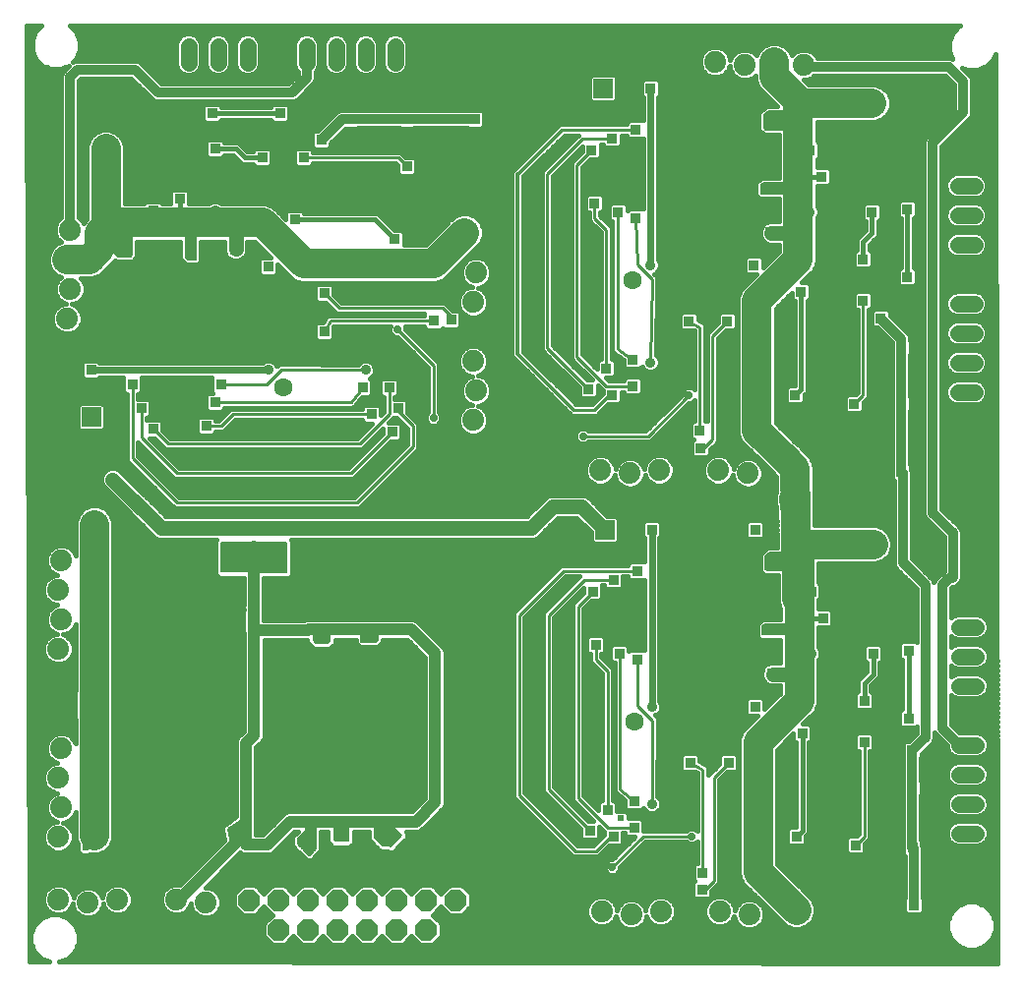
<source format=gbl>
G75*
%MOIN*%
%OFA0B0*%
%FSLAX24Y24*%
%IPPOS*%
%LPD*%
%AMOC8*
5,1,8,0,0,1.08239X$1,22.5*
%
%ADD10R,0.0320X0.0320*%
%ADD11R,0.1700X0.3250*%
%ADD12C,0.0740*%
%ADD13C,0.0650*%
%ADD14R,0.0650X0.0650*%
%ADD15C,0.0560*%
%ADD16OC8,0.0630*%
%ADD17C,0.0630*%
%ADD18R,0.3250X0.1700*%
%ADD19R,0.1181X0.1969*%
%ADD20R,0.0740X0.0740*%
%ADD21OC8,0.0740*%
%ADD22R,0.0356X0.0356*%
%ADD23C,0.0160*%
%ADD24OC8,0.0240*%
%ADD25C,0.0240*%
%ADD26R,0.0240X0.0240*%
%ADD27C,0.0320*%
%ADD28C,0.0400*%
%ADD29C,0.0060*%
%ADD30C,0.0100*%
%ADD31C,0.0120*%
%ADD32C,0.0356*%
%ADD33C,0.0240*%
%ADD34C,0.0500*%
%ADD35C,0.1000*%
%ADD36R,0.0531X0.0531*%
%ADD37C,0.0090*%
D10*
X004560Y005510D03*
X004960Y005510D03*
X005360Y005510D03*
X005360Y005910D03*
X005360Y006310D03*
X005360Y006710D03*
X005360Y007110D03*
X004960Y007110D03*
X004960Y006710D03*
X004960Y006310D03*
X004960Y005910D03*
X004560Y005910D03*
X004560Y006310D03*
X004560Y006710D03*
X004560Y007110D03*
X004560Y011880D03*
X004560Y012280D03*
X004560Y012680D03*
X004960Y012680D03*
X004960Y012280D03*
X004960Y011880D03*
X005360Y011880D03*
X005360Y012280D03*
X005360Y012680D03*
X005360Y013080D03*
X005360Y013480D03*
X004960Y013480D03*
X004960Y013080D03*
X004560Y013080D03*
X004560Y013480D03*
X004580Y021930D03*
X004580Y022330D03*
X004580Y022730D03*
X004580Y023130D03*
X004180Y023130D03*
X004180Y022730D03*
X004180Y022330D03*
X004180Y021930D03*
X004980Y021930D03*
X004980Y022330D03*
X004980Y022730D03*
X004980Y023130D03*
X005380Y023130D03*
X005380Y022730D03*
X005380Y022330D03*
X005380Y021930D03*
X005780Y021930D03*
X005780Y022330D03*
X005780Y022730D03*
X005780Y023130D03*
X006180Y023130D03*
X006180Y022730D03*
X006180Y022330D03*
X006180Y021930D03*
X006580Y021930D03*
X006580Y022330D03*
X006580Y022730D03*
X006580Y023130D03*
X006980Y023130D03*
X006980Y022730D03*
X006980Y022330D03*
X006980Y021930D03*
X022940Y025680D03*
X022940Y026080D03*
X023340Y026080D03*
X023340Y025680D03*
X023740Y025680D03*
X023740Y026080D03*
X024140Y026080D03*
X024140Y025680D03*
X024140Y026480D03*
X024140Y026880D03*
X024140Y027280D03*
X024140Y027680D03*
X024140Y028080D03*
X023740Y028080D03*
X023740Y027680D03*
X023740Y027280D03*
X023740Y026880D03*
X023740Y026480D03*
X023340Y026480D03*
X023340Y026880D03*
X023340Y027280D03*
X023340Y027680D03*
X023340Y028080D03*
X022940Y028080D03*
X022940Y027680D03*
X022940Y027280D03*
X022940Y026880D03*
X022940Y026480D03*
X022940Y028480D03*
X023340Y028480D03*
X023740Y028480D03*
X024140Y028480D03*
X024180Y013520D03*
X024180Y013120D03*
X023780Y013120D03*
X023780Y013520D03*
X023380Y013520D03*
X023380Y013120D03*
X022980Y013120D03*
X022980Y013520D03*
X022980Y012720D03*
X022980Y012320D03*
X022980Y011920D03*
X022980Y011520D03*
X022980Y011120D03*
X023380Y011120D03*
X023380Y011520D03*
X023380Y011920D03*
X023380Y012320D03*
X023380Y012720D03*
X023780Y012720D03*
X023780Y012320D03*
X023780Y011920D03*
X023780Y011520D03*
X023780Y011120D03*
X024180Y011120D03*
X024180Y011520D03*
X024180Y011920D03*
X024180Y012320D03*
X024180Y012720D03*
X024180Y010720D03*
X023780Y010720D03*
X023380Y010720D03*
X022980Y010720D03*
D11*
X023580Y012120D03*
X023540Y027080D03*
D12*
X022730Y030880D03*
X021730Y030980D03*
X023730Y030980D03*
X024730Y030880D03*
X025730Y030980D03*
X026730Y030880D03*
X015630Y023830D03*
X015530Y022830D03*
X015630Y021830D03*
X015530Y020830D03*
X015630Y019830D03*
X015530Y018830D03*
X019840Y017130D03*
X020840Y017030D03*
X021840Y017130D03*
X022840Y017030D03*
X023840Y017130D03*
X024840Y017030D03*
X023880Y002170D03*
X022880Y002070D03*
X021880Y002170D03*
X020880Y002070D03*
X019880Y002170D03*
X024880Y002070D03*
X006470Y002480D03*
X005470Y002580D03*
X004470Y002480D03*
X003470Y002580D03*
X002470Y002480D03*
X001470Y002580D03*
X001470Y004700D03*
X001570Y005700D03*
X001470Y006700D03*
X001570Y007700D03*
X001560Y009490D03*
X001470Y011070D03*
X001570Y012070D03*
X001470Y013070D03*
X001570Y014070D03*
X001770Y020280D03*
X001870Y021280D03*
X001770Y022280D03*
X001870Y023280D03*
X001770Y024280D03*
X001870Y025280D03*
D13*
X003080Y030030D03*
X002580Y017930D03*
X018980Y015120D03*
X031080Y014620D03*
X031040Y029580D03*
X018940Y030080D03*
D14*
X019940Y030080D03*
X029040Y029580D03*
X019980Y015120D03*
X029080Y014620D03*
X003080Y028030D03*
X002580Y018930D03*
D15*
X005880Y030950D02*
X005880Y031510D01*
X006880Y031510D02*
X006880Y030950D01*
X007880Y030950D02*
X007880Y031510D01*
X008880Y031510D02*
X008880Y030950D01*
X009880Y030950D02*
X009880Y031510D01*
X010880Y031510D02*
X010880Y030950D01*
X011880Y030950D02*
X011880Y031510D01*
X012880Y031510D02*
X012880Y030950D01*
X031960Y026780D02*
X032520Y026780D01*
X032520Y025780D02*
X031960Y025780D01*
X031960Y024780D02*
X032520Y024780D01*
X032520Y023780D02*
X031960Y023780D01*
X031960Y022780D02*
X032520Y022780D01*
X032520Y021780D02*
X031960Y021780D01*
X031960Y020780D02*
X032520Y020780D01*
X032520Y019780D02*
X031960Y019780D01*
X032000Y011820D02*
X032560Y011820D01*
X032560Y010820D02*
X032000Y010820D01*
X032000Y009820D02*
X032560Y009820D01*
X032560Y008820D02*
X032000Y008820D01*
X032000Y007820D02*
X032560Y007820D01*
X032560Y006820D02*
X032000Y006820D01*
X032000Y005820D02*
X032560Y005820D01*
X032560Y004820D02*
X032000Y004820D01*
D16*
X019580Y008620D03*
X009080Y018530D03*
X019540Y023580D03*
D17*
X020940Y023580D03*
X009080Y019930D03*
X020980Y008620D03*
D18*
X005580Y022530D03*
D19*
X004960Y012680D03*
X004960Y006310D03*
D20*
X002700Y009490D03*
D21*
X007940Y002550D03*
X007940Y001550D03*
X008940Y001550D03*
X008940Y002550D03*
X009940Y002550D03*
X009940Y001550D03*
X010940Y001550D03*
X010940Y002550D03*
X011940Y002550D03*
X011940Y001550D03*
X012940Y001550D03*
X012940Y002550D03*
X013940Y002550D03*
X013940Y001550D03*
X014940Y001550D03*
X014940Y002550D03*
D22*
X019480Y004920D03*
X020080Y005620D03*
X020280Y004720D03*
X020980Y005020D03*
X020980Y005920D03*
X022880Y007220D03*
X023480Y007320D03*
X024180Y007220D03*
X023680Y008720D03*
X023580Y009920D03*
X025080Y009120D03*
X026680Y008220D03*
X028080Y006920D03*
X028380Y006220D03*
X028780Y007920D03*
X028780Y009320D03*
X029780Y010420D03*
X030280Y011020D03*
X029080Y010920D03*
X027380Y012120D03*
X026980Y013020D03*
X025080Y015120D03*
X023580Y014220D03*
X021580Y015120D03*
X021080Y013720D03*
X020280Y013420D03*
X019580Y013020D03*
X019380Y011920D03*
X019680Y011220D03*
X020480Y010920D03*
X021080Y010720D03*
X018580Y009920D03*
X024180Y005120D03*
X023310Y003490D03*
X023280Y002920D03*
X026380Y002720D03*
X027480Y002020D03*
X028880Y002020D03*
X030460Y002390D03*
X030420Y004340D03*
X028480Y004420D03*
X026480Y004720D03*
X030410Y006370D03*
X030410Y007630D03*
X030280Y008720D03*
X028840Y016980D03*
X030040Y017080D03*
X030040Y019380D03*
X028440Y019380D03*
X028340Y021180D03*
X028040Y021880D03*
X028740Y022880D03*
X029340Y022280D03*
X030040Y021280D03*
X030240Y023680D03*
X028740Y024280D03*
X029740Y025380D03*
X030240Y025980D03*
X029040Y025880D03*
X027340Y027080D03*
X026940Y027980D03*
X023540Y029180D03*
X021540Y030080D03*
X021040Y028680D03*
X020240Y028380D03*
X019540Y027980D03*
X019340Y026880D03*
X019640Y026180D03*
X020440Y025880D03*
X021040Y025680D03*
X018540Y024880D03*
X015680Y026430D03*
X014980Y025330D03*
X012860Y024970D03*
X012580Y023130D03*
X014190Y022200D03*
X014780Y022230D03*
X012680Y019930D03*
X012980Y019230D03*
X012780Y018430D03*
X012080Y019030D03*
X011780Y019930D03*
X010480Y021830D03*
X010380Y022430D03*
X010480Y023130D03*
X008980Y022630D03*
X007780Y022530D03*
X008580Y024030D03*
X009480Y025630D03*
X010780Y027030D03*
X009780Y027730D03*
X010380Y028330D03*
X011380Y029030D03*
X011480Y027330D03*
X013280Y027430D03*
X013280Y029030D03*
X015580Y029030D03*
X015680Y027830D03*
X015530Y031150D03*
X016340Y031690D03*
X014520Y031670D03*
X008980Y029230D03*
X008380Y027730D03*
X007280Y028730D03*
X006680Y029230D03*
X006780Y028030D03*
X005580Y026330D03*
X004680Y025930D03*
X003400Y025940D03*
X003480Y022530D03*
X002580Y020530D03*
X003980Y020030D03*
X004280Y019230D03*
X004680Y018530D03*
X005780Y018330D03*
X006480Y018630D03*
X006780Y019430D03*
X006980Y020030D03*
X007780Y017530D03*
X009710Y014360D03*
X010190Y014260D03*
X008770Y012740D03*
X019440Y019880D03*
X020040Y020580D03*
X020240Y019680D03*
X020940Y019980D03*
X020940Y020880D03*
X022840Y022180D03*
X023440Y022280D03*
X024140Y022180D03*
X023640Y023680D03*
X023540Y024880D03*
X025040Y024080D03*
X026640Y023180D03*
X024140Y020080D03*
X023210Y018490D03*
X023240Y017880D03*
X026340Y017680D03*
X027440Y016980D03*
X026440Y019680D03*
D23*
X000401Y032196D02*
X000499Y000460D01*
X001170Y000459D01*
X000884Y000578D01*
X000658Y000804D01*
X000535Y001100D01*
X000535Y001420D01*
X000658Y001716D01*
X000884Y001942D01*
X001180Y002065D01*
X001500Y002065D01*
X001796Y001942D01*
X002022Y001716D01*
X002145Y001420D01*
X002145Y001100D01*
X002022Y000804D01*
X001796Y000578D01*
X001509Y000459D01*
X033310Y000420D01*
X033214Y031226D01*
X033142Y031054D01*
X032916Y030828D01*
X032620Y030705D01*
X032300Y030705D01*
X032094Y030790D01*
X032394Y030490D01*
X032440Y030380D01*
X032440Y029200D01*
X032394Y029090D01*
X032310Y029006D01*
X031410Y028106D01*
X031410Y023060D01*
X031400Y023036D01*
X031400Y015814D01*
X031950Y015264D01*
X032034Y015180D01*
X032080Y015070D01*
X032080Y013440D01*
X032034Y013330D01*
X032004Y013300D01*
X031920Y013216D01*
X031810Y013170D01*
X031774Y013170D01*
X031730Y013126D01*
X031730Y012144D01*
X031762Y012176D01*
X031916Y012240D01*
X032644Y012240D01*
X032798Y012176D01*
X032916Y012058D01*
X032980Y011904D01*
X032980Y011736D01*
X032916Y011582D01*
X032798Y011464D01*
X032644Y011400D01*
X031916Y011400D01*
X031762Y011464D01*
X031730Y011496D01*
X031730Y011144D01*
X031762Y011176D01*
X031916Y011240D01*
X032644Y011240D01*
X032798Y011176D01*
X032916Y011058D01*
X032980Y010904D01*
X032980Y010736D01*
X032916Y010582D01*
X032798Y010464D01*
X032644Y010400D01*
X031916Y010400D01*
X031762Y010464D01*
X031730Y010496D01*
X031730Y010144D01*
X031762Y010176D01*
X031916Y010240D01*
X032644Y010240D01*
X032798Y010176D01*
X032916Y010058D01*
X032980Y009904D01*
X032980Y009736D01*
X032916Y009582D01*
X032798Y009464D01*
X032644Y009400D01*
X031916Y009400D01*
X031762Y009464D01*
X031730Y009496D01*
X031730Y008514D01*
X032004Y008240D01*
X032644Y008240D01*
X032798Y008176D01*
X032916Y008058D01*
X032980Y007904D01*
X032980Y007736D01*
X032916Y007582D01*
X032798Y007464D01*
X032644Y007400D01*
X031916Y007400D01*
X031762Y007464D01*
X031644Y007582D01*
X031580Y007736D01*
X031580Y007816D01*
X031260Y008136D01*
X031176Y008220D01*
X031160Y008258D01*
X031160Y008010D01*
X031114Y007900D01*
X031030Y007816D01*
X031013Y007809D01*
X030728Y007524D01*
X030728Y007394D01*
X030710Y007376D01*
X030710Y006624D01*
X030728Y006606D01*
X030728Y006134D01*
X030710Y006116D01*
X030710Y004604D01*
X030738Y004576D01*
X030738Y004413D01*
X030760Y004360D01*
X030760Y002644D01*
X030778Y002626D01*
X030778Y002154D01*
X030696Y002072D01*
X030224Y002072D01*
X030142Y002154D01*
X030142Y002626D01*
X030160Y002644D01*
X030160Y004046D01*
X030102Y004104D01*
X030102Y004576D01*
X030110Y004584D01*
X030110Y006116D01*
X030092Y006134D01*
X030092Y006606D01*
X030110Y006624D01*
X030110Y007376D01*
X030092Y007394D01*
X030092Y007866D01*
X030174Y007948D01*
X030304Y007948D01*
X030560Y008204D01*
X030560Y008446D01*
X030516Y008402D01*
X030044Y008402D01*
X029962Y008484D01*
X029962Y008956D01*
X030044Y009038D01*
X030060Y009038D01*
X030060Y010702D01*
X030044Y010702D01*
X029962Y010784D01*
X029962Y011256D01*
X030044Y011338D01*
X030516Y011338D01*
X030560Y011294D01*
X030560Y013106D01*
X029910Y013756D01*
X029826Y013840D01*
X029780Y013950D01*
X029780Y016786D01*
X029722Y016844D01*
X029722Y017316D01*
X029740Y017334D01*
X029740Y019126D01*
X029722Y019144D01*
X029722Y019616D01*
X029740Y019634D01*
X029740Y021026D01*
X029722Y021044D01*
X029722Y021474D01*
X029234Y021962D01*
X029104Y021962D01*
X029022Y022044D01*
X029022Y022516D01*
X029104Y022598D01*
X029576Y022598D01*
X029658Y022516D01*
X029658Y022386D01*
X030294Y021750D01*
X030340Y021640D01*
X030340Y021534D01*
X030358Y021516D01*
X030358Y021044D01*
X030340Y021026D01*
X030340Y019634D01*
X030358Y019616D01*
X030358Y019144D01*
X030340Y019126D01*
X030340Y017334D01*
X030358Y017316D01*
X030358Y017153D01*
X030380Y017100D01*
X030380Y014134D01*
X031114Y013400D01*
X031141Y013336D01*
X031176Y013420D01*
X031260Y013504D01*
X031480Y013724D01*
X031480Y014886D01*
X030846Y015520D01*
X030800Y015630D01*
X030800Y023170D01*
X030810Y023194D01*
X030810Y028290D01*
X030856Y028400D01*
X031840Y029384D01*
X031840Y030196D01*
X031536Y030500D01*
X027071Y030500D01*
X027019Y030448D01*
X026831Y030370D01*
X026735Y030370D01*
X026885Y030220D01*
X029167Y030220D01*
X029403Y030123D01*
X029583Y029943D01*
X029680Y029707D01*
X029680Y029453D01*
X029583Y029217D01*
X029403Y029037D01*
X029167Y028940D01*
X027180Y028940D01*
X027180Y028294D01*
X027258Y028216D01*
X027258Y027744D01*
X027180Y027666D01*
X027180Y027398D01*
X027576Y027398D01*
X027658Y027316D01*
X027658Y026844D01*
X027576Y026762D01*
X027180Y026762D01*
X027180Y026090D01*
X027210Y026060D01*
X027258Y025943D01*
X027258Y025817D01*
X027210Y025700D01*
X027180Y025670D01*
X027180Y024153D01*
X027083Y023917D01*
X026903Y023737D01*
X026903Y023737D01*
X026663Y023498D01*
X026876Y023498D01*
X026958Y023416D01*
X026958Y022944D01*
X026876Y022862D01*
X026860Y022862D01*
X026860Y019789D01*
X026758Y019687D01*
X026758Y019444D01*
X026676Y019362D01*
X026204Y019362D01*
X026122Y019444D01*
X026122Y019916D01*
X026204Y019998D01*
X026420Y019998D01*
X026420Y022862D01*
X026404Y022862D01*
X026322Y022944D01*
X026322Y023157D01*
X025780Y022615D01*
X025780Y018745D01*
X026527Y017998D01*
X026576Y017998D01*
X026658Y017916D01*
X026658Y017867D01*
X026892Y017633D01*
X026981Y017545D01*
X026982Y017543D01*
X026983Y017543D01*
X027031Y017426D01*
X027079Y017310D01*
X027079Y017309D01*
X027080Y017307D01*
X027080Y017181D01*
X027086Y015722D01*
X027095Y015625D01*
X027088Y015600D01*
X027094Y015260D01*
X029207Y015260D01*
X029443Y015163D01*
X029623Y014983D01*
X029720Y014747D01*
X029720Y014493D01*
X029623Y014257D01*
X029443Y014077D01*
X029207Y013980D01*
X027220Y013980D01*
X027220Y013334D01*
X027298Y013256D01*
X027298Y012784D01*
X027220Y012706D01*
X027220Y012438D01*
X027616Y012438D01*
X027698Y012356D01*
X027698Y011884D01*
X027616Y011802D01*
X027220Y011802D01*
X027220Y011130D01*
X027250Y011100D01*
X027298Y010983D01*
X027298Y010857D01*
X027250Y010740D01*
X027220Y010710D01*
X027220Y009193D01*
X027123Y008957D01*
X026703Y008538D01*
X026916Y008538D01*
X026998Y008456D01*
X026998Y007984D01*
X026916Y007902D01*
X026900Y007902D01*
X026900Y004829D01*
X026798Y004727D01*
X026798Y004484D01*
X028162Y004484D01*
X028162Y004326D02*
X025820Y004326D01*
X025820Y004484D02*
X026162Y004484D01*
X026244Y004402D01*
X026716Y004402D01*
X026798Y004484D01*
X026798Y004643D02*
X028162Y004643D01*
X028162Y004656D02*
X028162Y004184D01*
X028244Y004102D01*
X028716Y004102D01*
X028798Y004184D01*
X028798Y004469D01*
X028970Y004641D01*
X028970Y007602D01*
X029016Y007602D01*
X029098Y007684D01*
X029098Y008156D01*
X029016Y008238D01*
X028544Y008238D01*
X028462Y008156D01*
X028462Y007684D01*
X028544Y007602D01*
X028590Y007602D01*
X028590Y004799D01*
X028529Y004738D01*
X028244Y004738D01*
X028162Y004656D01*
X028590Y004801D02*
X026872Y004801D01*
X026900Y004960D02*
X028590Y004960D01*
X028590Y005118D02*
X026900Y005118D01*
X026900Y005277D02*
X028590Y005277D01*
X028590Y005435D02*
X026900Y005435D01*
X026900Y005594D02*
X028590Y005594D01*
X028590Y005752D02*
X026900Y005752D01*
X026900Y005911D02*
X028590Y005911D01*
X028590Y006069D02*
X026900Y006069D01*
X026900Y006228D02*
X028590Y006228D01*
X028590Y006386D02*
X026900Y006386D01*
X026900Y006545D02*
X028590Y006545D01*
X028590Y006703D02*
X026900Y006703D01*
X026900Y006862D02*
X028590Y006862D01*
X028590Y007020D02*
X026900Y007020D01*
X026900Y007179D02*
X028590Y007179D01*
X028590Y007337D02*
X026900Y007337D01*
X026900Y007496D02*
X028590Y007496D01*
X028492Y007654D02*
X026900Y007654D01*
X026900Y007813D02*
X028462Y007813D01*
X028462Y007971D02*
X026985Y007971D01*
X026998Y008130D02*
X028462Y008130D01*
X029098Y008130D02*
X030485Y008130D01*
X030560Y008288D02*
X026998Y008288D01*
X026998Y008447D02*
X029999Y008447D01*
X029962Y008605D02*
X026770Y008605D01*
X026929Y008764D02*
X029962Y008764D01*
X029962Y008922D02*
X027087Y008922D01*
X027174Y009081D02*
X028465Y009081D01*
X028462Y009084D02*
X028544Y009002D01*
X029016Y009002D01*
X029098Y009084D01*
X029098Y009556D01*
X030060Y009556D01*
X030060Y009398D02*
X029098Y009398D01*
X029098Y009556D02*
X029016Y009638D01*
X029000Y009638D01*
X029000Y009829D01*
X029300Y010129D01*
X029300Y010602D01*
X029316Y010602D01*
X029398Y010684D01*
X029398Y011156D01*
X029316Y011238D01*
X028844Y011238D01*
X028762Y011156D01*
X028762Y010684D01*
X028844Y010602D01*
X028860Y010602D01*
X028860Y010311D01*
X028689Y010140D01*
X028560Y010011D01*
X028560Y009638D01*
X028544Y009638D01*
X028462Y009556D01*
X027220Y009556D01*
X027220Y009398D02*
X028462Y009398D01*
X028462Y009556D02*
X028462Y009084D01*
X028462Y009239D02*
X027220Y009239D01*
X027220Y009715D02*
X028560Y009715D01*
X028560Y009873D02*
X027220Y009873D01*
X027220Y010032D02*
X028580Y010032D01*
X028739Y010190D02*
X027220Y010190D01*
X027220Y010349D02*
X028860Y010349D01*
X028860Y010507D02*
X027220Y010507D01*
X027220Y010666D02*
X028780Y010666D01*
X028762Y010824D02*
X027285Y010824D01*
X027298Y010983D02*
X028762Y010983D01*
X028762Y011141D02*
X027220Y011141D01*
X027220Y011300D02*
X030005Y011300D01*
X029962Y011141D02*
X029398Y011141D01*
X029398Y010983D02*
X029962Y010983D01*
X029962Y010824D02*
X029398Y010824D01*
X029380Y010666D02*
X030060Y010666D01*
X030060Y010507D02*
X029300Y010507D01*
X029300Y010349D02*
X030060Y010349D01*
X030060Y010190D02*
X029300Y010190D01*
X029203Y010032D02*
X030060Y010032D01*
X030060Y009873D02*
X029044Y009873D01*
X029000Y009715D02*
X030060Y009715D01*
X030060Y009239D02*
X029098Y009239D01*
X029095Y009081D02*
X030060Y009081D01*
X030280Y008720D02*
X030280Y011020D01*
X030555Y011300D02*
X030560Y011300D01*
X030560Y011458D02*
X027220Y011458D01*
X027220Y011617D02*
X030560Y011617D01*
X030560Y011775D02*
X027220Y011775D01*
X027380Y012120D02*
X026580Y012120D01*
X025940Y012092D02*
X021840Y012092D01*
X021840Y011934D02*
X025173Y011934D01*
X025150Y011910D02*
X025150Y011510D01*
X025170Y011490D01*
X025270Y011390D01*
X025940Y011390D01*
X025940Y010610D01*
X025602Y010610D01*
X025530Y010580D01*
X025528Y010580D01*
X025433Y010540D01*
X025360Y010467D01*
X025320Y010372D01*
X025320Y010370D01*
X025290Y010298D01*
X025290Y010142D01*
X025349Y009999D01*
X025459Y009889D01*
X025602Y009830D01*
X025940Y009830D01*
X025940Y009585D01*
X025398Y009043D01*
X025398Y009356D01*
X025316Y009438D01*
X024844Y009438D01*
X024762Y009356D01*
X024762Y008884D01*
X024844Y008802D01*
X025157Y008802D01*
X024817Y008463D01*
X024637Y008283D01*
X024540Y008047D01*
X024540Y003393D01*
X024637Y003157D01*
X025687Y002107D01*
X026117Y001677D01*
X026353Y001580D01*
X026607Y001580D01*
X026843Y001677D01*
X027023Y001857D01*
X027120Y002093D01*
X027120Y002347D01*
X027023Y002583D01*
X026698Y002907D01*
X026698Y002956D01*
X026616Y003038D01*
X026567Y003038D01*
X025820Y003785D01*
X025820Y007655D01*
X026362Y008197D01*
X026362Y007984D01*
X026444Y007902D01*
X026460Y007902D01*
X026460Y005038D01*
X026244Y005038D01*
X026162Y004956D01*
X026162Y004484D01*
X026162Y004643D02*
X025820Y004643D01*
X025820Y004801D02*
X026162Y004801D01*
X026165Y004960D02*
X025820Y004960D01*
X025820Y005118D02*
X026460Y005118D01*
X026460Y005277D02*
X025820Y005277D01*
X025820Y005435D02*
X026460Y005435D01*
X026460Y005594D02*
X025820Y005594D01*
X025820Y005752D02*
X026460Y005752D01*
X026460Y005911D02*
X025820Y005911D01*
X025820Y006069D02*
X026460Y006069D01*
X026460Y006228D02*
X025820Y006228D01*
X025820Y006386D02*
X026460Y006386D01*
X026460Y006545D02*
X025820Y006545D01*
X025820Y006703D02*
X026460Y006703D01*
X026460Y006862D02*
X025820Y006862D01*
X025820Y007020D02*
X026460Y007020D01*
X026460Y007179D02*
X025820Y007179D01*
X025820Y007337D02*
X026460Y007337D01*
X026460Y007496D02*
X025820Y007496D01*
X025820Y007654D02*
X026460Y007654D01*
X026460Y007813D02*
X025978Y007813D01*
X026136Y007971D02*
X026375Y007971D01*
X026362Y008130D02*
X026295Y008130D01*
X026680Y008220D02*
X026680Y004920D01*
X026480Y004720D01*
X025820Y004167D02*
X028179Y004167D01*
X028781Y004167D02*
X030102Y004167D01*
X030102Y004326D02*
X028798Y004326D01*
X028813Y004484D02*
X030102Y004484D01*
X030110Y004643D02*
X028970Y004643D01*
X028970Y004801D02*
X030110Y004801D01*
X030110Y004960D02*
X028970Y004960D01*
X028970Y005118D02*
X030110Y005118D01*
X030110Y005277D02*
X028970Y005277D01*
X028970Y005435D02*
X030110Y005435D01*
X030110Y005594D02*
X028970Y005594D01*
X028970Y005752D02*
X030110Y005752D01*
X030110Y005911D02*
X028970Y005911D01*
X028970Y006069D02*
X030110Y006069D01*
X030092Y006228D02*
X028970Y006228D01*
X028970Y006386D02*
X030092Y006386D01*
X030092Y006545D02*
X028970Y006545D01*
X028970Y006703D02*
X030110Y006703D01*
X030110Y006862D02*
X028970Y006862D01*
X028970Y007020D02*
X030110Y007020D01*
X030110Y007179D02*
X028970Y007179D01*
X028970Y007337D02*
X030110Y007337D01*
X030092Y007496D02*
X028970Y007496D01*
X029068Y007654D02*
X030092Y007654D01*
X030092Y007813D02*
X029098Y007813D01*
X029098Y007971D02*
X030327Y007971D01*
X030858Y007654D02*
X031614Y007654D01*
X031580Y007813D02*
X031022Y007813D01*
X031144Y007971D02*
X031425Y007971D01*
X031266Y008130D02*
X031160Y008130D01*
X031798Y008447D02*
X033285Y008447D01*
X033284Y008605D02*
X031730Y008605D01*
X031730Y008764D02*
X033284Y008764D01*
X033283Y008922D02*
X031730Y008922D01*
X031730Y009081D02*
X033283Y009081D01*
X033282Y009239D02*
X031730Y009239D01*
X031730Y009398D02*
X033282Y009398D01*
X033281Y009556D02*
X032890Y009556D01*
X032971Y009715D02*
X033281Y009715D01*
X033280Y009873D02*
X032980Y009873D01*
X032927Y010032D02*
X033280Y010032D01*
X033279Y010190D02*
X032764Y010190D01*
X032841Y010507D02*
X033278Y010507D01*
X033279Y010349D02*
X031730Y010349D01*
X031730Y010190D02*
X031796Y010190D01*
X031730Y011300D02*
X033276Y011300D01*
X033275Y011458D02*
X032784Y011458D01*
X032930Y011617D02*
X033275Y011617D01*
X033274Y011775D02*
X032980Y011775D01*
X032968Y011934D02*
X033274Y011934D01*
X033273Y012092D02*
X032882Y012092D01*
X033273Y012251D02*
X031730Y012251D01*
X031730Y012409D02*
X033272Y012409D01*
X033272Y012568D02*
X031730Y012568D01*
X031730Y012726D02*
X033271Y012726D01*
X033271Y012885D02*
X031730Y012885D01*
X031730Y013043D02*
X033270Y013043D01*
X033270Y013202D02*
X031886Y013202D01*
X032047Y013360D02*
X033269Y013360D01*
X033269Y013519D02*
X032080Y013519D01*
X032080Y013677D02*
X033268Y013677D01*
X033268Y013836D02*
X032080Y013836D01*
X032080Y013994D02*
X033267Y013994D01*
X033267Y014153D02*
X032080Y014153D01*
X032080Y014311D02*
X033266Y014311D01*
X033266Y014470D02*
X032080Y014470D01*
X032080Y014628D02*
X033265Y014628D01*
X033265Y014787D02*
X032080Y014787D01*
X032080Y014945D02*
X033264Y014945D01*
X033264Y015104D02*
X032066Y015104D01*
X031952Y015262D02*
X033263Y015262D01*
X033263Y015421D02*
X031794Y015421D01*
X031635Y015579D02*
X033262Y015579D01*
X033262Y015738D02*
X031477Y015738D01*
X031400Y015896D02*
X033261Y015896D01*
X033261Y016055D02*
X031400Y016055D01*
X031400Y016213D02*
X033260Y016213D01*
X033260Y016372D02*
X031400Y016372D01*
X031400Y016530D02*
X033259Y016530D01*
X033259Y016689D02*
X031400Y016689D01*
X031400Y016847D02*
X033258Y016847D01*
X033258Y017006D02*
X031400Y017006D01*
X031400Y017164D02*
X033257Y017164D01*
X033257Y017323D02*
X031400Y017323D01*
X031400Y017481D02*
X033256Y017481D01*
X033256Y017640D02*
X031400Y017640D01*
X031400Y017798D02*
X033255Y017798D01*
X033255Y017957D02*
X031400Y017957D01*
X031400Y018115D02*
X033254Y018115D01*
X033254Y018274D02*
X031400Y018274D01*
X031400Y018432D02*
X033253Y018432D01*
X033253Y018591D02*
X031400Y018591D01*
X031400Y018749D02*
X033252Y018749D01*
X033252Y018908D02*
X031400Y018908D01*
X031400Y019066D02*
X033251Y019066D01*
X033251Y019225D02*
X031400Y019225D01*
X031400Y019383D02*
X031821Y019383D01*
X031876Y019360D02*
X032604Y019360D01*
X032758Y019424D01*
X032876Y019542D01*
X032940Y019696D01*
X032940Y019864D01*
X032876Y020018D01*
X032758Y020136D01*
X032604Y020200D01*
X031876Y020200D01*
X031722Y020136D01*
X031604Y020018D01*
X031540Y019864D01*
X031540Y019696D01*
X031604Y019542D01*
X031722Y019424D01*
X031876Y019360D01*
X031605Y019542D02*
X031400Y019542D01*
X031400Y019700D02*
X031540Y019700D01*
X031540Y019859D02*
X031400Y019859D01*
X031400Y020017D02*
X031604Y020017D01*
X031400Y020176D02*
X031817Y020176D01*
X031876Y020360D02*
X032604Y020360D01*
X032758Y020424D01*
X032876Y020542D01*
X032940Y020696D01*
X032940Y020864D01*
X032876Y021018D01*
X032758Y021136D01*
X032604Y021200D01*
X031876Y021200D01*
X031722Y021136D01*
X031604Y021018D01*
X031540Y020864D01*
X031540Y020696D01*
X031604Y020542D01*
X031722Y020424D01*
X031876Y020360D01*
X031653Y020493D02*
X031400Y020493D01*
X031400Y020651D02*
X031559Y020651D01*
X031540Y020810D02*
X031400Y020810D01*
X031400Y020968D02*
X031583Y020968D01*
X031713Y021127D02*
X031400Y021127D01*
X031400Y021285D02*
X033245Y021285D01*
X033245Y021127D02*
X032767Y021127D01*
X032897Y020968D02*
X033246Y020968D01*
X033246Y020810D02*
X032940Y020810D01*
X032921Y020651D02*
X033247Y020651D01*
X033247Y020493D02*
X032826Y020493D01*
X032663Y020176D02*
X033248Y020176D01*
X033248Y020334D02*
X031400Y020334D01*
X030800Y020334D02*
X030340Y020334D01*
X030340Y020176D02*
X030800Y020176D01*
X030800Y020017D02*
X030340Y020017D01*
X030340Y019859D02*
X030800Y019859D01*
X030800Y019700D02*
X030340Y019700D01*
X030358Y019542D02*
X030800Y019542D01*
X030800Y019383D02*
X030358Y019383D01*
X030358Y019225D02*
X030800Y019225D01*
X030800Y019066D02*
X030340Y019066D01*
X030340Y018908D02*
X030800Y018908D01*
X030800Y018749D02*
X030340Y018749D01*
X030340Y018591D02*
X030800Y018591D01*
X030800Y018432D02*
X030340Y018432D01*
X030340Y018274D02*
X030800Y018274D01*
X030800Y018115D02*
X030340Y018115D01*
X030340Y017957D02*
X030800Y017957D01*
X030800Y017798D02*
X030340Y017798D01*
X030340Y017640D02*
X030800Y017640D01*
X030800Y017481D02*
X030340Y017481D01*
X030352Y017323D02*
X030800Y017323D01*
X030800Y017164D02*
X030358Y017164D01*
X030380Y017006D02*
X030800Y017006D01*
X030800Y016847D02*
X030380Y016847D01*
X030380Y016689D02*
X030800Y016689D01*
X030800Y016530D02*
X030380Y016530D01*
X030380Y016372D02*
X030800Y016372D01*
X030800Y016213D02*
X030380Y016213D01*
X030380Y016055D02*
X030800Y016055D01*
X030800Y015896D02*
X030380Y015896D01*
X030380Y015738D02*
X030800Y015738D01*
X030821Y015579D02*
X030380Y015579D01*
X030380Y015421D02*
X030945Y015421D01*
X031104Y015262D02*
X030380Y015262D01*
X030380Y015104D02*
X031262Y015104D01*
X031421Y014945D02*
X030380Y014945D01*
X030380Y014787D02*
X031480Y014787D01*
X031480Y014628D02*
X030380Y014628D01*
X030380Y014470D02*
X031480Y014470D01*
X031480Y014311D02*
X030380Y014311D01*
X030380Y014153D02*
X031480Y014153D01*
X031480Y013994D02*
X030520Y013994D01*
X030679Y013836D02*
X031480Y013836D01*
X031433Y013677D02*
X030837Y013677D01*
X030996Y013519D02*
X031274Y013519D01*
X031151Y013360D02*
X031131Y013360D01*
X030560Y013043D02*
X027298Y013043D01*
X027298Y012885D02*
X030560Y012885D01*
X030560Y012726D02*
X027240Y012726D01*
X027220Y012568D02*
X030560Y012568D01*
X030560Y012409D02*
X027645Y012409D01*
X027698Y012251D02*
X030560Y012251D01*
X030560Y012092D02*
X027698Y012092D01*
X027698Y011934D02*
X030560Y011934D01*
X031730Y011458D02*
X031776Y011458D01*
X032833Y011141D02*
X033276Y011141D01*
X033277Y010983D02*
X032947Y010983D01*
X032980Y010824D02*
X033277Y010824D01*
X033278Y010666D02*
X032951Y010666D01*
X033285Y008288D02*
X031956Y008288D01*
X031731Y007496D02*
X030728Y007496D01*
X030710Y007337D02*
X033288Y007337D01*
X033288Y007179D02*
X032792Y007179D01*
X032798Y007176D02*
X032644Y007240D01*
X031916Y007240D01*
X031762Y007176D01*
X031644Y007058D01*
X031580Y006904D01*
X031580Y006736D01*
X031644Y006582D01*
X031762Y006464D01*
X031916Y006400D01*
X032644Y006400D01*
X032798Y006464D01*
X032916Y006582D01*
X032980Y006736D01*
X032980Y006904D01*
X032916Y007058D01*
X032798Y007176D01*
X032932Y007020D02*
X033289Y007020D01*
X033289Y006862D02*
X032980Y006862D01*
X032966Y006703D02*
X033290Y006703D01*
X033290Y006545D02*
X032878Y006545D01*
X032798Y006176D02*
X032644Y006240D01*
X031916Y006240D01*
X031762Y006176D01*
X031644Y006058D01*
X031580Y005904D01*
X031580Y005736D01*
X031644Y005582D01*
X031762Y005464D01*
X031916Y005400D01*
X032644Y005400D01*
X032798Y005464D01*
X032916Y005582D01*
X032980Y005736D01*
X032980Y005904D01*
X032916Y006058D01*
X032798Y006176D01*
X032674Y006228D02*
X033291Y006228D01*
X033291Y006386D02*
X030728Y006386D01*
X030728Y006228D02*
X031886Y006228D01*
X031655Y006069D02*
X030710Y006069D01*
X030710Y005911D02*
X031583Y005911D01*
X031580Y005752D02*
X030710Y005752D01*
X030710Y005594D02*
X031639Y005594D01*
X031832Y005435D02*
X030710Y005435D01*
X030710Y005277D02*
X033294Y005277D01*
X033294Y005435D02*
X032728Y005435D01*
X032644Y005240D02*
X032798Y005176D01*
X032916Y005058D01*
X032980Y004904D01*
X032980Y004736D01*
X032916Y004582D01*
X032798Y004464D01*
X032644Y004400D01*
X031916Y004400D01*
X031762Y004464D01*
X031644Y004582D01*
X031580Y004736D01*
X031580Y004904D01*
X031644Y005058D01*
X031762Y005176D01*
X031916Y005240D01*
X032644Y005240D01*
X032856Y005118D02*
X033295Y005118D01*
X033295Y004960D02*
X032957Y004960D01*
X032980Y004801D02*
X033296Y004801D01*
X033296Y004643D02*
X032941Y004643D01*
X032818Y004484D02*
X033297Y004484D01*
X033297Y004326D02*
X030760Y004326D01*
X030760Y004167D02*
X033298Y004167D01*
X033298Y004009D02*
X030760Y004009D01*
X030760Y003850D02*
X033299Y003850D01*
X033299Y003692D02*
X030760Y003692D01*
X030760Y003533D02*
X033300Y003533D01*
X033300Y003375D02*
X030760Y003375D01*
X030760Y003216D02*
X033301Y003216D01*
X033301Y003058D02*
X030760Y003058D01*
X030760Y002899D02*
X033302Y002899D01*
X033302Y002741D02*
X030760Y002741D01*
X030778Y002582D02*
X033303Y002582D01*
X033303Y002424D02*
X032743Y002424D01*
X032866Y002372D02*
X032570Y002495D01*
X032250Y002495D01*
X031954Y002372D01*
X031728Y002146D01*
X031605Y001850D01*
X031605Y001530D01*
X031728Y001234D01*
X031954Y001008D01*
X032250Y000885D01*
X032570Y000885D01*
X032866Y001008D01*
X033092Y001234D01*
X033215Y001530D01*
X033215Y001850D01*
X033092Y002146D01*
X032866Y002372D01*
X032973Y002265D02*
X033304Y002265D01*
X033304Y002107D02*
X033109Y002107D01*
X033174Y001948D02*
X033305Y001948D01*
X033305Y001790D02*
X033215Y001790D01*
X033215Y001631D02*
X033306Y001631D01*
X033306Y001473D02*
X033191Y001473D01*
X033126Y001314D02*
X033307Y001314D01*
X033307Y001156D02*
X033014Y001156D01*
X032841Y000997D02*
X033308Y000997D01*
X033308Y000839D02*
X002037Y000839D01*
X002102Y000997D02*
X031979Y000997D01*
X031806Y001156D02*
X014267Y001156D01*
X014151Y001040D02*
X014450Y001339D01*
X014450Y001761D01*
X014161Y002050D01*
X014440Y002329D01*
X014729Y002040D01*
X015151Y002040D01*
X015450Y002339D01*
X015450Y002761D01*
X015151Y003060D01*
X014729Y003060D01*
X014440Y002771D01*
X014151Y003060D01*
X013729Y003060D01*
X013440Y002771D01*
X013151Y003060D01*
X012729Y003060D01*
X012440Y002771D01*
X012151Y003060D01*
X011729Y003060D01*
X011440Y002771D01*
X011151Y003060D01*
X010729Y003060D01*
X010440Y002771D01*
X010151Y003060D01*
X009729Y003060D01*
X009440Y002771D01*
X009151Y003060D01*
X008729Y003060D01*
X008440Y002771D01*
X008151Y003060D01*
X007729Y003060D01*
X007430Y002761D01*
X007430Y002339D01*
X007729Y002040D01*
X008151Y002040D01*
X008440Y002329D01*
X008719Y002050D01*
X008430Y001761D01*
X008430Y001339D01*
X008729Y001040D01*
X009151Y001040D01*
X009440Y001329D01*
X009729Y001040D01*
X010151Y001040D01*
X010440Y001329D01*
X010729Y001040D01*
X011151Y001040D01*
X011440Y001329D01*
X011729Y001040D01*
X012151Y001040D01*
X012440Y001329D01*
X012729Y001040D01*
X013151Y001040D01*
X013440Y001329D01*
X013729Y001040D01*
X014151Y001040D01*
X014425Y001314D02*
X031694Y001314D01*
X031629Y001473D02*
X014450Y001473D01*
X014450Y001631D02*
X020607Y001631D01*
X020591Y001638D02*
X020779Y001560D01*
X020981Y001560D01*
X021169Y001638D01*
X021312Y001781D01*
X021390Y001969D01*
X021390Y002020D01*
X021448Y001881D01*
X021591Y001738D01*
X021779Y001660D01*
X021981Y001660D01*
X022169Y001738D01*
X022312Y001881D01*
X022390Y002069D01*
X022390Y002271D01*
X022312Y002459D01*
X022169Y002602D01*
X021981Y002680D01*
X021779Y002680D01*
X021591Y002602D01*
X021448Y002459D01*
X021370Y002271D01*
X021370Y002220D01*
X021312Y002359D01*
X021169Y002502D01*
X020981Y002580D01*
X020779Y002580D01*
X020591Y002502D01*
X020448Y002359D01*
X020390Y002220D01*
X020390Y002271D01*
X020312Y002459D01*
X020169Y002602D01*
X019981Y002680D01*
X019779Y002680D01*
X019591Y002602D01*
X019448Y002459D01*
X019370Y002271D01*
X019370Y002069D01*
X019448Y001881D01*
X019591Y001738D01*
X019779Y001660D01*
X019981Y001660D01*
X020169Y001738D01*
X020312Y001881D01*
X020370Y002020D01*
X020370Y001969D01*
X020448Y001781D01*
X020591Y001638D01*
X020444Y001790D02*
X020221Y001790D01*
X020340Y001948D02*
X020379Y001948D01*
X020390Y002265D02*
X020409Y002265D01*
X020327Y002424D02*
X020512Y002424D01*
X020189Y002582D02*
X021571Y002582D01*
X021433Y002424D02*
X021248Y002424D01*
X021351Y002265D02*
X021370Y002265D01*
X021381Y001948D02*
X021420Y001948D01*
X021316Y001790D02*
X021539Y001790D01*
X021153Y001631D02*
X024607Y001631D01*
X024591Y001638D02*
X024779Y001560D01*
X024981Y001560D01*
X025169Y001638D01*
X025312Y001781D01*
X025390Y001969D01*
X025390Y002171D01*
X025312Y002359D01*
X025169Y002502D01*
X024981Y002580D01*
X024779Y002580D01*
X024591Y002502D01*
X024448Y002359D01*
X024390Y002220D01*
X024390Y002271D01*
X024312Y002459D01*
X024169Y002602D01*
X023981Y002680D01*
X023779Y002680D01*
X023591Y002602D01*
X023448Y002459D01*
X023370Y002271D01*
X023370Y002069D01*
X023448Y001881D01*
X023591Y001738D01*
X023779Y001660D01*
X023981Y001660D01*
X024169Y001738D01*
X024312Y001881D01*
X024370Y002020D01*
X024370Y001969D01*
X024448Y001781D01*
X024591Y001638D01*
X024444Y001790D02*
X024221Y001790D01*
X024340Y001948D02*
X024379Y001948D01*
X024390Y002265D02*
X024409Y002265D01*
X024327Y002424D02*
X024512Y002424D01*
X024189Y002582D02*
X025213Y002582D01*
X025248Y002424D02*
X025371Y002424D01*
X025351Y002265D02*
X025530Y002265D01*
X025390Y002107D02*
X025688Y002107D01*
X025847Y001948D02*
X025381Y001948D01*
X025316Y001790D02*
X026005Y001790D01*
X026230Y001631D02*
X025153Y001631D01*
X025054Y002741D02*
X023598Y002741D01*
X023598Y002684D02*
X023516Y002602D01*
X023044Y002602D01*
X022962Y002684D01*
X022962Y003156D01*
X023026Y003220D01*
X022992Y003254D01*
X022992Y003726D01*
X023074Y003808D01*
X023120Y003808D01*
X023120Y004542D01*
X023038Y004460D01*
X022822Y004460D01*
X022747Y004535D01*
X021367Y004535D01*
X020500Y003668D01*
X020500Y003562D01*
X020348Y003410D01*
X020132Y003410D01*
X019980Y003562D01*
X019980Y003778D01*
X020132Y003930D01*
X020238Y003930D01*
X021010Y004702D01*
X020744Y004702D01*
X020662Y004784D01*
X020662Y004830D01*
X020598Y004830D01*
X020598Y004484D01*
X020792Y004484D01*
X020598Y004484D02*
X020516Y004402D01*
X020131Y004402D01*
X019870Y004141D01*
X019759Y004030D01*
X018901Y004030D01*
X017001Y005930D01*
X016890Y006041D01*
X016890Y012299D01*
X018390Y013799D01*
X018501Y013910D01*
X020762Y013910D01*
X020762Y013956D01*
X020844Y014038D01*
X021316Y014038D01*
X021320Y014034D01*
X021320Y014826D01*
X021262Y014884D01*
X021262Y015356D01*
X021344Y015438D01*
X021816Y015438D01*
X021898Y015356D01*
X021898Y014884D01*
X021840Y014826D01*
X021840Y009310D01*
X021850Y009300D01*
X021898Y009183D01*
X021898Y009057D01*
X021850Y008940D01*
X021760Y008850D01*
X021703Y008827D01*
X021745Y008784D01*
X021800Y008729D01*
X021800Y008728D01*
X021801Y008727D01*
X021800Y008649D01*
X021800Y008571D01*
X021799Y008570D01*
X021773Y006077D01*
X021850Y006000D01*
X021898Y005883D01*
X021898Y005757D01*
X021850Y005640D01*
X021760Y005550D01*
X021643Y005502D01*
X021517Y005502D01*
X021400Y005550D01*
X021310Y005640D01*
X021294Y005680D01*
X021216Y005602D01*
X020744Y005602D01*
X020662Y005684D01*
X020662Y005941D01*
X020440Y006130D01*
X020431Y006130D01*
X020381Y006180D01*
X020327Y006226D01*
X020326Y006235D01*
X020320Y006241D01*
X020320Y006312D01*
X020314Y006383D01*
X020320Y006390D01*
X020320Y010602D01*
X020244Y010602D01*
X020162Y010684D01*
X020162Y011156D01*
X020244Y011238D01*
X020716Y011238D01*
X020798Y011156D01*
X020798Y010992D01*
X020844Y011038D01*
X021316Y011038D01*
X021320Y011034D01*
X021320Y013406D01*
X021316Y013402D01*
X020844Y013402D01*
X020762Y013484D01*
X020762Y013530D01*
X020598Y013530D01*
X020598Y013184D01*
X020516Y013102D01*
X020044Y013102D01*
X019962Y013184D01*
X019962Y013230D01*
X019898Y013230D01*
X019898Y012784D01*
X019816Y012702D01*
X019531Y012702D01*
X019270Y012441D01*
X019270Y006099D01*
X019762Y005607D01*
X019762Y005856D01*
X019844Y005938D01*
X019890Y005938D01*
X019890Y010241D01*
X019601Y010530D01*
X019490Y010641D01*
X019490Y010902D01*
X019444Y010902D01*
X019362Y010984D01*
X019362Y011456D01*
X019444Y011538D01*
X019916Y011538D01*
X019998Y011456D01*
X019998Y010984D01*
X019916Y010902D01*
X019870Y010902D01*
X019870Y010799D01*
X020270Y010399D01*
X020270Y005938D01*
X020316Y005938D01*
X020398Y005856D01*
X020398Y005590D01*
X020708Y005590D01*
X020790Y005508D01*
X020790Y005338D01*
X021216Y005338D01*
X021298Y005256D01*
X021298Y004905D01*
X022747Y004905D01*
X022822Y004980D01*
X023038Y004980D01*
X023120Y004898D01*
X023120Y006876D01*
X023072Y006902D01*
X022644Y006902D01*
X022562Y006984D01*
X022562Y007456D01*
X022644Y007538D01*
X023116Y007538D01*
X023198Y007456D01*
X023198Y007265D01*
X023358Y007180D01*
X023389Y007180D01*
X023424Y007144D01*
X023469Y007120D01*
X023478Y007091D01*
X023500Y007069D01*
X023500Y007018D01*
X023515Y006970D01*
X023500Y006942D01*
X023500Y006809D01*
X023862Y007171D01*
X023862Y007456D01*
X023944Y007538D01*
X024416Y007538D01*
X024498Y007456D01*
X024498Y006984D01*
X024416Y006902D01*
X024131Y006902D01*
X023870Y006641D01*
X023870Y003141D01*
X023759Y003030D01*
X023598Y002869D01*
X023598Y002684D01*
X023571Y002582D02*
X022189Y002582D01*
X022327Y002424D02*
X023433Y002424D01*
X023370Y002265D02*
X022390Y002265D01*
X022390Y002107D02*
X023370Y002107D01*
X023420Y001948D02*
X022340Y001948D01*
X022221Y001790D02*
X023539Y001790D01*
X022962Y002741D02*
X015450Y002741D01*
X015450Y002582D02*
X019571Y002582D01*
X019433Y002424D02*
X015450Y002424D01*
X015376Y002265D02*
X019370Y002265D01*
X019370Y002107D02*
X015218Y002107D01*
X014662Y002107D02*
X014218Y002107D01*
X014263Y001948D02*
X019420Y001948D01*
X019539Y001790D02*
X014422Y001790D01*
X014376Y002265D02*
X014504Y002265D01*
X014568Y002899D02*
X014312Y002899D01*
X014154Y003058D02*
X014726Y003058D01*
X015154Y003058D02*
X022962Y003058D01*
X022962Y002899D02*
X015312Y002899D01*
X013726Y003058D02*
X013154Y003058D01*
X013312Y002899D02*
X013568Y002899D01*
X012726Y003058D02*
X012154Y003058D01*
X012312Y002899D02*
X012568Y002899D01*
X011726Y003058D02*
X011154Y003058D01*
X011312Y002899D02*
X011568Y002899D01*
X010726Y003058D02*
X010154Y003058D01*
X010312Y002899D02*
X010568Y002899D01*
X009726Y003058D02*
X009154Y003058D01*
X009312Y002899D02*
X009568Y002899D01*
X008726Y003058D02*
X008154Y003058D01*
X008312Y002899D02*
X008568Y002899D01*
X008504Y002265D02*
X008376Y002265D01*
X008218Y002107D02*
X008662Y002107D01*
X008617Y001948D02*
X001783Y001948D01*
X001660Y002107D02*
X002122Y002107D01*
X002181Y002048D02*
X002369Y001970D01*
X002571Y001970D01*
X002759Y002048D01*
X002902Y002191D01*
X002980Y002379D01*
X002980Y002430D01*
X003038Y002291D01*
X003181Y002148D01*
X003369Y002070D01*
X003571Y002070D01*
X003759Y002148D01*
X003902Y002291D01*
X003980Y002479D01*
X003980Y002681D01*
X003902Y002869D01*
X003759Y003012D01*
X003571Y003090D01*
X003369Y003090D01*
X003181Y003012D01*
X003038Y002869D01*
X002960Y002681D01*
X002960Y002630D01*
X002902Y002769D01*
X002759Y002912D01*
X002571Y002990D01*
X002369Y002990D01*
X002181Y002912D01*
X002038Y002769D01*
X001980Y002630D01*
X001980Y002681D01*
X001902Y002869D01*
X001759Y003012D01*
X001571Y003090D01*
X001369Y003090D01*
X001181Y003012D01*
X001038Y002869D01*
X000960Y002681D01*
X000960Y002479D01*
X001038Y002291D01*
X001181Y002148D01*
X001369Y002070D01*
X001571Y002070D01*
X001759Y002148D01*
X001902Y002291D01*
X001960Y002430D01*
X001960Y002379D01*
X002038Y002191D01*
X002181Y002048D01*
X002007Y002265D02*
X001876Y002265D01*
X001957Y002424D02*
X001960Y002424D01*
X001956Y002741D02*
X002026Y002741D01*
X002168Y002899D02*
X001872Y002899D01*
X001650Y003058D02*
X003290Y003058D01*
X003068Y002899D02*
X002772Y002899D01*
X002914Y002741D02*
X002984Y002741D01*
X002980Y002424D02*
X002983Y002424D01*
X002933Y002265D02*
X003064Y002265D01*
X003280Y002107D02*
X002818Y002107D01*
X003660Y002107D02*
X005280Y002107D01*
X005369Y002070D02*
X005571Y002070D01*
X005759Y002148D01*
X005902Y002291D01*
X005960Y002430D01*
X005960Y002379D01*
X006038Y002191D01*
X006181Y002048D01*
X006369Y001970D01*
X006571Y001970D01*
X006759Y002048D01*
X006902Y002191D01*
X006980Y002379D01*
X006980Y002581D01*
X006902Y002769D01*
X006759Y002912D01*
X006571Y002990D01*
X006461Y002990D01*
X007630Y004159D01*
X007637Y004152D01*
X007762Y004100D01*
X008618Y004100D01*
X008743Y004152D01*
X009471Y004880D01*
X009590Y004880D01*
X009510Y004800D01*
X009410Y004700D01*
X009410Y004390D01*
X009780Y004020D01*
X009880Y003920D01*
X010060Y003920D01*
X010270Y004130D01*
X010370Y004230D01*
X010370Y004880D01*
X010610Y004880D01*
X010610Y004513D01*
X010650Y004473D01*
X010773Y004350D01*
X011357Y004350D01*
X011367Y004360D01*
X011490Y004483D01*
X011490Y004880D01*
X011980Y004880D01*
X011980Y004603D01*
X012260Y004323D01*
X012383Y004200D01*
X012633Y004200D01*
X012653Y004180D01*
X012827Y004180D01*
X013177Y004530D01*
X013300Y004653D01*
X013300Y004827D01*
X013247Y004880D01*
X013658Y004880D01*
X013783Y004932D01*
X014433Y005582D01*
X014528Y005677D01*
X014580Y005802D01*
X014580Y010998D01*
X014528Y011123D01*
X013728Y011923D01*
X013633Y012018D01*
X013508Y012070D01*
X009882Y012070D01*
X009810Y012040D01*
X008422Y012040D01*
X008433Y013477D01*
X009112Y013471D01*
X009113Y013470D01*
X009199Y013470D01*
X009285Y013469D01*
X009286Y013470D01*
X009287Y013470D01*
X009348Y013531D01*
X009409Y013591D01*
X009409Y013592D01*
X009410Y013593D01*
X009410Y013679D01*
X009411Y013765D01*
X009410Y013766D01*
X009410Y014757D01*
X009377Y014790D01*
X017578Y014790D01*
X017721Y014849D01*
X018382Y015510D01*
X019038Y015510D01*
X019515Y015033D01*
X019515Y014737D01*
X019597Y014655D01*
X020363Y014655D01*
X020445Y014737D01*
X020445Y015503D01*
X020363Y015585D01*
X020067Y015585D01*
X019421Y016231D01*
X019278Y016290D01*
X018142Y016290D01*
X017999Y016231D01*
X017889Y016121D01*
X017338Y015570D01*
X005112Y015570D01*
X003531Y017151D01*
X003388Y017210D01*
X003232Y017210D01*
X003089Y017151D01*
X002979Y017041D01*
X002920Y016898D01*
X002920Y016742D01*
X002979Y016599D01*
X004729Y014849D01*
X004872Y014790D01*
X006833Y014790D01*
X006800Y014757D01*
X006800Y013701D01*
X006799Y013615D01*
X006800Y013614D01*
X006800Y013613D01*
X006861Y013552D01*
X006921Y013491D01*
X006922Y013491D01*
X006923Y013490D01*
X007009Y013490D01*
X007753Y013483D01*
X007740Y011779D01*
X007740Y011778D01*
X007740Y011711D01*
X007740Y011645D01*
X007740Y011644D01*
X007740Y011642D01*
X007765Y011581D01*
X007770Y011570D01*
X007770Y008291D01*
X007542Y008063D01*
X007490Y007938D01*
X007490Y005393D01*
X007155Y005157D01*
X007114Y005149D01*
X007087Y005109D01*
X007048Y005082D01*
X007041Y005040D01*
X007017Y005004D01*
X007026Y004957D01*
X007018Y004910D01*
X007043Y004875D01*
X007100Y004591D01*
X005591Y003082D01*
X005571Y003090D01*
X005369Y003090D01*
X005181Y003012D01*
X005038Y002869D01*
X004960Y002681D01*
X004960Y002479D01*
X005038Y002291D01*
X005181Y002148D01*
X005369Y002070D01*
X005660Y002107D02*
X006122Y002107D01*
X006007Y002265D02*
X005876Y002265D01*
X005957Y002424D02*
X005960Y002424D01*
X005725Y003216D02*
X000491Y003216D01*
X000491Y003058D02*
X001290Y003058D01*
X001068Y002899D02*
X000492Y002899D01*
X000492Y002741D02*
X000984Y002741D01*
X000960Y002582D02*
X000493Y002582D01*
X000493Y002424D02*
X000983Y002424D01*
X001064Y002265D02*
X000494Y002265D01*
X000494Y002107D02*
X001280Y002107D01*
X000897Y001948D02*
X000495Y001948D01*
X000495Y001790D02*
X000731Y001790D01*
X000622Y001631D02*
X000496Y001631D01*
X000496Y001473D02*
X000557Y001473D01*
X000535Y001314D02*
X000497Y001314D01*
X000497Y001156D02*
X000535Y001156D01*
X000498Y000997D02*
X000578Y000997D01*
X000643Y000839D02*
X000498Y000839D01*
X000499Y000680D02*
X000782Y000680D01*
X001019Y000521D02*
X000499Y000521D01*
X001661Y000521D02*
X033309Y000521D01*
X033309Y000680D02*
X001898Y000680D01*
X002145Y001156D02*
X008613Y001156D01*
X008455Y001314D02*
X002145Y001314D01*
X002123Y001473D02*
X008430Y001473D01*
X008430Y001631D02*
X002058Y001631D01*
X001949Y001790D02*
X008458Y001790D01*
X009267Y001156D02*
X009613Y001156D01*
X009455Y001314D02*
X009425Y001314D01*
X010267Y001156D02*
X010613Y001156D01*
X010455Y001314D02*
X010425Y001314D01*
X011267Y001156D02*
X011613Y001156D01*
X011455Y001314D02*
X011425Y001314D01*
X012267Y001156D02*
X012613Y001156D01*
X012455Y001314D02*
X012425Y001314D01*
X013267Y001156D02*
X013613Y001156D01*
X013455Y001314D02*
X013425Y001314D01*
X012972Y004326D02*
X018606Y004326D01*
X018447Y004484D02*
X013131Y004484D01*
X013289Y004643D02*
X018289Y004643D01*
X018130Y004801D02*
X013300Y004801D01*
X013810Y004960D02*
X017972Y004960D01*
X017813Y005118D02*
X013969Y005118D01*
X014127Y005277D02*
X017655Y005277D01*
X017496Y005435D02*
X014286Y005435D01*
X014444Y005594D02*
X017338Y005594D01*
X017179Y005752D02*
X014559Y005752D01*
X014580Y005911D02*
X017021Y005911D01*
X016890Y006069D02*
X014580Y006069D01*
X014580Y006228D02*
X016890Y006228D01*
X016890Y006386D02*
X014580Y006386D01*
X014580Y006545D02*
X016890Y006545D01*
X016890Y006703D02*
X014580Y006703D01*
X014580Y006862D02*
X016890Y006862D01*
X016890Y007020D02*
X014580Y007020D01*
X014580Y007179D02*
X016890Y007179D01*
X016890Y007337D02*
X014580Y007337D01*
X014580Y007496D02*
X016890Y007496D01*
X016890Y007654D02*
X014580Y007654D01*
X014580Y007813D02*
X016890Y007813D01*
X016890Y007971D02*
X014580Y007971D01*
X014580Y008130D02*
X016890Y008130D01*
X016890Y008288D02*
X014580Y008288D01*
X014580Y008447D02*
X016890Y008447D01*
X016890Y008605D02*
X014580Y008605D01*
X014580Y008764D02*
X016890Y008764D01*
X016890Y008922D02*
X014580Y008922D01*
X014580Y009081D02*
X016890Y009081D01*
X016890Y009239D02*
X014580Y009239D01*
X014580Y009398D02*
X016890Y009398D01*
X016890Y009556D02*
X014580Y009556D01*
X014580Y009715D02*
X016890Y009715D01*
X016890Y009873D02*
X014580Y009873D01*
X014580Y010032D02*
X016890Y010032D01*
X016890Y010190D02*
X014580Y010190D01*
X014580Y010349D02*
X016890Y010349D01*
X016890Y010507D02*
X014580Y010507D01*
X014580Y010666D02*
X016890Y010666D01*
X016890Y010824D02*
X014580Y010824D01*
X014580Y010983D02*
X016890Y010983D01*
X016890Y011141D02*
X014510Y011141D01*
X014351Y011300D02*
X016890Y011300D01*
X016890Y011458D02*
X014193Y011458D01*
X014034Y011617D02*
X016890Y011617D01*
X016890Y011775D02*
X013876Y011775D01*
X013717Y011934D02*
X016890Y011934D01*
X016890Y012092D02*
X008423Y012092D01*
X008424Y012251D02*
X016890Y012251D01*
X017000Y012409D02*
X008425Y012409D01*
X008426Y012568D02*
X017159Y012568D01*
X017317Y012726D02*
X008427Y012726D01*
X008428Y012885D02*
X017476Y012885D01*
X017634Y013043D02*
X008429Y013043D01*
X008431Y013202D02*
X017793Y013202D01*
X017951Y013360D02*
X008432Y013360D01*
X007752Y013360D02*
X003335Y013360D01*
X003335Y013202D02*
X007751Y013202D01*
X007749Y013043D02*
X003335Y013043D01*
X003336Y012885D02*
X007748Y012885D01*
X007747Y012726D02*
X003336Y012726D01*
X003337Y012568D02*
X007746Y012568D01*
X007745Y012409D02*
X003337Y012409D01*
X003337Y012251D02*
X007744Y012251D01*
X007743Y012092D02*
X003338Y012092D01*
X003338Y011934D02*
X007742Y011934D01*
X007740Y011775D02*
X003338Y011775D01*
X003339Y011617D02*
X007751Y011617D01*
X007770Y011458D02*
X003339Y011458D01*
X003340Y011300D02*
X007770Y011300D01*
X007770Y011141D02*
X003340Y011141D01*
X003340Y011111D02*
X003340Y011237D01*
X003340Y011238D01*
X003330Y015419D01*
X003232Y015654D01*
X003051Y015833D01*
X002816Y015930D01*
X002561Y015930D01*
X002326Y015832D01*
X002147Y015651D01*
X002050Y015416D01*
X002052Y014635D01*
X002050Y014632D01*
X002050Y014528D01*
X002052Y014524D01*
X002053Y014238D01*
X002002Y014359D01*
X001859Y014502D01*
X001671Y014580D01*
X001469Y014580D01*
X001281Y014502D01*
X001138Y014359D01*
X001060Y014171D01*
X001060Y013969D01*
X001138Y013781D01*
X001281Y013638D01*
X001420Y013580D01*
X001369Y013580D01*
X001181Y013502D01*
X001038Y013359D01*
X000960Y013171D01*
X000960Y012969D01*
X001038Y012781D01*
X001181Y012638D01*
X001369Y012560D01*
X001420Y012560D01*
X001281Y012502D01*
X001138Y012359D01*
X001060Y012171D01*
X001060Y011969D01*
X001138Y011781D01*
X001281Y011638D01*
X001420Y011580D01*
X001369Y011580D01*
X001181Y011502D01*
X001038Y011359D01*
X000960Y011171D01*
X000960Y010969D01*
X001038Y010781D01*
X001181Y010638D01*
X001369Y010560D01*
X001571Y010560D01*
X001759Y010638D01*
X001902Y010781D01*
X001980Y010969D01*
X001980Y011171D01*
X001902Y011359D01*
X001759Y011502D01*
X001620Y011560D01*
X001671Y011560D01*
X001859Y011638D01*
X002002Y011781D01*
X002058Y011916D01*
X002060Y011109D01*
X002060Y009665D01*
X002039Y009615D01*
X002047Y007882D01*
X002002Y007989D01*
X001859Y008132D01*
X001671Y008210D01*
X001469Y008210D01*
X001281Y008132D01*
X001138Y007989D01*
X001060Y007801D01*
X001060Y007599D01*
X001138Y007411D01*
X001281Y007268D01*
X001420Y007210D01*
X001369Y007210D01*
X001181Y007132D01*
X001038Y006989D01*
X000960Y006801D01*
X000960Y006599D01*
X001038Y006411D01*
X001181Y006268D01*
X001369Y006190D01*
X001420Y006190D01*
X001281Y006132D01*
X001138Y005989D01*
X001060Y005801D01*
X001060Y005599D01*
X001138Y005411D01*
X001281Y005268D01*
X001420Y005210D01*
X001369Y005210D01*
X001181Y005132D01*
X001038Y004989D01*
X000960Y004801D01*
X000486Y004801D01*
X000486Y004643D02*
X000960Y004643D01*
X000960Y004599D02*
X001038Y004411D01*
X001181Y004268D01*
X001369Y004190D01*
X001571Y004190D01*
X001759Y004268D01*
X001902Y004411D01*
X001980Y004599D01*
X001980Y004801D01*
X002060Y004801D01*
X001980Y004801D02*
X001902Y004989D01*
X001759Y005132D01*
X001620Y005190D01*
X001671Y005190D01*
X001859Y005268D01*
X002002Y005411D01*
X002057Y005542D01*
X002061Y004610D01*
X002138Y004425D01*
X002120Y004382D01*
X002120Y004278D01*
X002160Y004183D01*
X002233Y004110D01*
X002328Y004070D01*
X002432Y004070D01*
X002527Y004110D01*
X002534Y004116D01*
X002575Y004099D01*
X002830Y004101D01*
X003065Y004199D01*
X003244Y004380D01*
X003341Y004615D01*
X003321Y009316D01*
X003340Y009363D01*
X003340Y010983D01*
X007770Y010983D01*
X007770Y010824D02*
X003340Y010824D01*
X003340Y010666D02*
X007770Y010666D01*
X007770Y010507D02*
X003340Y010507D01*
X003340Y010349D02*
X007770Y010349D01*
X007770Y010190D02*
X003340Y010190D01*
X003340Y010032D02*
X007770Y010032D01*
X007770Y009873D02*
X003340Y009873D01*
X003340Y009715D02*
X007770Y009715D01*
X007770Y009556D02*
X003340Y009556D01*
X003340Y009398D02*
X007770Y009398D01*
X007770Y009239D02*
X003321Y009239D01*
X003322Y009081D02*
X007770Y009081D01*
X007770Y008922D02*
X003322Y008922D01*
X003323Y008764D02*
X007770Y008764D01*
X007770Y008605D02*
X003324Y008605D01*
X003324Y008447D02*
X007770Y008447D01*
X007767Y008288D02*
X003325Y008288D01*
X003326Y008130D02*
X007609Y008130D01*
X007504Y007971D02*
X003326Y007971D01*
X003327Y007813D02*
X007490Y007813D01*
X007490Y007654D02*
X003328Y007654D01*
X003328Y007496D02*
X007490Y007496D01*
X007490Y007337D02*
X003329Y007337D01*
X003330Y007179D02*
X007490Y007179D01*
X007490Y007020D02*
X003330Y007020D01*
X003331Y006862D02*
X007490Y006862D01*
X007490Y006703D02*
X003332Y006703D01*
X003332Y006545D02*
X007490Y006545D01*
X007490Y006386D02*
X003333Y006386D01*
X003334Y006228D02*
X007490Y006228D01*
X007490Y006069D02*
X003334Y006069D01*
X003335Y005911D02*
X007490Y005911D01*
X007490Y005752D02*
X003336Y005752D01*
X003336Y005594D02*
X007490Y005594D01*
X007490Y005435D02*
X003337Y005435D01*
X003338Y005277D02*
X007325Y005277D01*
X007093Y005118D02*
X003338Y005118D01*
X003339Y004960D02*
X007026Y004960D01*
X007058Y004801D02*
X003340Y004801D01*
X003340Y004643D02*
X007089Y004643D01*
X006993Y004484D02*
X003287Y004484D01*
X003190Y004326D02*
X006835Y004326D01*
X006676Y004167D02*
X002989Y004167D01*
X002175Y004167D02*
X000488Y004167D01*
X000488Y004009D02*
X006518Y004009D01*
X006359Y003850D02*
X000489Y003850D01*
X000489Y003692D02*
X006201Y003692D01*
X006042Y003533D02*
X000490Y003533D01*
X000490Y003375D02*
X005884Y003375D01*
X005290Y003058D02*
X003650Y003058D01*
X003872Y002899D02*
X005068Y002899D01*
X004984Y002741D02*
X003956Y002741D01*
X003980Y002582D02*
X004960Y002582D01*
X004983Y002424D02*
X003957Y002424D01*
X003876Y002265D02*
X005064Y002265D01*
X006528Y003058D02*
X007726Y003058D01*
X007568Y002899D02*
X006772Y002899D01*
X006914Y002741D02*
X007430Y002741D01*
X007430Y002582D02*
X006980Y002582D01*
X006980Y002424D02*
X007430Y002424D01*
X007504Y002265D02*
X006933Y002265D01*
X006818Y002107D02*
X007662Y002107D01*
X006687Y003216D02*
X023022Y003216D01*
X022992Y003375D02*
X006845Y003375D01*
X007004Y003533D02*
X020009Y003533D01*
X019980Y003692D02*
X007162Y003692D01*
X007321Y003850D02*
X020052Y003850D01*
X020317Y004009D02*
X010149Y004009D01*
X010307Y004167D02*
X018764Y004167D01*
X019059Y004410D02*
X017270Y006199D01*
X017270Y012141D01*
X018659Y013530D01*
X019121Y013530D01*
X019090Y013499D01*
X017890Y012299D01*
X017890Y006241D01*
X018001Y006130D01*
X019162Y004969D01*
X019162Y004684D01*
X019244Y004602D01*
X019716Y004602D01*
X019798Y004684D01*
X019798Y005033D01*
X019890Y004941D01*
X019890Y004941D01*
X019962Y004869D01*
X019962Y004771D01*
X019601Y004410D01*
X019059Y004410D01*
X018985Y004484D02*
X019675Y004484D01*
X019757Y004643D02*
X019834Y004643D01*
X019798Y004801D02*
X019962Y004801D01*
X019872Y004960D02*
X019798Y004960D01*
X019593Y005238D02*
X019431Y005238D01*
X018270Y006399D01*
X018270Y012141D01*
X019262Y013133D01*
X019262Y012971D01*
X018890Y012599D01*
X018890Y012441D01*
X018890Y005941D01*
X019001Y005830D01*
X019001Y005830D01*
X019593Y005238D01*
X019555Y005277D02*
X019392Y005277D01*
X019396Y005435D02*
X019234Y005435D01*
X019238Y005594D02*
X019075Y005594D01*
X019079Y005752D02*
X018917Y005752D01*
X018921Y005911D02*
X018758Y005911D01*
X018890Y006069D02*
X018600Y006069D01*
X018441Y006228D02*
X018890Y006228D01*
X018890Y006386D02*
X018283Y006386D01*
X018270Y006545D02*
X018890Y006545D01*
X018890Y006703D02*
X018270Y006703D01*
X018270Y006862D02*
X018890Y006862D01*
X018890Y007020D02*
X018270Y007020D01*
X018270Y007179D02*
X018890Y007179D01*
X018890Y007337D02*
X018270Y007337D01*
X018270Y007496D02*
X018890Y007496D01*
X018890Y007654D02*
X018270Y007654D01*
X018270Y007813D02*
X018890Y007813D01*
X018890Y007971D02*
X018270Y007971D01*
X018270Y008130D02*
X018890Y008130D01*
X018890Y008288D02*
X018270Y008288D01*
X018270Y008447D02*
X018890Y008447D01*
X018890Y008605D02*
X018270Y008605D01*
X018270Y008764D02*
X018890Y008764D01*
X018890Y008922D02*
X018270Y008922D01*
X018270Y009081D02*
X018890Y009081D01*
X018890Y009239D02*
X018270Y009239D01*
X018270Y009398D02*
X018890Y009398D01*
X018890Y009556D02*
X018270Y009556D01*
X018270Y009715D02*
X018890Y009715D01*
X018890Y009873D02*
X018270Y009873D01*
X018270Y010032D02*
X018890Y010032D01*
X018890Y010190D02*
X018270Y010190D01*
X018270Y010349D02*
X018890Y010349D01*
X018890Y010507D02*
X018270Y010507D01*
X018270Y010666D02*
X018890Y010666D01*
X018890Y010824D02*
X018270Y010824D01*
X018270Y010983D02*
X018890Y010983D01*
X018890Y011141D02*
X018270Y011141D01*
X018270Y011300D02*
X018890Y011300D01*
X018890Y011458D02*
X018270Y011458D01*
X018270Y011617D02*
X018890Y011617D01*
X018890Y011775D02*
X018270Y011775D01*
X018270Y011934D02*
X018890Y011934D01*
X018890Y012092D02*
X018270Y012092D01*
X018379Y012251D02*
X018890Y012251D01*
X018890Y012409D02*
X018538Y012409D01*
X018696Y012568D02*
X018890Y012568D01*
X018855Y012726D02*
X019017Y012726D01*
X019013Y012885D02*
X019176Y012885D01*
X019172Y013043D02*
X019262Y013043D01*
X018951Y013360D02*
X018489Y013360D01*
X018647Y013519D02*
X019110Y013519D01*
X018793Y013202D02*
X018330Y013202D01*
X018172Y013043D02*
X018634Y013043D01*
X018476Y012885D02*
X018013Y012885D01*
X017855Y012726D02*
X018317Y012726D01*
X018159Y012568D02*
X017696Y012568D01*
X017538Y012409D02*
X018000Y012409D01*
X017890Y012251D02*
X017379Y012251D01*
X017270Y012092D02*
X017890Y012092D01*
X017890Y011934D02*
X017270Y011934D01*
X017270Y011775D02*
X017890Y011775D01*
X017890Y011617D02*
X017270Y011617D01*
X017270Y011458D02*
X017890Y011458D01*
X017890Y011300D02*
X017270Y011300D01*
X017270Y011141D02*
X017890Y011141D01*
X017890Y010983D02*
X017270Y010983D01*
X017270Y010824D02*
X017890Y010824D01*
X017890Y010666D02*
X017270Y010666D01*
X017270Y010507D02*
X017890Y010507D01*
X017890Y010349D02*
X017270Y010349D01*
X017270Y010190D02*
X017890Y010190D01*
X017890Y010032D02*
X017270Y010032D01*
X017270Y009873D02*
X017890Y009873D01*
X017890Y009715D02*
X017270Y009715D01*
X017270Y009556D02*
X017890Y009556D01*
X017890Y009398D02*
X017270Y009398D01*
X017270Y009239D02*
X017890Y009239D01*
X017890Y009081D02*
X017270Y009081D01*
X017270Y008922D02*
X017890Y008922D01*
X017890Y008764D02*
X017270Y008764D01*
X017270Y008605D02*
X017890Y008605D01*
X017890Y008447D02*
X017270Y008447D01*
X017270Y008288D02*
X017890Y008288D01*
X017890Y008130D02*
X017270Y008130D01*
X017270Y007971D02*
X017890Y007971D01*
X017890Y007813D02*
X017270Y007813D01*
X017270Y007654D02*
X017890Y007654D01*
X017890Y007496D02*
X017270Y007496D01*
X017270Y007337D02*
X017890Y007337D01*
X017890Y007179D02*
X017270Y007179D01*
X017270Y007020D02*
X017890Y007020D01*
X017890Y006862D02*
X017270Y006862D01*
X017270Y006703D02*
X017890Y006703D01*
X017890Y006545D02*
X017270Y006545D01*
X017270Y006386D02*
X017890Y006386D01*
X017904Y006228D02*
X017270Y006228D01*
X017400Y006069D02*
X018062Y006069D01*
X018221Y005911D02*
X017558Y005911D01*
X017717Y005752D02*
X018379Y005752D01*
X018538Y005594D02*
X017875Y005594D01*
X018034Y005435D02*
X018696Y005435D01*
X018855Y005277D02*
X018192Y005277D01*
X018351Y005118D02*
X019013Y005118D01*
X019162Y004960D02*
X018509Y004960D01*
X018668Y004801D02*
X019162Y004801D01*
X019203Y004643D02*
X018826Y004643D01*
X019617Y005752D02*
X019762Y005752D01*
X019816Y005911D02*
X019458Y005911D01*
X019300Y006069D02*
X019890Y006069D01*
X019890Y006228D02*
X019270Y006228D01*
X019270Y006386D02*
X019890Y006386D01*
X019890Y006545D02*
X019270Y006545D01*
X019270Y006703D02*
X019890Y006703D01*
X019890Y006862D02*
X019270Y006862D01*
X019270Y007020D02*
X019890Y007020D01*
X019890Y007179D02*
X019270Y007179D01*
X019270Y007337D02*
X019890Y007337D01*
X019890Y007496D02*
X019270Y007496D01*
X019270Y007654D02*
X019890Y007654D01*
X019890Y007813D02*
X019270Y007813D01*
X019270Y007971D02*
X019890Y007971D01*
X019890Y008130D02*
X019270Y008130D01*
X019270Y008288D02*
X019890Y008288D01*
X019890Y008447D02*
X019270Y008447D01*
X019270Y008605D02*
X019890Y008605D01*
X019890Y008764D02*
X019270Y008764D01*
X019270Y008922D02*
X019890Y008922D01*
X019890Y009081D02*
X019270Y009081D01*
X019270Y009239D02*
X019890Y009239D01*
X019890Y009398D02*
X019270Y009398D01*
X019270Y009556D02*
X019890Y009556D01*
X019890Y009715D02*
X019270Y009715D01*
X019270Y009873D02*
X019890Y009873D01*
X019890Y010032D02*
X019270Y010032D01*
X019270Y010190D02*
X019890Y010190D01*
X019783Y010349D02*
X019270Y010349D01*
X019270Y010507D02*
X019624Y010507D01*
X019490Y010666D02*
X019270Y010666D01*
X019270Y010824D02*
X019490Y010824D01*
X019363Y010983D02*
X019270Y010983D01*
X019270Y011141D02*
X019362Y011141D01*
X019362Y011300D02*
X019270Y011300D01*
X019270Y011458D02*
X019364Y011458D01*
X019270Y011617D02*
X021320Y011617D01*
X021320Y011775D02*
X019270Y011775D01*
X019270Y011934D02*
X021320Y011934D01*
X021320Y012092D02*
X019270Y012092D01*
X019270Y012251D02*
X021320Y012251D01*
X021320Y012409D02*
X019270Y012409D01*
X019396Y012568D02*
X021320Y012568D01*
X021320Y012726D02*
X019840Y012726D01*
X019898Y012885D02*
X021320Y012885D01*
X021320Y013043D02*
X019898Y013043D01*
X019898Y013202D02*
X019962Y013202D01*
X020598Y013202D02*
X021320Y013202D01*
X021320Y013360D02*
X020598Y013360D01*
X020598Y013519D02*
X020762Y013519D01*
X020800Y013994D02*
X009410Y013994D01*
X009410Y013836D02*
X018427Y013836D01*
X018268Y013677D02*
X009410Y013677D01*
X009336Y013519D02*
X018110Y013519D01*
X017817Y014945D02*
X019515Y014945D01*
X019515Y014787D02*
X009380Y014787D01*
X009410Y014628D02*
X021320Y014628D01*
X021320Y014470D02*
X009410Y014470D01*
X009410Y014311D02*
X021320Y014311D01*
X021320Y014153D02*
X009410Y014153D01*
X006894Y013519D02*
X003334Y013519D01*
X003334Y013677D02*
X006800Y013677D01*
X006800Y013836D02*
X003333Y013836D01*
X003333Y013994D02*
X006800Y013994D01*
X006800Y014153D02*
X003333Y014153D01*
X003332Y014311D02*
X006800Y014311D01*
X006800Y014470D02*
X003332Y014470D01*
X003332Y014628D02*
X006800Y014628D01*
X006830Y014787D02*
X003331Y014787D01*
X003331Y014945D02*
X004633Y014945D01*
X004475Y015104D02*
X003330Y015104D01*
X003330Y015262D02*
X004316Y015262D01*
X004158Y015421D02*
X003329Y015421D01*
X003263Y015579D02*
X003999Y015579D01*
X003841Y015738D02*
X003148Y015738D01*
X002899Y015896D02*
X003682Y015896D01*
X003524Y016055D02*
X000451Y016055D01*
X000450Y016213D02*
X003365Y016213D01*
X003207Y016372D02*
X000450Y016372D01*
X000449Y016530D02*
X003048Y016530D01*
X002942Y016689D02*
X000449Y016689D01*
X000448Y016847D02*
X002920Y016847D01*
X002965Y017006D02*
X000448Y017006D01*
X000447Y017164D02*
X003121Y017164D01*
X003499Y017164D02*
X004077Y017164D01*
X003919Y017323D02*
X000447Y017323D01*
X000446Y017481D02*
X003790Y017481D01*
X003790Y017451D02*
X003901Y017340D01*
X005401Y015840D01*
X011659Y015840D01*
X011770Y015951D01*
X013670Y017851D01*
X013670Y018709D01*
X013559Y018820D01*
X013298Y019081D01*
X013298Y019466D01*
X013216Y019548D01*
X012870Y019548D01*
X012870Y019612D01*
X012916Y019612D01*
X012998Y019694D01*
X012998Y020166D01*
X012916Y020248D01*
X012444Y020248D01*
X012362Y020166D01*
X012362Y019694D01*
X012444Y019612D01*
X012490Y019612D01*
X012490Y019109D01*
X012398Y019017D01*
X012398Y019266D01*
X012316Y019348D01*
X011844Y019348D01*
X011762Y019266D01*
X011762Y019220D01*
X007301Y019220D01*
X006901Y018820D01*
X006798Y018820D01*
X006798Y018866D01*
X006716Y018948D01*
X006244Y018948D01*
X006162Y018866D01*
X006162Y018394D01*
X006244Y018312D01*
X006716Y018312D01*
X006798Y018394D01*
X006798Y018440D01*
X007059Y018440D01*
X007170Y018551D01*
X007459Y018840D01*
X011762Y018840D01*
X011762Y018794D01*
X011844Y018712D01*
X012093Y018712D01*
X011601Y018220D01*
X005259Y018220D01*
X004998Y018481D01*
X004998Y018766D01*
X004916Y018848D01*
X004470Y018848D01*
X004470Y018912D01*
X004516Y018912D01*
X004598Y018994D01*
X004598Y019466D01*
X004516Y019548D01*
X004170Y019548D01*
X004170Y019712D01*
X004216Y019712D01*
X004298Y019794D01*
X004298Y020266D01*
X004294Y020270D01*
X006666Y020270D01*
X006662Y020266D01*
X006662Y019794D01*
X006708Y019748D01*
X006544Y019748D01*
X006462Y019666D01*
X006462Y019194D01*
X006544Y019112D01*
X007016Y019112D01*
X007098Y019194D01*
X007098Y019250D01*
X011312Y019250D01*
X011321Y019243D01*
X011390Y019250D01*
X011459Y019250D01*
X011466Y019258D01*
X011477Y019259D01*
X011521Y019312D01*
X011570Y019361D01*
X011570Y019372D01*
X011766Y019612D01*
X012016Y019612D01*
X012098Y019694D01*
X012098Y020166D01*
X012020Y020244D01*
X012060Y020260D01*
X012150Y020350D01*
X012198Y020467D01*
X012198Y020593D01*
X012150Y020710D01*
X012060Y020800D01*
X011943Y020848D01*
X011817Y020848D01*
X011700Y020800D01*
X011621Y020721D01*
X009099Y020730D01*
X009099Y020730D01*
X009020Y020730D01*
X008942Y020730D01*
X008942Y020730D01*
X008941Y020730D01*
X008886Y020675D01*
X008871Y020659D01*
X008850Y020710D01*
X008760Y020800D01*
X008643Y020848D01*
X008517Y020848D01*
X008400Y020800D01*
X008390Y020790D01*
X002874Y020790D01*
X002816Y020848D01*
X002344Y020848D01*
X002262Y020766D01*
X002262Y020294D01*
X002344Y020212D01*
X002816Y020212D01*
X002874Y020270D01*
X003666Y020270D01*
X003662Y020266D01*
X003662Y019794D01*
X003744Y019712D01*
X003790Y019712D01*
X003790Y017451D01*
X003790Y017640D02*
X000446Y017640D01*
X000445Y017798D02*
X003790Y017798D01*
X003790Y017957D02*
X000445Y017957D01*
X000444Y018115D02*
X003790Y018115D01*
X003790Y018274D02*
X000444Y018274D01*
X000443Y018432D02*
X003790Y018432D01*
X003790Y018591D02*
X003045Y018591D01*
X003045Y018547D02*
X003045Y019313D01*
X002963Y019395D01*
X002197Y019395D01*
X002115Y019313D01*
X002115Y018547D01*
X002197Y018465D01*
X002963Y018465D01*
X003045Y018547D01*
X003045Y018749D02*
X003790Y018749D01*
X003790Y018908D02*
X003045Y018908D01*
X003045Y019066D02*
X003790Y019066D01*
X003790Y019225D02*
X003045Y019225D01*
X002975Y019383D02*
X003790Y019383D01*
X003790Y019542D02*
X000440Y019542D01*
X000439Y019700D02*
X003790Y019700D01*
X003662Y019859D02*
X000439Y019859D01*
X000439Y020017D02*
X003662Y020017D01*
X003662Y020176D02*
X000438Y020176D01*
X000438Y020334D02*
X002262Y020334D01*
X002262Y020493D02*
X000437Y020493D01*
X000437Y020651D02*
X002262Y020651D01*
X002305Y020810D02*
X000436Y020810D01*
X000436Y020968D02*
X013640Y020968D01*
X013482Y021127D02*
X000435Y021127D01*
X000435Y021285D02*
X013323Y021285D01*
X013165Y021444D02*
X000434Y021444D01*
X000434Y021602D02*
X010162Y021602D01*
X010162Y021594D02*
X010244Y021512D01*
X010716Y021512D01*
X010798Y021594D01*
X010798Y022006D01*
X010801Y022010D01*
X012712Y022010D01*
X012710Y022008D01*
X012710Y021792D01*
X012862Y021640D01*
X012968Y021640D01*
X013995Y020613D01*
X013995Y019093D01*
X013920Y019018D01*
X013920Y018802D01*
X014072Y018650D01*
X014288Y018650D01*
X014440Y018802D01*
X014440Y019018D01*
X014365Y019093D01*
X014365Y020767D01*
X013230Y021902D01*
X013230Y022008D01*
X013228Y022010D01*
X013872Y022010D01*
X013872Y021964D01*
X013954Y021882D01*
X014426Y021882D01*
X014500Y021956D01*
X014544Y021912D01*
X015016Y021912D01*
X015098Y021994D01*
X015098Y022466D01*
X015016Y022548D01*
X014831Y022548D01*
X014670Y022709D01*
X014559Y022820D01*
X011059Y022820D01*
X010798Y023081D01*
X010798Y023366D01*
X010716Y023448D01*
X010244Y023448D01*
X010162Y023366D01*
X010162Y022894D01*
X010244Y022812D01*
X010529Y022812D01*
X010901Y022440D01*
X013876Y022440D01*
X013872Y022436D01*
X013872Y022390D01*
X010740Y022390D01*
X010715Y022404D01*
X010664Y022390D01*
X010611Y022390D01*
X010591Y022370D01*
X010564Y022362D01*
X010537Y022316D01*
X010500Y022279D01*
X010500Y022250D01*
X010442Y022148D01*
X010244Y022148D01*
X010162Y022066D01*
X010162Y021594D01*
X010162Y021761D02*
X000433Y021761D01*
X000433Y021919D02*
X001410Y021919D01*
X001481Y021848D02*
X001669Y021770D01*
X001871Y021770D01*
X002059Y021848D01*
X002202Y021991D01*
X002280Y022179D01*
X002280Y022381D01*
X002202Y022569D01*
X002059Y022712D01*
X001920Y022770D01*
X001971Y022770D01*
X002159Y022848D01*
X002302Y022991D01*
X002380Y023179D01*
X002380Y023381D01*
X002302Y023569D01*
X002231Y023640D01*
X002647Y023640D01*
X002883Y023737D01*
X003233Y024087D01*
X003387Y024242D01*
X003430Y024200D01*
X003980Y024200D01*
X004080Y024300D01*
X004140Y024360D01*
X004140Y024890D01*
X005610Y024890D01*
X005610Y024280D01*
X005690Y024200D01*
X005790Y024100D01*
X006190Y024100D01*
X006310Y024220D01*
X006310Y024890D01*
X007090Y024890D01*
X007090Y024552D01*
X007120Y024480D01*
X007120Y024478D01*
X007160Y024383D01*
X007233Y024310D01*
X007328Y024270D01*
X007330Y024270D01*
X007402Y024240D01*
X007558Y024240D01*
X007701Y024299D01*
X007811Y024409D01*
X007870Y024552D01*
X007870Y024890D01*
X008115Y024890D01*
X008657Y024348D01*
X008344Y024348D01*
X008262Y024266D01*
X008262Y023794D01*
X008344Y023712D01*
X008816Y023712D01*
X008898Y023794D01*
X008898Y024107D01*
X009237Y023767D01*
X009417Y023587D01*
X009653Y023490D01*
X014307Y023490D01*
X014543Y023587D01*
X015773Y024817D01*
X015783Y024827D01*
X015880Y025063D01*
X015880Y025317D01*
X015783Y025553D01*
X015603Y025733D01*
X015367Y025830D01*
X015113Y025830D01*
X014877Y025733D01*
X014867Y025723D01*
X014793Y025648D01*
X014744Y025648D01*
X014662Y025566D01*
X014662Y025517D01*
X013915Y024770D01*
X013178Y024770D01*
X013178Y025206D01*
X013096Y025288D01*
X012853Y025288D01*
X012291Y025850D01*
X009798Y025850D01*
X009798Y025866D01*
X009716Y025948D01*
X009244Y025948D01*
X009162Y025866D01*
X009162Y025653D01*
X008923Y025893D01*
X008743Y026073D01*
X008507Y026170D01*
X006990Y026170D01*
X006960Y026200D01*
X006843Y026248D01*
X006717Y026248D01*
X006600Y026200D01*
X006570Y026170D01*
X005898Y026170D01*
X005898Y026566D01*
X005816Y026648D01*
X005344Y026648D01*
X005262Y026566D01*
X005262Y026170D01*
X004994Y026170D01*
X004916Y026248D01*
X004444Y026248D01*
X004366Y026170D01*
X003720Y026170D01*
X003720Y028157D01*
X003623Y028393D01*
X003443Y028573D01*
X003207Y028670D01*
X002953Y028670D01*
X002717Y028573D01*
X002537Y028393D01*
X002440Y028157D01*
X002440Y025635D01*
X002327Y025523D01*
X002324Y025515D01*
X002302Y025569D01*
X002170Y025701D01*
X002170Y030346D01*
X002244Y030420D01*
X003936Y030420D01*
X004680Y029676D01*
X004790Y029630D01*
X009440Y029630D01*
X009550Y029676D01*
X010134Y030260D01*
X010180Y030370D01*
X010180Y030656D01*
X010236Y030712D01*
X010300Y030866D01*
X010300Y031594D01*
X010236Y031748D01*
X010118Y031866D01*
X009964Y031930D01*
X009796Y031930D01*
X009642Y031866D01*
X009524Y031748D01*
X009460Y031594D01*
X009460Y030866D01*
X009524Y030712D01*
X009580Y030656D01*
X009580Y030554D01*
X009256Y030230D01*
X004974Y030230D01*
X004314Y030890D01*
X004230Y030974D01*
X004120Y031020D01*
X002060Y031020D01*
X001972Y030983D01*
X002072Y031084D01*
X002195Y031380D01*
X002195Y031700D01*
X002072Y031996D01*
X001872Y032196D01*
X032013Y032196D01*
X032004Y032192D01*
X031778Y031966D01*
X031655Y031670D01*
X031655Y031350D01*
X031767Y031081D01*
X031720Y031100D01*
X027191Y031100D01*
X027162Y031169D01*
X027019Y031312D01*
X026831Y031390D01*
X026629Y031390D01*
X026441Y031312D01*
X026331Y031202D01*
X026273Y031343D01*
X026093Y031523D01*
X025857Y031620D01*
X025603Y031620D01*
X025367Y031523D01*
X025187Y031343D01*
X025129Y031202D01*
X025019Y031312D01*
X024831Y031390D01*
X024629Y031390D01*
X024441Y031312D01*
X024298Y031169D01*
X024240Y031030D01*
X024240Y031081D01*
X024162Y031269D01*
X024019Y031412D01*
X023831Y031490D01*
X023629Y031490D01*
X023441Y031412D01*
X023298Y031269D01*
X023220Y031081D01*
X023220Y030879D01*
X023298Y030691D01*
X023441Y030548D01*
X023629Y030470D01*
X023831Y030470D01*
X024019Y030548D01*
X024162Y030691D01*
X024220Y030830D01*
X024220Y030779D01*
X024298Y030591D01*
X024441Y030448D01*
X024629Y030370D01*
X024831Y030370D01*
X025019Y030448D01*
X025090Y030519D01*
X025090Y030343D01*
X025187Y030107D01*
X025815Y029480D01*
X025460Y029480D01*
X025210Y029230D01*
X025210Y028680D01*
X025310Y028580D01*
X025370Y028520D01*
X025900Y028520D01*
X025900Y027050D01*
X025290Y027050D01*
X025210Y026970D01*
X025110Y026870D01*
X025110Y026470D01*
X025130Y026450D01*
X025230Y026350D01*
X025900Y026350D01*
X025900Y025570D01*
X025562Y025570D01*
X025490Y025540D01*
X025488Y025540D01*
X025393Y025500D01*
X025320Y025427D01*
X025280Y025332D01*
X025280Y025330D01*
X025250Y025258D01*
X025250Y025102D01*
X025309Y024959D01*
X025419Y024849D01*
X025562Y024790D01*
X025900Y024790D01*
X025900Y024545D01*
X025358Y024003D01*
X025358Y024316D01*
X025276Y024398D01*
X024804Y024398D01*
X024722Y024316D01*
X024722Y023844D01*
X024804Y023762D01*
X025117Y023762D01*
X024777Y023423D01*
X024597Y023243D01*
X024500Y023007D01*
X024500Y018353D01*
X024597Y018117D01*
X025647Y017067D01*
X025801Y016914D01*
X025803Y016437D01*
X025747Y016254D01*
X025806Y015657D01*
X025806Y015559D01*
X025808Y015555D01*
X025827Y014520D01*
X025500Y014520D01*
X025250Y014270D01*
X025250Y013720D01*
X025350Y013620D01*
X025410Y013560D01*
X025845Y013560D01*
X025862Y012621D01*
X025940Y012443D01*
X025940Y012090D01*
X025330Y012090D01*
X025230Y011990D01*
X025150Y011910D01*
X025150Y011775D02*
X021840Y011775D01*
X021840Y011617D02*
X025150Y011617D01*
X025202Y011458D02*
X021840Y011458D01*
X021840Y011300D02*
X025940Y011300D01*
X025940Y011141D02*
X021840Y011141D01*
X021840Y010983D02*
X025940Y010983D01*
X025940Y010824D02*
X021840Y010824D01*
X021840Y010666D02*
X025940Y010666D01*
X025399Y010507D02*
X021840Y010507D01*
X021840Y010349D02*
X025311Y010349D01*
X025290Y010190D02*
X021840Y010190D01*
X021840Y010032D02*
X025336Y010032D01*
X025499Y009873D02*
X021840Y009873D01*
X021840Y009715D02*
X025940Y009715D01*
X025911Y009556D02*
X021840Y009556D01*
X021840Y009398D02*
X024803Y009398D01*
X024762Y009239D02*
X021875Y009239D01*
X021898Y009081D02*
X024762Y009081D01*
X024762Y008922D02*
X021832Y008922D01*
X021765Y008764D02*
X025118Y008764D01*
X024960Y008605D02*
X021800Y008605D01*
X021798Y008447D02*
X024801Y008447D01*
X024643Y008288D02*
X021796Y008288D01*
X021794Y008130D02*
X024574Y008130D01*
X024540Y007971D02*
X021793Y007971D01*
X021791Y007813D02*
X024540Y007813D01*
X024540Y007654D02*
X021789Y007654D01*
X021788Y007496D02*
X022601Y007496D01*
X022562Y007337D02*
X021786Y007337D01*
X021784Y007179D02*
X022562Y007179D01*
X022562Y007020D02*
X021783Y007020D01*
X021781Y006862D02*
X023120Y006862D01*
X023120Y006703D02*
X021779Y006703D01*
X021778Y006545D02*
X023120Y006545D01*
X023120Y006386D02*
X021776Y006386D01*
X021774Y006228D02*
X023120Y006228D01*
X023120Y006069D02*
X021781Y006069D01*
X021887Y005911D02*
X023120Y005911D01*
X023120Y005752D02*
X021896Y005752D01*
X021803Y005594D02*
X023120Y005594D01*
X023120Y005435D02*
X020790Y005435D01*
X020662Y005752D02*
X020398Y005752D01*
X020398Y005594D02*
X021357Y005594D01*
X021278Y005277D02*
X023120Y005277D01*
X023120Y005118D02*
X021298Y005118D01*
X021298Y004960D02*
X022802Y004960D01*
X023058Y004960D02*
X023120Y004960D01*
X023120Y004484D02*
X023062Y004484D01*
X023120Y004326D02*
X021157Y004326D01*
X021316Y004484D02*
X022798Y004484D01*
X023120Y004167D02*
X020999Y004167D01*
X020840Y004009D02*
X023120Y004009D01*
X023120Y003850D02*
X020682Y003850D01*
X020523Y003692D02*
X022992Y003692D01*
X022992Y003533D02*
X020471Y003533D01*
X020475Y004167D02*
X019896Y004167D01*
X020054Y004326D02*
X020634Y004326D01*
X020598Y004643D02*
X020951Y004643D01*
X020662Y004801D02*
X020598Y004801D01*
X020662Y005911D02*
X020344Y005911D01*
X020270Y006069D02*
X020512Y006069D01*
X020327Y006228D02*
X020270Y006228D01*
X020270Y006386D02*
X020317Y006386D01*
X020320Y006545D02*
X020270Y006545D01*
X020270Y006703D02*
X020320Y006703D01*
X020320Y006862D02*
X020270Y006862D01*
X020270Y007020D02*
X020320Y007020D01*
X020320Y007179D02*
X020270Y007179D01*
X020270Y007337D02*
X020320Y007337D01*
X020320Y007496D02*
X020270Y007496D01*
X020270Y007654D02*
X020320Y007654D01*
X020320Y007813D02*
X020270Y007813D01*
X020270Y007971D02*
X020320Y007971D01*
X020320Y008130D02*
X020270Y008130D01*
X020270Y008288D02*
X020320Y008288D01*
X020320Y008447D02*
X020270Y008447D01*
X020270Y008605D02*
X020320Y008605D01*
X020320Y008764D02*
X020270Y008764D01*
X020270Y008922D02*
X020320Y008922D01*
X020320Y009081D02*
X020270Y009081D01*
X020270Y009239D02*
X020320Y009239D01*
X020320Y009398D02*
X020270Y009398D01*
X020270Y009556D02*
X020320Y009556D01*
X020320Y009715D02*
X020270Y009715D01*
X020270Y009873D02*
X020320Y009873D01*
X020320Y010032D02*
X020270Y010032D01*
X020270Y010190D02*
X020320Y010190D01*
X020320Y010349D02*
X020270Y010349D01*
X020320Y010507D02*
X020162Y010507D01*
X020180Y010666D02*
X020003Y010666D01*
X019870Y010824D02*
X020162Y010824D01*
X020162Y010983D02*
X019997Y010983D01*
X019998Y011141D02*
X020162Y011141D01*
X019998Y011300D02*
X021320Y011300D01*
X021320Y011458D02*
X019996Y011458D01*
X020798Y011141D02*
X021320Y011141D01*
X021840Y012251D02*
X025940Y012251D01*
X025940Y012409D02*
X021840Y012409D01*
X021840Y012568D02*
X025886Y012568D01*
X025861Y012726D02*
X021840Y012726D01*
X021840Y012885D02*
X025858Y012885D01*
X025855Y013043D02*
X021840Y013043D01*
X021840Y013202D02*
X025852Y013202D01*
X025849Y013360D02*
X021840Y013360D01*
X021840Y013519D02*
X025846Y013519D01*
X025293Y013677D02*
X021840Y013677D01*
X021840Y013836D02*
X025250Y013836D01*
X025250Y013994D02*
X021840Y013994D01*
X021840Y014153D02*
X025250Y014153D01*
X025291Y014311D02*
X021840Y014311D01*
X021840Y014470D02*
X025449Y014470D01*
X025316Y014802D02*
X025398Y014884D01*
X025398Y015356D01*
X025316Y015438D01*
X024844Y015438D01*
X024762Y015356D01*
X024762Y014884D01*
X024844Y014802D01*
X025316Y014802D01*
X025398Y014945D02*
X025820Y014945D01*
X025822Y014787D02*
X021840Y014787D01*
X021840Y014628D02*
X025825Y014628D01*
X025817Y015104D02*
X025398Y015104D01*
X025398Y015262D02*
X025814Y015262D01*
X025811Y015421D02*
X025334Y015421D01*
X025806Y015579D02*
X020369Y015579D01*
X020445Y015421D02*
X021326Y015421D01*
X021262Y015262D02*
X020445Y015262D01*
X020445Y015104D02*
X021262Y015104D01*
X021262Y014945D02*
X020445Y014945D01*
X020445Y014787D02*
X021320Y014787D01*
X021898Y014945D02*
X024762Y014945D01*
X024762Y015104D02*
X021898Y015104D01*
X021898Y015262D02*
X024762Y015262D01*
X024826Y015421D02*
X021834Y015421D01*
X021739Y016620D02*
X021941Y016620D01*
X022129Y016698D01*
X022272Y016841D01*
X022350Y017029D01*
X022350Y017231D01*
X022272Y017419D01*
X022129Y017562D01*
X021941Y017640D01*
X021739Y017640D01*
X021551Y017562D01*
X021408Y017419D01*
X021330Y017231D01*
X021330Y017180D01*
X021272Y017319D01*
X021129Y017462D01*
X020941Y017540D01*
X020739Y017540D01*
X020551Y017462D01*
X020408Y017319D01*
X020350Y017180D01*
X020350Y017231D01*
X020272Y017419D01*
X020129Y017562D01*
X019941Y017640D01*
X019739Y017640D01*
X019551Y017562D01*
X019408Y017419D01*
X019330Y017231D01*
X019330Y017029D01*
X019408Y016841D01*
X019551Y016698D01*
X019739Y016620D01*
X019941Y016620D01*
X020129Y016698D01*
X020272Y016841D01*
X020330Y016980D01*
X020330Y016929D01*
X020408Y016741D01*
X020551Y016598D01*
X020739Y016520D01*
X020941Y016520D01*
X021129Y016598D01*
X021272Y016741D01*
X021350Y016929D01*
X021350Y016980D01*
X021408Y016841D01*
X021551Y016698D01*
X021739Y016620D01*
X021573Y016689D02*
X021220Y016689D01*
X021316Y016847D02*
X021405Y016847D01*
X021368Y017323D02*
X021269Y017323D01*
X021084Y017481D02*
X021470Y017481D01*
X021737Y017640D02*
X019943Y017640D01*
X019737Y017640D02*
X013458Y017640D01*
X013617Y017798D02*
X022922Y017798D01*
X022922Y017644D02*
X023004Y017562D01*
X023476Y017562D01*
X023558Y017644D01*
X023558Y017829D01*
X023719Y017990D01*
X023830Y018101D01*
X023830Y021601D01*
X024091Y021862D01*
X024376Y021862D01*
X024458Y021944D01*
X024458Y022416D01*
X024376Y022498D01*
X023904Y022498D01*
X023822Y022416D01*
X023822Y022131D01*
X023450Y021759D01*
X023450Y018804D01*
X023446Y018808D01*
X023400Y018808D01*
X023400Y021944D01*
X023415Y021973D01*
X023400Y022020D01*
X023400Y022069D01*
X023377Y022092D01*
X023367Y022123D01*
X023323Y022145D01*
X023289Y022180D01*
X023256Y022180D01*
X023158Y022230D01*
X023158Y022416D01*
X023076Y022498D01*
X022604Y022498D01*
X022522Y022416D01*
X022522Y021944D01*
X022604Y021862D01*
X023020Y021862D01*
X023020Y019868D01*
X022948Y019940D01*
X022732Y019940D01*
X022580Y019788D01*
X022580Y019682D01*
X021373Y018475D01*
X019433Y018475D01*
X019358Y018550D01*
X019142Y018550D01*
X018990Y018398D01*
X018990Y018182D01*
X019142Y018030D01*
X019358Y018030D01*
X019433Y018105D01*
X021527Y018105D01*
X022842Y019420D01*
X022948Y019420D01*
X023020Y019492D01*
X023020Y018808D01*
X022974Y018808D01*
X022892Y018726D01*
X022892Y018254D01*
X022974Y018172D01*
X022978Y018172D01*
X022922Y018116D01*
X022922Y017644D01*
X022926Y017640D02*
X021943Y017640D01*
X022210Y017481D02*
X023470Y017481D01*
X023408Y017419D02*
X023330Y017231D01*
X023330Y017029D01*
X023408Y016841D01*
X023551Y016698D01*
X023739Y016620D01*
X023941Y016620D01*
X024129Y016698D01*
X024272Y016841D01*
X024330Y016980D01*
X024330Y016929D01*
X024408Y016741D01*
X024551Y016598D01*
X024739Y016520D01*
X024941Y016520D01*
X025129Y016598D01*
X025272Y016741D01*
X025350Y016929D01*
X025350Y017131D01*
X025272Y017319D01*
X025129Y017462D01*
X024941Y017540D01*
X024739Y017540D01*
X024551Y017462D01*
X024408Y017319D01*
X024350Y017180D01*
X024350Y017231D01*
X024272Y017419D01*
X024129Y017562D01*
X023941Y017640D01*
X023739Y017640D01*
X023551Y017562D01*
X023408Y017419D01*
X023368Y017323D02*
X022312Y017323D01*
X022350Y017164D02*
X023330Y017164D01*
X023340Y017006D02*
X022340Y017006D01*
X022275Y016847D02*
X023405Y016847D01*
X023573Y016689D02*
X022107Y016689D01*
X020966Y016530D02*
X024714Y016530D01*
X024966Y016530D02*
X025803Y016530D01*
X025802Y016689D02*
X025220Y016689D01*
X025316Y016847D02*
X025801Y016847D01*
X025709Y017006D02*
X025350Y017006D01*
X025337Y017164D02*
X025551Y017164D01*
X025392Y017323D02*
X025269Y017323D01*
X025234Y017481D02*
X025084Y017481D01*
X025075Y017640D02*
X023943Y017640D01*
X023737Y017640D02*
X023554Y017640D01*
X023558Y017798D02*
X024917Y017798D01*
X024758Y017957D02*
X023685Y017957D01*
X023830Y018115D02*
X024600Y018115D01*
X024533Y018274D02*
X023830Y018274D01*
X023830Y018432D02*
X024500Y018432D01*
X024500Y018591D02*
X023830Y018591D01*
X023830Y018749D02*
X024500Y018749D01*
X024500Y018908D02*
X023830Y018908D01*
X023830Y019066D02*
X024500Y019066D01*
X024500Y019225D02*
X023830Y019225D01*
X023830Y019383D02*
X024500Y019383D01*
X024500Y019542D02*
X023830Y019542D01*
X023830Y019700D02*
X024500Y019700D01*
X024500Y019859D02*
X023830Y019859D01*
X023830Y020017D02*
X024500Y020017D01*
X024500Y020176D02*
X023830Y020176D01*
X023830Y020334D02*
X024500Y020334D01*
X024500Y020493D02*
X023830Y020493D01*
X023830Y020651D02*
X024500Y020651D01*
X024500Y020810D02*
X023830Y020810D01*
X023830Y020968D02*
X024500Y020968D01*
X024500Y021127D02*
X023830Y021127D01*
X023830Y021285D02*
X024500Y021285D01*
X024500Y021444D02*
X023830Y021444D01*
X023831Y021602D02*
X024500Y021602D01*
X024500Y021761D02*
X023989Y021761D01*
X023769Y022078D02*
X023391Y022078D01*
X023400Y021919D02*
X023610Y021919D01*
X023452Y021761D02*
X023400Y021761D01*
X023400Y021602D02*
X023450Y021602D01*
X023450Y021444D02*
X023400Y021444D01*
X023400Y021285D02*
X023450Y021285D01*
X023450Y021127D02*
X023400Y021127D01*
X023400Y020968D02*
X023450Y020968D01*
X023450Y020810D02*
X023400Y020810D01*
X023400Y020651D02*
X023450Y020651D01*
X023450Y020493D02*
X023400Y020493D01*
X023400Y020334D02*
X023450Y020334D01*
X023450Y020176D02*
X023400Y020176D01*
X023400Y020017D02*
X023450Y020017D01*
X023450Y019859D02*
X023400Y019859D01*
X023400Y019700D02*
X023450Y019700D01*
X023450Y019542D02*
X023400Y019542D01*
X023400Y019383D02*
X023450Y019383D01*
X023450Y019225D02*
X023400Y019225D01*
X023400Y019066D02*
X023450Y019066D01*
X023450Y018908D02*
X023400Y018908D01*
X023020Y018908D02*
X022329Y018908D01*
X022488Y019066D02*
X023020Y019066D01*
X023020Y019225D02*
X022646Y019225D01*
X022805Y019383D02*
X023020Y019383D01*
X022580Y019700D02*
X021214Y019700D01*
X021176Y019662D02*
X021258Y019744D01*
X021258Y020216D01*
X021176Y020298D01*
X020704Y020298D01*
X020622Y020216D01*
X020622Y020170D01*
X020119Y020170D01*
X020027Y020262D01*
X020276Y020262D01*
X020358Y020344D01*
X020358Y020816D01*
X020276Y020898D01*
X020230Y020898D01*
X020230Y021282D01*
X020240Y021224D01*
X020240Y021161D01*
X020253Y021148D01*
X020256Y021130D01*
X020307Y021094D01*
X020351Y021050D01*
X020370Y021050D01*
X020622Y020872D01*
X020622Y020644D01*
X020704Y020562D01*
X021176Y020562D01*
X021254Y020640D01*
X021270Y020600D01*
X021360Y020510D01*
X021477Y020462D01*
X021603Y020462D01*
X021720Y020510D01*
X021810Y020600D01*
X021858Y020717D01*
X021858Y020843D01*
X021810Y020960D01*
X021734Y021036D01*
X021769Y023530D01*
X021770Y023531D01*
X021770Y023609D01*
X021771Y023686D01*
X021770Y023687D01*
X021770Y023689D01*
X021715Y023743D01*
X021670Y023790D01*
X021720Y023810D01*
X021810Y023900D01*
X021858Y024017D01*
X021858Y024143D01*
X021810Y024260D01*
X021800Y024270D01*
X021800Y029786D01*
X021858Y029844D01*
X025451Y029844D01*
X025609Y029686D02*
X021800Y029686D01*
X021800Y029527D02*
X025768Y029527D01*
X025348Y029369D02*
X021800Y029369D01*
X021800Y029210D02*
X025210Y029210D01*
X025210Y029052D02*
X021800Y029052D01*
X021800Y028893D02*
X025210Y028893D01*
X025210Y028735D02*
X021800Y028735D01*
X021800Y028576D02*
X025314Y028576D01*
X025900Y028418D02*
X021800Y028418D01*
X021800Y028259D02*
X025900Y028259D01*
X025900Y028101D02*
X021800Y028101D01*
X021800Y027942D02*
X025900Y027942D01*
X025900Y027784D02*
X021800Y027784D01*
X021800Y027625D02*
X025900Y027625D01*
X025900Y027467D02*
X021800Y027467D01*
X021800Y027308D02*
X025900Y027308D01*
X025900Y027150D02*
X021800Y027150D01*
X021800Y026991D02*
X025231Y026991D01*
X025110Y026833D02*
X021800Y026833D01*
X021800Y026674D02*
X025110Y026674D01*
X025110Y026516D02*
X021800Y026516D01*
X021800Y026357D02*
X025223Y026357D01*
X025900Y026199D02*
X021800Y026199D01*
X021800Y026040D02*
X025900Y026040D01*
X025900Y025882D02*
X021800Y025882D01*
X021800Y025723D02*
X025900Y025723D01*
X025549Y025565D02*
X021800Y025565D01*
X021800Y025406D02*
X025311Y025406D01*
X025250Y025248D02*
X021800Y025248D01*
X021800Y025089D02*
X025256Y025089D01*
X025338Y024931D02*
X021800Y024931D01*
X021800Y024772D02*
X025900Y024772D01*
X025900Y024614D02*
X021800Y024614D01*
X021800Y024455D02*
X025810Y024455D01*
X025651Y024297D02*
X025358Y024297D01*
X025358Y024138D02*
X025493Y024138D01*
X025017Y023663D02*
X021771Y023663D01*
X021769Y023504D02*
X024859Y023504D01*
X024700Y023346D02*
X021766Y023346D01*
X021764Y023187D02*
X024574Y023187D01*
X024509Y023029D02*
X021762Y023029D01*
X021760Y022870D02*
X024500Y022870D01*
X024500Y022712D02*
X021757Y022712D01*
X021755Y022553D02*
X024500Y022553D01*
X024500Y022395D02*
X024458Y022395D01*
X024458Y022236D02*
X024500Y022236D01*
X024500Y022078D02*
X024458Y022078D01*
X024433Y021919D02*
X024500Y021919D01*
X023822Y022236D02*
X023158Y022236D01*
X023158Y022395D02*
X023822Y022395D01*
X023020Y021761D02*
X021744Y021761D01*
X021746Y021919D02*
X022547Y021919D01*
X022522Y022078D02*
X021748Y022078D01*
X021751Y022236D02*
X022522Y022236D01*
X022522Y022395D02*
X021753Y022395D01*
X021742Y021602D02*
X023020Y021602D01*
X023020Y021444D02*
X021739Y021444D01*
X021737Y021285D02*
X023020Y021285D01*
X023020Y021127D02*
X021735Y021127D01*
X021802Y020968D02*
X023020Y020968D01*
X023020Y020810D02*
X021858Y020810D01*
X021831Y020651D02*
X023020Y020651D01*
X023020Y020493D02*
X021677Y020493D01*
X021403Y020493D02*
X020358Y020493D01*
X020358Y020651D02*
X020622Y020651D01*
X020622Y020810D02*
X020358Y020810D01*
X020230Y020968D02*
X020486Y020968D01*
X020261Y021127D02*
X020230Y021127D01*
X020230Y021286D02*
X020230Y025359D01*
X019830Y025759D01*
X019830Y025862D01*
X019876Y025862D01*
X019958Y025944D01*
X019958Y026416D01*
X019876Y026498D01*
X019404Y026498D01*
X019322Y026416D01*
X019322Y025944D01*
X019404Y025862D01*
X019450Y025862D01*
X019450Y025601D01*
X019561Y025490D01*
X019850Y025201D01*
X019850Y020898D01*
X019804Y020898D01*
X019722Y020816D01*
X019722Y020567D01*
X019230Y021059D01*
X019230Y027401D01*
X019491Y027662D01*
X019776Y027662D01*
X019858Y027744D01*
X019858Y028190D01*
X019922Y028190D01*
X019922Y028144D01*
X020004Y028062D01*
X020476Y028062D01*
X020558Y028144D01*
X020558Y028490D01*
X020722Y028490D01*
X020722Y028444D01*
X020804Y028362D01*
X021276Y028362D01*
X021280Y028366D01*
X021280Y025994D01*
X021276Y025998D01*
X020804Y025998D01*
X020758Y025952D01*
X020758Y026116D01*
X020676Y026198D01*
X020204Y026198D01*
X020122Y026116D01*
X020122Y025644D01*
X020204Y025562D01*
X020240Y025562D01*
X020240Y021300D01*
X020230Y021286D01*
X020230Y021444D02*
X020240Y021444D01*
X020230Y021602D02*
X020240Y021602D01*
X020230Y021761D02*
X020240Y021761D01*
X020230Y021919D02*
X020240Y021919D01*
X020230Y022078D02*
X020240Y022078D01*
X020230Y022236D02*
X020240Y022236D01*
X020230Y022395D02*
X020240Y022395D01*
X020230Y022553D02*
X020240Y022553D01*
X020230Y022712D02*
X020240Y022712D01*
X020230Y022870D02*
X020240Y022870D01*
X020230Y023029D02*
X020240Y023029D01*
X020230Y023187D02*
X020240Y023187D01*
X020230Y023346D02*
X020240Y023346D01*
X020230Y023504D02*
X020240Y023504D01*
X020230Y023663D02*
X020240Y023663D01*
X020230Y023821D02*
X020240Y023821D01*
X020230Y023980D02*
X020240Y023980D01*
X020230Y024138D02*
X020240Y024138D01*
X020230Y024297D02*
X020240Y024297D01*
X020230Y024455D02*
X020240Y024455D01*
X020230Y024614D02*
X020240Y024614D01*
X020230Y024772D02*
X020240Y024772D01*
X020230Y024931D02*
X020240Y024931D01*
X020230Y025089D02*
X020240Y025089D01*
X020230Y025248D02*
X020240Y025248D01*
X020240Y025406D02*
X020183Y025406D01*
X020201Y025565D02*
X020024Y025565D01*
X020122Y025723D02*
X019866Y025723D01*
X019896Y025882D02*
X020122Y025882D01*
X020122Y026040D02*
X019958Y026040D01*
X019958Y026199D02*
X021280Y026199D01*
X021280Y026357D02*
X019958Y026357D01*
X019322Y026357D02*
X019230Y026357D01*
X019230Y026199D02*
X019322Y026199D01*
X019322Y026040D02*
X019230Y026040D01*
X019230Y025882D02*
X019384Y025882D01*
X019450Y025723D02*
X019230Y025723D01*
X019230Y025565D02*
X019487Y025565D01*
X019645Y025406D02*
X019230Y025406D01*
X019230Y025248D02*
X019804Y025248D01*
X019850Y025089D02*
X019230Y025089D01*
X019230Y024931D02*
X019850Y024931D01*
X019850Y024772D02*
X019230Y024772D01*
X019230Y024614D02*
X019850Y024614D01*
X019850Y024455D02*
X019230Y024455D01*
X019230Y024297D02*
X019850Y024297D01*
X019850Y024138D02*
X019230Y024138D01*
X019230Y023980D02*
X019850Y023980D01*
X019850Y023821D02*
X019230Y023821D01*
X019230Y023663D02*
X019850Y023663D01*
X019850Y023504D02*
X019230Y023504D01*
X019230Y023346D02*
X019850Y023346D01*
X019850Y023187D02*
X019230Y023187D01*
X019230Y023029D02*
X019850Y023029D01*
X019850Y022870D02*
X019230Y022870D01*
X019230Y022712D02*
X019850Y022712D01*
X019850Y022553D02*
X019230Y022553D01*
X019230Y022395D02*
X019850Y022395D01*
X019850Y022236D02*
X019230Y022236D01*
X019230Y022078D02*
X019850Y022078D01*
X019850Y021919D02*
X019230Y021919D01*
X019230Y021761D02*
X019850Y021761D01*
X019850Y021602D02*
X019230Y021602D01*
X019230Y021444D02*
X019850Y021444D01*
X019850Y021285D02*
X019230Y021285D01*
X019230Y021127D02*
X019850Y021127D01*
X019850Y020968D02*
X019321Y020968D01*
X019479Y020810D02*
X019722Y020810D01*
X019722Y020651D02*
X019638Y020651D01*
X019417Y020334D02*
X019255Y020334D01*
X019259Y020493D02*
X019096Y020493D01*
X019100Y020651D02*
X018938Y020651D01*
X018961Y020790D02*
X019553Y020198D01*
X019391Y020198D01*
X018230Y021359D01*
X018230Y027101D01*
X019222Y028093D01*
X019222Y027931D01*
X018850Y027559D01*
X018850Y027401D01*
X018850Y020901D01*
X018961Y020790D01*
X018942Y020810D02*
X018779Y020810D01*
X018850Y020968D02*
X018621Y020968D01*
X018462Y021127D02*
X018850Y021127D01*
X018850Y021285D02*
X018304Y021285D01*
X018230Y021444D02*
X018850Y021444D01*
X018850Y021602D02*
X018230Y021602D01*
X018230Y021761D02*
X018850Y021761D01*
X018850Y021919D02*
X018230Y021919D01*
X018230Y022078D02*
X018850Y022078D01*
X018850Y022236D02*
X018230Y022236D01*
X018230Y022395D02*
X018850Y022395D01*
X018850Y022553D02*
X018230Y022553D01*
X018230Y022712D02*
X018850Y022712D01*
X018850Y022870D02*
X018230Y022870D01*
X018230Y023029D02*
X018850Y023029D01*
X018850Y023187D02*
X018230Y023187D01*
X018230Y023346D02*
X018850Y023346D01*
X018850Y023504D02*
X018230Y023504D01*
X018230Y023663D02*
X018850Y023663D01*
X018850Y023821D02*
X018230Y023821D01*
X018230Y023980D02*
X018850Y023980D01*
X018850Y024138D02*
X018230Y024138D01*
X018230Y024297D02*
X018850Y024297D01*
X018850Y024455D02*
X018230Y024455D01*
X018230Y024614D02*
X018850Y024614D01*
X018850Y024772D02*
X018230Y024772D01*
X018230Y024931D02*
X018850Y024931D01*
X018850Y025089D02*
X018230Y025089D01*
X018230Y025248D02*
X018850Y025248D01*
X018850Y025406D02*
X018230Y025406D01*
X018230Y025565D02*
X018850Y025565D01*
X018850Y025723D02*
X018230Y025723D01*
X018230Y025882D02*
X018850Y025882D01*
X018850Y026040D02*
X018230Y026040D01*
X018230Y026199D02*
X018850Y026199D01*
X018850Y026357D02*
X018230Y026357D01*
X018230Y026516D02*
X018850Y026516D01*
X018850Y026674D02*
X018230Y026674D01*
X018230Y026833D02*
X018850Y026833D01*
X018850Y026991D02*
X018230Y026991D01*
X018278Y027150D02*
X018850Y027150D01*
X018850Y027308D02*
X018437Y027308D01*
X018595Y027467D02*
X018850Y027467D01*
X018916Y027625D02*
X018754Y027625D01*
X018912Y027784D02*
X019075Y027784D01*
X019071Y027942D02*
X019222Y027942D01*
X019454Y027625D02*
X021280Y027625D01*
X021280Y027467D02*
X019295Y027467D01*
X019230Y027308D02*
X021280Y027308D01*
X021280Y027150D02*
X019230Y027150D01*
X019230Y026991D02*
X021280Y026991D01*
X021280Y026833D02*
X019230Y026833D01*
X019230Y026674D02*
X021280Y026674D01*
X021280Y026516D02*
X019230Y026516D01*
X019858Y027784D02*
X021280Y027784D01*
X021280Y027942D02*
X019858Y027942D01*
X019858Y028101D02*
X019965Y028101D01*
X020515Y028101D02*
X021280Y028101D01*
X021280Y028259D02*
X020558Y028259D01*
X020558Y028418D02*
X020748Y028418D01*
X020722Y028870D02*
X018461Y028870D01*
X018350Y028759D01*
X016971Y027380D01*
X016957Y027380D01*
X016840Y027263D01*
X016840Y020997D01*
X016957Y020880D01*
X016971Y020880D01*
X018861Y018990D01*
X019719Y018990D01*
X019830Y019101D01*
X020091Y019362D01*
X020476Y019362D01*
X020558Y019444D01*
X020558Y019790D01*
X020622Y019790D01*
X020622Y019744D01*
X020704Y019662D01*
X021176Y019662D01*
X021258Y019859D02*
X022651Y019859D01*
X022440Y019542D02*
X020558Y019542D01*
X020558Y019700D02*
X020666Y019700D01*
X020497Y019383D02*
X022281Y019383D01*
X022123Y019225D02*
X019953Y019225D01*
X019795Y019066D02*
X021964Y019066D01*
X021806Y018908D02*
X016040Y018908D01*
X016040Y018931D02*
X015962Y019119D01*
X015819Y019262D01*
X015680Y019320D01*
X015731Y019320D01*
X015919Y019398D01*
X016062Y019541D01*
X016140Y019729D01*
X016140Y019931D01*
X016062Y020119D01*
X015919Y020262D01*
X015731Y020340D01*
X015680Y020340D01*
X015819Y020398D01*
X015962Y020541D01*
X016040Y020729D01*
X016040Y020931D01*
X015962Y021119D01*
X015819Y021262D01*
X015631Y021340D01*
X015429Y021340D01*
X015241Y021262D01*
X015098Y021119D01*
X015020Y020931D01*
X015020Y020729D01*
X015098Y020541D01*
X015241Y020398D01*
X015429Y020320D01*
X015480Y020320D01*
X015341Y020262D01*
X015198Y020119D01*
X015120Y019931D01*
X015120Y019729D01*
X015198Y019541D01*
X015341Y019398D01*
X015480Y019340D01*
X015429Y019340D01*
X015241Y019262D01*
X015098Y019119D01*
X015020Y018931D01*
X015020Y018729D01*
X015098Y018541D01*
X015241Y018398D01*
X015429Y018320D01*
X015631Y018320D01*
X015819Y018398D01*
X015962Y018541D01*
X016040Y018729D01*
X016040Y018931D01*
X015984Y019066D02*
X018785Y019066D01*
X018627Y019225D02*
X015857Y019225D01*
X015884Y019383D02*
X018468Y019383D01*
X018310Y019542D02*
X016063Y019542D01*
X016128Y019700D02*
X018151Y019700D01*
X017993Y019859D02*
X016140Y019859D01*
X016105Y020017D02*
X017834Y020017D01*
X017676Y020176D02*
X016006Y020176D01*
X015746Y020334D02*
X017517Y020334D01*
X017359Y020493D02*
X015914Y020493D01*
X016008Y020651D02*
X017200Y020651D01*
X017042Y020810D02*
X016040Y020810D01*
X016025Y020968D02*
X016869Y020968D01*
X016840Y021127D02*
X015955Y021127D01*
X015764Y021285D02*
X016840Y021285D01*
X016840Y021444D02*
X013688Y021444D01*
X013530Y021602D02*
X016840Y021602D01*
X016840Y021761D02*
X013371Y021761D01*
X013230Y021919D02*
X013917Y021919D01*
X013872Y022395D02*
X010732Y022395D01*
X010681Y022395D02*
X002275Y022395D01*
X002280Y022236D02*
X010492Y022236D01*
X010173Y022078D02*
X002238Y022078D01*
X002130Y021919D02*
X010162Y021919D01*
X010798Y021919D02*
X012710Y021919D01*
X012742Y021761D02*
X010798Y021761D01*
X010798Y021602D02*
X013006Y021602D01*
X013847Y021285D02*
X015296Y021285D01*
X015105Y021127D02*
X014005Y021127D01*
X014164Y020968D02*
X015035Y020968D01*
X015020Y020810D02*
X014322Y020810D01*
X014365Y020651D02*
X015052Y020651D01*
X015146Y020493D02*
X014365Y020493D01*
X014365Y020334D02*
X015395Y020334D01*
X015254Y020176D02*
X014365Y020176D01*
X014365Y020017D02*
X015155Y020017D01*
X015120Y019859D02*
X014365Y019859D01*
X014365Y019700D02*
X015132Y019700D01*
X015197Y019542D02*
X014365Y019542D01*
X014365Y019383D02*
X015376Y019383D01*
X015203Y019225D02*
X014365Y019225D01*
X014392Y019066D02*
X015076Y019066D01*
X015020Y018908D02*
X014440Y018908D01*
X014387Y018749D02*
X015020Y018749D01*
X015077Y018591D02*
X013670Y018591D01*
X013670Y018432D02*
X015207Y018432D01*
X015853Y018432D02*
X019024Y018432D01*
X018990Y018274D02*
X013670Y018274D01*
X013670Y018115D02*
X019057Y018115D01*
X019470Y017481D02*
X013300Y017481D01*
X013141Y017323D02*
X019368Y017323D01*
X019330Y017164D02*
X012983Y017164D01*
X012824Y017006D02*
X019340Y017006D01*
X019405Y016847D02*
X012666Y016847D01*
X012507Y016689D02*
X019573Y016689D01*
X020107Y016689D02*
X020460Y016689D01*
X020364Y016847D02*
X020275Y016847D01*
X020312Y017323D02*
X020411Y017323D01*
X020596Y017481D02*
X020210Y017481D01*
X020714Y016530D02*
X012349Y016530D01*
X012190Y016372D02*
X025783Y016372D01*
X025751Y016213D02*
X019439Y016213D01*
X019597Y016055D02*
X025767Y016055D01*
X025783Y015896D02*
X019756Y015896D01*
X019914Y015738D02*
X025798Y015738D01*
X027086Y015738D02*
X029780Y015738D01*
X029780Y015896D02*
X027085Y015896D01*
X027084Y016055D02*
X029780Y016055D01*
X029780Y016213D02*
X027084Y016213D01*
X027083Y016372D02*
X029780Y016372D01*
X029780Y016530D02*
X027083Y016530D01*
X027082Y016689D02*
X029780Y016689D01*
X029722Y016847D02*
X027081Y016847D01*
X027081Y017006D02*
X029722Y017006D01*
X029722Y017164D02*
X027080Y017164D01*
X027074Y017323D02*
X029728Y017323D01*
X029740Y017481D02*
X027008Y017481D01*
X026886Y017640D02*
X029740Y017640D01*
X029740Y017798D02*
X026727Y017798D01*
X026618Y017957D02*
X029740Y017957D01*
X029740Y018115D02*
X026410Y018115D01*
X026252Y018274D02*
X029740Y018274D01*
X029740Y018432D02*
X026093Y018432D01*
X025935Y018591D02*
X029740Y018591D01*
X029740Y018749D02*
X025780Y018749D01*
X025780Y018908D02*
X029740Y018908D01*
X029740Y019066D02*
X028680Y019066D01*
X028676Y019062D02*
X028758Y019144D01*
X028758Y019429D01*
X028930Y019601D01*
X028930Y022562D01*
X028976Y022562D01*
X029058Y022644D01*
X029058Y023116D01*
X028976Y023198D01*
X028504Y023198D01*
X028422Y023116D01*
X028422Y022644D01*
X028504Y022562D01*
X028550Y022562D01*
X028550Y019759D01*
X028489Y019698D01*
X028204Y019698D01*
X028122Y019616D01*
X028122Y019144D01*
X028204Y019062D01*
X028676Y019062D01*
X028758Y019225D02*
X029722Y019225D01*
X029722Y019383D02*
X028758Y019383D01*
X028870Y019542D02*
X029722Y019542D01*
X029740Y019700D02*
X028930Y019700D01*
X028930Y019859D02*
X029740Y019859D01*
X029740Y020017D02*
X028930Y020017D01*
X028930Y020176D02*
X029740Y020176D01*
X029740Y020334D02*
X028930Y020334D01*
X028930Y020493D02*
X029740Y020493D01*
X029740Y020651D02*
X028930Y020651D01*
X028930Y020810D02*
X029740Y020810D01*
X029740Y020968D02*
X028930Y020968D01*
X028930Y021127D02*
X029722Y021127D01*
X029722Y021285D02*
X028930Y021285D01*
X028930Y021444D02*
X029722Y021444D01*
X029594Y021602D02*
X028930Y021602D01*
X028930Y021761D02*
X029435Y021761D01*
X029277Y021919D02*
X028930Y021919D01*
X028930Y022078D02*
X029022Y022078D01*
X029022Y022236D02*
X028930Y022236D01*
X028930Y022395D02*
X029022Y022395D01*
X029059Y022553D02*
X028930Y022553D01*
X029058Y022712D02*
X030800Y022712D01*
X030800Y022870D02*
X029058Y022870D01*
X029058Y023029D02*
X030800Y023029D01*
X030807Y023187D02*
X028987Y023187D01*
X028493Y023187D02*
X026958Y023187D01*
X026958Y023029D02*
X028422Y023029D01*
X028422Y022870D02*
X026884Y022870D01*
X026860Y022712D02*
X028422Y022712D01*
X028550Y022553D02*
X026860Y022553D01*
X026860Y022395D02*
X028550Y022395D01*
X028550Y022236D02*
X026860Y022236D01*
X026860Y022078D02*
X028550Y022078D01*
X028550Y021919D02*
X026860Y021919D01*
X026860Y021761D02*
X028550Y021761D01*
X028550Y021602D02*
X026860Y021602D01*
X026860Y021444D02*
X028550Y021444D01*
X028550Y021285D02*
X026860Y021285D01*
X026860Y021127D02*
X028550Y021127D01*
X028550Y020968D02*
X026860Y020968D01*
X026860Y020810D02*
X028550Y020810D01*
X028550Y020651D02*
X026860Y020651D01*
X026860Y020493D02*
X028550Y020493D01*
X028550Y020334D02*
X026860Y020334D01*
X026860Y020176D02*
X028550Y020176D01*
X028550Y020017D02*
X026860Y020017D01*
X026860Y019859D02*
X028550Y019859D01*
X028491Y019700D02*
X026771Y019700D01*
X026758Y019542D02*
X028122Y019542D01*
X028122Y019383D02*
X026697Y019383D01*
X026440Y019680D02*
X026640Y019880D01*
X026640Y023180D01*
X026669Y023504D02*
X029922Y023504D01*
X029922Y023444D02*
X030004Y023362D01*
X030476Y023362D01*
X030558Y023444D01*
X030558Y023916D01*
X030476Y023998D01*
X030460Y023998D01*
X030460Y025662D01*
X030476Y025662D01*
X030558Y025744D01*
X030558Y026216D01*
X030476Y026298D01*
X030004Y026298D01*
X029922Y026216D01*
X029922Y025744D01*
X030004Y025662D01*
X030020Y025662D01*
X030020Y023998D01*
X030004Y023998D01*
X029922Y023916D01*
X029922Y023444D01*
X029922Y023663D02*
X026828Y023663D01*
X026986Y023821D02*
X029922Y023821D01*
X029985Y023980D02*
X028994Y023980D01*
X028976Y023962D02*
X029058Y024044D01*
X029058Y024516D01*
X028976Y024598D01*
X028960Y024598D01*
X028960Y024789D01*
X029260Y025089D01*
X030020Y025089D01*
X030020Y024931D02*
X029102Y024931D01*
X028960Y024772D02*
X030020Y024772D01*
X030020Y024614D02*
X028960Y024614D01*
X029058Y024455D02*
X030020Y024455D01*
X030020Y024297D02*
X029058Y024297D01*
X029058Y024138D02*
X030020Y024138D01*
X030460Y024138D02*
X030810Y024138D01*
X030810Y023980D02*
X030495Y023980D01*
X030558Y023821D02*
X030810Y023821D01*
X030810Y023663D02*
X030558Y023663D01*
X030558Y023504D02*
X030810Y023504D01*
X030810Y023346D02*
X026958Y023346D01*
X026322Y023029D02*
X026194Y023029D01*
X026035Y022870D02*
X026396Y022870D01*
X026420Y022712D02*
X025877Y022712D01*
X025780Y022553D02*
X026420Y022553D01*
X026420Y022395D02*
X025780Y022395D01*
X025780Y022236D02*
X026420Y022236D01*
X026420Y022078D02*
X025780Y022078D01*
X025780Y021919D02*
X026420Y021919D01*
X026420Y021761D02*
X025780Y021761D01*
X025780Y021602D02*
X026420Y021602D01*
X026420Y021444D02*
X025780Y021444D01*
X025780Y021285D02*
X026420Y021285D01*
X026420Y021127D02*
X025780Y021127D01*
X025780Y020968D02*
X026420Y020968D01*
X026420Y020810D02*
X025780Y020810D01*
X025780Y020651D02*
X026420Y020651D01*
X026420Y020493D02*
X025780Y020493D01*
X025780Y020334D02*
X026420Y020334D01*
X026420Y020176D02*
X025780Y020176D01*
X025780Y020017D02*
X026420Y020017D01*
X026122Y019859D02*
X025780Y019859D01*
X025780Y019700D02*
X026122Y019700D01*
X026122Y019542D02*
X025780Y019542D01*
X025780Y019383D02*
X026183Y019383D01*
X025780Y019225D02*
X028122Y019225D01*
X028200Y019066D02*
X025780Y019066D01*
X024596Y017481D02*
X024210Y017481D01*
X024312Y017323D02*
X024411Y017323D01*
X024364Y016847D02*
X024275Y016847D01*
X024107Y016689D02*
X024460Y016689D01*
X022922Y017957D02*
X013670Y017957D01*
X013290Y018009D02*
X011501Y016220D01*
X005559Y016220D01*
X004170Y017609D01*
X004170Y018071D01*
X004201Y018040D01*
X005401Y016840D01*
X011459Y016840D01*
X011570Y016951D01*
X012731Y018112D01*
X013016Y018112D01*
X013098Y018194D01*
X013098Y018666D01*
X013016Y018748D01*
X012667Y018748D01*
X012831Y018912D01*
X012929Y018912D01*
X013290Y018551D01*
X013290Y018009D01*
X013238Y017957D02*
X012575Y017957D01*
X012417Y017798D02*
X013079Y017798D01*
X012921Y017640D02*
X012258Y017640D01*
X012100Y017481D02*
X012762Y017481D01*
X012604Y017323D02*
X011941Y017323D01*
X011783Y017164D02*
X012445Y017164D01*
X012287Y017006D02*
X011624Y017006D01*
X011466Y016847D02*
X012128Y016847D01*
X011970Y016689D02*
X005090Y016689D01*
X004932Y016847D02*
X005394Y016847D01*
X005236Y017006D02*
X004773Y017006D01*
X004615Y017164D02*
X005077Y017164D01*
X004919Y017323D02*
X004456Y017323D01*
X004298Y017481D02*
X004760Y017481D01*
X004602Y017640D02*
X004170Y017640D01*
X004170Y017798D02*
X004443Y017798D01*
X004285Y017957D02*
X004170Y017957D01*
X004567Y018212D02*
X004729Y018212D01*
X005101Y017840D01*
X005259Y017840D01*
X011759Y017840D01*
X011870Y017951D01*
X012462Y018543D01*
X012462Y018381D01*
X011301Y017220D01*
X005559Y017220D01*
X004567Y018212D01*
X004664Y018115D02*
X004826Y018115D01*
X004822Y017957D02*
X004985Y017957D01*
X004981Y017798D02*
X011879Y017798D01*
X011875Y017957D02*
X012038Y017957D01*
X012034Y018115D02*
X012196Y018115D01*
X012192Y018274D02*
X012355Y018274D01*
X012351Y018432D02*
X012462Y018432D01*
X012668Y018749D02*
X013092Y018749D01*
X013098Y018591D02*
X013251Y018591D01*
X013290Y018432D02*
X013098Y018432D01*
X013098Y018274D02*
X013290Y018274D01*
X013290Y018115D02*
X013019Y018115D01*
X012934Y018908D02*
X012826Y018908D01*
X012490Y019225D02*
X012398Y019225D01*
X012398Y019066D02*
X012447Y019066D01*
X012490Y019383D02*
X011579Y019383D01*
X011708Y019542D02*
X012490Y019542D01*
X012362Y019700D02*
X012098Y019700D01*
X012098Y019859D02*
X012362Y019859D01*
X012362Y020017D02*
X012098Y020017D01*
X012089Y020176D02*
X012371Y020176D01*
X012134Y020334D02*
X013995Y020334D01*
X013995Y020176D02*
X012989Y020176D01*
X012998Y020017D02*
X013995Y020017D01*
X013995Y019859D02*
X012998Y019859D01*
X012998Y019700D02*
X013995Y019700D01*
X013995Y019542D02*
X013223Y019542D01*
X013298Y019383D02*
X013995Y019383D01*
X013995Y019225D02*
X013298Y019225D01*
X013313Y019066D02*
X013968Y019066D01*
X013920Y018908D02*
X013471Y018908D01*
X013630Y018749D02*
X013973Y018749D01*
X013995Y020493D02*
X012198Y020493D01*
X012174Y020651D02*
X013957Y020651D01*
X013799Y020810D02*
X012036Y020810D01*
X011724Y020810D02*
X008736Y020810D01*
X008424Y020810D02*
X002855Y020810D01*
X002185Y019383D02*
X000440Y019383D01*
X000441Y019225D02*
X002115Y019225D01*
X002115Y019066D02*
X000441Y019066D01*
X000442Y018908D02*
X002115Y018908D01*
X002115Y018749D02*
X000442Y018749D01*
X000443Y018591D02*
X002115Y018591D01*
X003676Y017006D02*
X004236Y017006D01*
X004394Y016847D02*
X003835Y016847D01*
X003993Y016689D02*
X004553Y016689D01*
X004711Y016530D02*
X004152Y016530D01*
X004310Y016372D02*
X004870Y016372D01*
X005028Y016213D02*
X004469Y016213D01*
X004627Y016055D02*
X005187Y016055D01*
X005345Y015896D02*
X004786Y015896D01*
X004944Y015738D02*
X017506Y015738D01*
X017664Y015896D02*
X011715Y015896D01*
X011873Y016055D02*
X017823Y016055D01*
X017981Y016213D02*
X012032Y016213D01*
X011811Y016530D02*
X005249Y016530D01*
X005407Y016372D02*
X011653Y016372D01*
X011404Y017323D02*
X005456Y017323D01*
X005298Y017481D02*
X011562Y017481D01*
X011721Y017640D02*
X005139Y017640D01*
X005205Y018274D02*
X011655Y018274D01*
X011813Y018432D02*
X006798Y018432D01*
X007209Y018591D02*
X011972Y018591D01*
X011807Y018749D02*
X007368Y018749D01*
X007147Y019066D02*
X004598Y019066D01*
X004598Y019225D02*
X006462Y019225D01*
X006462Y019383D02*
X004598Y019383D01*
X004523Y019542D02*
X006462Y019542D01*
X006496Y019700D02*
X004170Y019700D01*
X004298Y019859D02*
X006662Y019859D01*
X006662Y020017D02*
X004298Y020017D01*
X004298Y020176D02*
X006662Y020176D01*
X007098Y019225D02*
X011762Y019225D01*
X014463Y021919D02*
X014537Y021919D01*
X015023Y021919D02*
X016840Y021919D01*
X016840Y022078D02*
X015098Y022078D01*
X015098Y022236D02*
X016840Y022236D01*
X016840Y022395D02*
X015811Y022395D01*
X015819Y022398D02*
X015962Y022541D01*
X016040Y022729D01*
X016040Y022931D01*
X015962Y023119D01*
X015819Y023262D01*
X015680Y023320D01*
X015731Y023320D01*
X015919Y023398D01*
X016062Y023541D01*
X016140Y023729D01*
X016140Y023931D01*
X016062Y024119D01*
X015919Y024262D01*
X015731Y024340D01*
X015529Y024340D01*
X015341Y024262D01*
X015198Y024119D01*
X015120Y023931D01*
X015120Y023729D01*
X015198Y023541D01*
X015341Y023398D01*
X015480Y023340D01*
X015429Y023340D01*
X015241Y023262D01*
X015098Y023119D01*
X015020Y022931D01*
X015020Y022729D01*
X015098Y022541D01*
X015241Y022398D01*
X015429Y022320D01*
X015631Y022320D01*
X015819Y022398D01*
X015967Y022553D02*
X016840Y022553D01*
X016840Y022712D02*
X016033Y022712D01*
X016040Y022870D02*
X016840Y022870D01*
X016840Y023029D02*
X016000Y023029D01*
X015894Y023187D02*
X016840Y023187D01*
X016840Y023346D02*
X015793Y023346D01*
X016025Y023504D02*
X016840Y023504D01*
X016840Y023663D02*
X016113Y023663D01*
X016140Y023821D02*
X016840Y023821D01*
X016840Y023980D02*
X016120Y023980D01*
X016043Y024138D02*
X016840Y024138D01*
X016840Y024297D02*
X015836Y024297D01*
X015424Y024297D02*
X015252Y024297D01*
X015217Y024138D02*
X015093Y024138D01*
X015140Y023980D02*
X014935Y023980D01*
X014776Y023821D02*
X015120Y023821D01*
X015147Y023663D02*
X014618Y023663D01*
X014341Y023504D02*
X015235Y023504D01*
X015467Y023346D02*
X010798Y023346D01*
X010798Y023187D02*
X015166Y023187D01*
X015060Y023029D02*
X010850Y023029D01*
X011009Y022870D02*
X015020Y022870D01*
X015027Y022712D02*
X014667Y022712D01*
X014670Y022709D02*
X014670Y022709D01*
X014826Y022553D02*
X015093Y022553D01*
X015098Y022395D02*
X015249Y022395D01*
X017240Y022395D02*
X017850Y022395D01*
X017850Y022553D02*
X017240Y022553D01*
X017240Y022712D02*
X017850Y022712D01*
X017850Y022870D02*
X017240Y022870D01*
X017240Y023029D02*
X017850Y023029D01*
X017850Y023187D02*
X017240Y023187D01*
X017240Y023346D02*
X017850Y023346D01*
X017850Y023504D02*
X017240Y023504D01*
X017240Y023663D02*
X017850Y023663D01*
X017850Y023821D02*
X017240Y023821D01*
X017240Y023980D02*
X017850Y023980D01*
X017850Y024138D02*
X017240Y024138D01*
X017240Y024297D02*
X017850Y024297D01*
X017850Y024455D02*
X017240Y024455D01*
X017240Y024614D02*
X017850Y024614D01*
X017850Y024772D02*
X017240Y024772D01*
X017240Y024931D02*
X017850Y024931D01*
X017850Y025089D02*
X017240Y025089D01*
X017240Y025248D02*
X017850Y025248D01*
X017850Y025406D02*
X017240Y025406D01*
X017240Y025565D02*
X017850Y025565D01*
X017850Y025723D02*
X017240Y025723D01*
X017240Y025882D02*
X017850Y025882D01*
X017850Y026040D02*
X017240Y026040D01*
X017240Y026199D02*
X017850Y026199D01*
X017850Y026357D02*
X017240Y026357D01*
X017240Y026516D02*
X017850Y026516D01*
X017850Y026674D02*
X017240Y026674D01*
X017240Y026833D02*
X017850Y026833D01*
X017850Y026991D02*
X017240Y026991D01*
X017240Y027111D02*
X018619Y028490D01*
X019081Y028490D01*
X019050Y028459D01*
X017850Y027259D01*
X017850Y021201D01*
X017961Y021090D01*
X019122Y019929D01*
X019122Y019644D01*
X019204Y019562D01*
X019676Y019562D01*
X019758Y019644D01*
X019758Y019993D01*
X019922Y019829D01*
X019922Y019731D01*
X019561Y019370D01*
X019019Y019370D01*
X017240Y021149D01*
X017240Y027111D01*
X017278Y027150D02*
X017850Y027150D01*
X017899Y027308D02*
X017437Y027308D01*
X017595Y027467D02*
X018058Y027467D01*
X018216Y027625D02*
X017754Y027625D01*
X017912Y027784D02*
X018375Y027784D01*
X018533Y027942D02*
X018071Y027942D01*
X018229Y028101D02*
X018692Y028101D01*
X018850Y028259D02*
X018388Y028259D01*
X018546Y028418D02*
X019009Y028418D01*
X018326Y028735D02*
X015839Y028735D01*
X015816Y028712D02*
X015898Y028794D01*
X015898Y029266D01*
X015816Y029348D01*
X015344Y029348D01*
X015326Y029330D01*
X013534Y029330D01*
X013516Y029348D01*
X013044Y029348D01*
X013026Y029330D01*
X011634Y029330D01*
X011616Y029348D01*
X011144Y029348D01*
X011126Y029330D01*
X011020Y029330D01*
X010910Y029284D01*
X010274Y028648D01*
X010144Y028648D01*
X010062Y028566D01*
X010062Y028094D01*
X010144Y028012D01*
X010616Y028012D01*
X010698Y028094D01*
X010698Y028224D01*
X011186Y028712D01*
X011616Y028712D01*
X011634Y028730D01*
X013026Y028730D01*
X013044Y028712D01*
X013516Y028712D01*
X013534Y028730D01*
X015326Y028730D01*
X015344Y028712D01*
X015816Y028712D01*
X015898Y028893D02*
X020722Y028893D01*
X020722Y028916D02*
X020722Y028870D01*
X020722Y028916D02*
X020804Y028998D01*
X021276Y028998D01*
X021280Y028994D01*
X021280Y029786D01*
X021222Y029844D01*
X020405Y029844D01*
X020405Y029697D02*
X020323Y029615D01*
X019557Y029615D01*
X019475Y029697D01*
X019475Y030463D01*
X019557Y030545D01*
X020323Y030545D01*
X020405Y030463D01*
X020405Y029697D01*
X020394Y029686D02*
X021280Y029686D01*
X021280Y029527D02*
X009237Y029527D01*
X009216Y029548D02*
X008744Y029548D01*
X008662Y029466D01*
X008662Y029450D01*
X006998Y029450D01*
X006998Y029466D01*
X006916Y029548D01*
X006444Y029548D01*
X006362Y029466D01*
X006362Y028994D01*
X006444Y028912D01*
X006916Y028912D01*
X006998Y028994D01*
X006998Y029010D01*
X008662Y029010D01*
X008662Y028994D01*
X008744Y028912D01*
X009216Y028912D01*
X009298Y028994D01*
X009298Y029466D01*
X009216Y029548D01*
X009298Y029369D02*
X021280Y029369D01*
X021280Y029210D02*
X015898Y029210D01*
X015898Y029052D02*
X021280Y029052D01*
X021222Y029844D02*
X021222Y030316D01*
X021304Y030398D01*
X021776Y030398D01*
X021858Y030316D01*
X021858Y029844D01*
X021858Y030003D02*
X025292Y030003D01*
X025165Y030161D02*
X021858Y030161D01*
X021855Y030320D02*
X025100Y030320D01*
X025090Y030478D02*
X025049Y030478D01*
X024411Y030478D02*
X023851Y030478D01*
X023609Y030478D02*
X020390Y030478D01*
X020405Y030320D02*
X021225Y030320D01*
X021222Y030161D02*
X020405Y030161D01*
X020405Y030003D02*
X021222Y030003D01*
X019475Y030003D02*
X009877Y030003D01*
X010035Y030161D02*
X019475Y030161D01*
X019475Y030320D02*
X010159Y030320D01*
X010180Y030478D02*
X019490Y030478D01*
X019475Y029844D02*
X009718Y029844D01*
X009560Y029686D02*
X019486Y029686D01*
X018167Y028576D02*
X011050Y028576D01*
X010892Y028418D02*
X018009Y028418D01*
X017850Y028259D02*
X010733Y028259D01*
X010698Y028101D02*
X017692Y028101D01*
X017533Y027942D02*
X010098Y027942D01*
X010098Y027920D02*
X010098Y027966D01*
X010016Y028048D01*
X009544Y028048D01*
X009462Y027966D01*
X009462Y027494D01*
X009544Y027412D01*
X010016Y027412D01*
X010098Y027494D01*
X010098Y027540D01*
X012901Y027540D01*
X012962Y027479D01*
X012962Y027194D01*
X013044Y027112D01*
X013516Y027112D01*
X013598Y027194D01*
X013598Y027666D01*
X013516Y027748D01*
X013231Y027748D01*
X013059Y027920D01*
X010098Y027920D01*
X010062Y028101D02*
X007721Y028101D01*
X007571Y028250D02*
X007098Y028250D01*
X007098Y028266D01*
X007016Y028348D01*
X006544Y028348D01*
X006462Y028266D01*
X006462Y027794D01*
X006544Y027712D01*
X007016Y027712D01*
X007098Y027794D01*
X007098Y027810D01*
X007389Y027810D01*
X007560Y027639D01*
X007689Y027510D01*
X008062Y027510D01*
X008062Y027494D01*
X008144Y027412D01*
X008616Y027412D01*
X008698Y027494D01*
X008698Y027966D01*
X008616Y028048D01*
X008144Y028048D01*
X008062Y027966D01*
X008062Y027950D01*
X007871Y027950D01*
X007571Y028250D01*
X007480Y028030D02*
X007780Y027730D01*
X008380Y027730D01*
X008698Y027784D02*
X009462Y027784D01*
X009462Y027942D02*
X008698Y027942D01*
X008698Y027625D02*
X009462Y027625D01*
X009489Y027467D02*
X008671Y027467D01*
X008089Y027467D02*
X003720Y027467D01*
X003720Y027625D02*
X007574Y027625D01*
X007415Y027784D02*
X007088Y027784D01*
X006780Y028030D02*
X007480Y028030D01*
X007098Y028259D02*
X010062Y028259D01*
X010062Y028418D02*
X003598Y028418D01*
X003678Y028259D02*
X006462Y028259D01*
X006462Y028101D02*
X003720Y028101D01*
X003720Y027942D02*
X006462Y027942D01*
X006472Y027784D02*
X003720Y027784D01*
X003720Y027308D02*
X012962Y027308D01*
X012962Y027467D02*
X010071Y027467D01*
X010072Y028576D02*
X003434Y028576D01*
X002726Y028576D02*
X002170Y028576D01*
X002170Y028418D02*
X002562Y028418D01*
X002482Y028259D02*
X002170Y028259D01*
X002170Y028101D02*
X002440Y028101D01*
X002440Y027942D02*
X002170Y027942D01*
X002170Y027784D02*
X002440Y027784D01*
X002440Y027625D02*
X002170Y027625D01*
X002170Y027467D02*
X002440Y027467D01*
X002440Y027308D02*
X002170Y027308D01*
X002170Y027150D02*
X002440Y027150D01*
X002440Y026991D02*
X002170Y026991D01*
X002170Y026833D02*
X002440Y026833D01*
X002440Y026674D02*
X002170Y026674D01*
X002170Y026516D02*
X002440Y026516D01*
X002440Y026357D02*
X002170Y026357D01*
X002170Y026199D02*
X002440Y026199D01*
X002440Y026040D02*
X002170Y026040D01*
X002170Y025882D02*
X002440Y025882D01*
X002440Y025723D02*
X002170Y025723D01*
X002304Y025565D02*
X002369Y025565D01*
X001570Y025701D02*
X001438Y025569D01*
X001360Y025381D01*
X001360Y025179D01*
X001438Y024991D01*
X001548Y024881D01*
X001407Y024823D01*
X001227Y024643D01*
X001130Y024407D01*
X001130Y024153D01*
X001227Y023917D01*
X001407Y023737D01*
X001548Y023679D01*
X001438Y023569D01*
X001360Y023381D01*
X001360Y023179D01*
X001438Y022991D01*
X001581Y022848D01*
X001720Y022790D01*
X001669Y022790D01*
X001481Y022712D01*
X001338Y022569D01*
X001260Y022381D01*
X001260Y022179D01*
X001338Y021991D01*
X001481Y021848D01*
X001302Y022078D02*
X000432Y022078D01*
X000432Y022236D02*
X001260Y022236D01*
X001265Y022395D02*
X000431Y022395D01*
X000431Y022553D02*
X001331Y022553D01*
X001480Y022712D02*
X000430Y022712D01*
X000430Y022870D02*
X001559Y022870D01*
X001422Y023029D02*
X000429Y023029D01*
X000429Y023187D02*
X001360Y023187D01*
X001360Y023346D02*
X000428Y023346D01*
X000428Y023504D02*
X001411Y023504D01*
X001531Y023663D02*
X000427Y023663D01*
X000427Y023821D02*
X001324Y023821D01*
X001202Y023980D02*
X000426Y023980D01*
X000426Y024138D02*
X001136Y024138D01*
X001130Y024297D02*
X000425Y024297D01*
X000425Y024455D02*
X001150Y024455D01*
X001215Y024614D02*
X000424Y024614D01*
X000424Y024772D02*
X001357Y024772D01*
X001498Y024931D02*
X000423Y024931D01*
X000423Y025089D02*
X001397Y025089D01*
X001360Y025248D02*
X000422Y025248D01*
X000422Y025406D02*
X001370Y025406D01*
X001436Y025565D02*
X000421Y025565D01*
X000421Y025723D02*
X001570Y025723D01*
X001570Y025701D02*
X001570Y030530D01*
X001616Y030640D01*
X001700Y030724D01*
X001824Y030849D01*
X001550Y030735D01*
X001230Y030735D01*
X000934Y030858D01*
X000708Y031084D01*
X000585Y031380D01*
X000585Y031700D01*
X000708Y031996D01*
X000908Y032196D01*
X000401Y032196D01*
X000401Y032063D02*
X000775Y032063D01*
X000670Y031905D02*
X000401Y031905D01*
X000402Y031746D02*
X000604Y031746D01*
X000585Y031588D02*
X000402Y031588D01*
X000403Y031429D02*
X000585Y031429D01*
X000630Y031271D02*
X000403Y031271D01*
X000404Y031112D02*
X000696Y031112D01*
X000838Y030954D02*
X000404Y030954D01*
X000405Y030795D02*
X001085Y030795D01*
X001614Y030637D02*
X000405Y030637D01*
X000406Y030478D02*
X001570Y030478D01*
X001570Y030320D02*
X000406Y030320D01*
X000407Y030161D02*
X001570Y030161D01*
X001570Y030003D02*
X000407Y030003D01*
X000408Y029844D02*
X001570Y029844D01*
X001570Y029686D02*
X000408Y029686D01*
X000409Y029527D02*
X001570Y029527D01*
X001570Y029369D02*
X000409Y029369D01*
X000410Y029210D02*
X001570Y029210D01*
X001570Y029052D02*
X000410Y029052D01*
X000411Y028893D02*
X001570Y028893D01*
X001570Y028735D02*
X000411Y028735D01*
X000412Y028576D02*
X001570Y028576D01*
X001570Y028418D02*
X000412Y028418D01*
X000413Y028259D02*
X001570Y028259D01*
X001570Y028101D02*
X000413Y028101D01*
X000414Y027942D02*
X001570Y027942D01*
X001570Y027784D02*
X000414Y027784D01*
X000415Y027625D02*
X001570Y027625D01*
X001570Y027467D02*
X000415Y027467D01*
X000416Y027308D02*
X001570Y027308D01*
X001570Y027150D02*
X000416Y027150D01*
X000417Y026991D02*
X001570Y026991D01*
X001570Y026833D02*
X000417Y026833D01*
X000418Y026674D02*
X001570Y026674D01*
X001570Y026516D02*
X000418Y026516D01*
X000419Y026357D02*
X001570Y026357D01*
X001570Y026199D02*
X000419Y026199D01*
X000420Y026040D02*
X001570Y026040D01*
X001570Y025882D02*
X000420Y025882D01*
X002702Y023663D02*
X009342Y023663D01*
X009184Y023821D02*
X008898Y023821D01*
X008898Y023980D02*
X009025Y023980D01*
X008550Y024455D02*
X007830Y024455D01*
X007870Y024614D02*
X008391Y024614D01*
X008233Y024772D02*
X007870Y024772D01*
X007694Y024297D02*
X008292Y024297D01*
X008262Y024138D02*
X006228Y024138D01*
X006310Y024297D02*
X007264Y024297D01*
X007130Y024455D02*
X006310Y024455D01*
X006310Y024614D02*
X007090Y024614D01*
X007090Y024772D02*
X006310Y024772D01*
X005610Y024772D02*
X004140Y024772D01*
X004140Y024614D02*
X005610Y024614D01*
X005610Y024455D02*
X004140Y024455D01*
X004077Y024297D02*
X005610Y024297D01*
X005752Y024138D02*
X003283Y024138D01*
X003125Y023980D02*
X008262Y023980D01*
X008262Y023821D02*
X002966Y023821D01*
X002380Y023346D02*
X010162Y023346D01*
X010162Y023187D02*
X002380Y023187D01*
X002318Y023029D02*
X010162Y023029D01*
X010186Y022870D02*
X002181Y022870D01*
X002060Y022712D02*
X010630Y022712D01*
X010788Y022553D02*
X002209Y022553D01*
X002329Y023504D02*
X009619Y023504D01*
X009480Y025630D02*
X012200Y025630D01*
X012860Y024970D01*
X013178Y024931D02*
X014075Y024931D01*
X014234Y025089D02*
X013178Y025089D01*
X013137Y025248D02*
X014392Y025248D01*
X014551Y025406D02*
X012735Y025406D01*
X012577Y025565D02*
X014662Y025565D01*
X014868Y025723D02*
X012418Y025723D01*
X013178Y024772D02*
X013917Y024772D01*
X015410Y024455D02*
X016840Y024455D01*
X016840Y024614D02*
X015569Y024614D01*
X015727Y024772D02*
X016840Y024772D01*
X016840Y024931D02*
X015825Y024931D01*
X015880Y025089D02*
X016840Y025089D01*
X016840Y025248D02*
X015880Y025248D01*
X015843Y025406D02*
X016840Y025406D01*
X016840Y025565D02*
X015771Y025565D01*
X015612Y025723D02*
X016840Y025723D01*
X016840Y025882D02*
X009783Y025882D01*
X009177Y025882D02*
X008934Y025882D01*
X008923Y025893D02*
X008923Y025893D01*
X008775Y026040D02*
X016840Y026040D01*
X016840Y026199D02*
X006961Y026199D01*
X006780Y025930D02*
X006780Y025630D01*
X006880Y025530D01*
X006599Y026199D02*
X005898Y026199D01*
X005898Y026357D02*
X016840Y026357D01*
X016840Y026516D02*
X005898Y026516D01*
X005580Y026330D02*
X005580Y025530D01*
X005262Y026199D02*
X004966Y026199D01*
X005262Y026357D02*
X003720Y026357D01*
X003720Y026199D02*
X004394Y026199D01*
X003720Y026516D02*
X005262Y026516D01*
X003720Y026674D02*
X016840Y026674D01*
X016840Y026833D02*
X003720Y026833D01*
X003720Y026991D02*
X016840Y026991D01*
X016840Y027150D02*
X013554Y027150D01*
X013598Y027308D02*
X016885Y027308D01*
X017058Y027467D02*
X013598Y027467D01*
X013598Y027625D02*
X017216Y027625D01*
X017375Y027784D02*
X013195Y027784D01*
X013006Y027150D02*
X003720Y027150D01*
X002170Y028735D02*
X010360Y028735D01*
X010519Y028893D02*
X002170Y028893D01*
X002170Y029052D02*
X006362Y029052D01*
X006362Y029210D02*
X002170Y029210D01*
X002170Y029369D02*
X006362Y029369D01*
X006423Y029527D02*
X002170Y029527D01*
X002170Y029686D02*
X004670Y029686D01*
X004512Y029844D02*
X002170Y029844D01*
X002170Y030003D02*
X004353Y030003D01*
X004195Y030161D02*
X002170Y030161D01*
X002170Y030320D02*
X004036Y030320D01*
X004409Y030795D02*
X005490Y030795D01*
X005460Y030866D02*
X005524Y030712D01*
X005642Y030594D01*
X005796Y030530D01*
X005964Y030530D01*
X006118Y030594D01*
X006236Y030712D01*
X006300Y030866D01*
X006300Y031594D01*
X006236Y031748D01*
X006118Y031866D01*
X005964Y031930D01*
X005796Y031930D01*
X005642Y031866D01*
X005524Y031748D01*
X005460Y031594D01*
X005460Y030866D01*
X005460Y030954D02*
X004251Y030954D01*
X004568Y030637D02*
X005599Y030637D01*
X005460Y031112D02*
X002084Y031112D01*
X002150Y031271D02*
X005460Y031271D01*
X005460Y031429D02*
X002195Y031429D01*
X002195Y031588D02*
X005460Y031588D01*
X005523Y031746D02*
X002176Y031746D01*
X002110Y031905D02*
X005735Y031905D01*
X006025Y031905D02*
X006735Y031905D01*
X006796Y031930D02*
X006642Y031866D01*
X006524Y031748D01*
X006460Y031594D01*
X006460Y030866D01*
X006524Y030712D01*
X006642Y030594D01*
X006796Y030530D01*
X006964Y030530D01*
X007118Y030594D01*
X007236Y030712D01*
X007300Y030866D01*
X007300Y031594D01*
X007236Y031748D01*
X007118Y031866D01*
X006964Y031930D01*
X006796Y031930D01*
X007025Y031905D02*
X007735Y031905D01*
X007796Y031930D02*
X007642Y031866D01*
X007524Y031748D01*
X007460Y031594D01*
X007460Y030866D01*
X007524Y030712D01*
X007642Y030594D01*
X007796Y030530D01*
X007964Y030530D01*
X008118Y030594D01*
X008236Y030712D01*
X008300Y030866D01*
X008300Y031594D01*
X008236Y031748D01*
X008118Y031866D01*
X007964Y031930D01*
X007796Y031930D01*
X008025Y031905D02*
X009735Y031905D01*
X009523Y031746D02*
X008237Y031746D01*
X008300Y031588D02*
X009460Y031588D01*
X009460Y031429D02*
X008300Y031429D01*
X008300Y031271D02*
X009460Y031271D01*
X009460Y031112D02*
X008300Y031112D01*
X008300Y030954D02*
X009460Y030954D01*
X009490Y030795D02*
X008270Y030795D01*
X008161Y030637D02*
X009580Y030637D01*
X009504Y030478D02*
X004726Y030478D01*
X004885Y030320D02*
X009345Y030320D01*
X008723Y029527D02*
X006937Y029527D01*
X006680Y029230D02*
X008980Y029230D01*
X009298Y029210D02*
X010836Y029210D01*
X010677Y029052D02*
X009298Y029052D01*
X010180Y030637D02*
X010599Y030637D01*
X010642Y030594D02*
X010796Y030530D01*
X010964Y030530D01*
X011118Y030594D01*
X011236Y030712D01*
X011300Y030866D01*
X011300Y031594D01*
X011236Y031748D01*
X011118Y031866D01*
X010964Y031930D01*
X010796Y031930D01*
X010642Y031866D01*
X010524Y031748D01*
X010460Y031594D01*
X010460Y030866D01*
X010524Y030712D01*
X010642Y030594D01*
X010490Y030795D02*
X010270Y030795D01*
X010300Y030954D02*
X010460Y030954D01*
X010460Y031112D02*
X010300Y031112D01*
X010300Y031271D02*
X010460Y031271D01*
X010460Y031429D02*
X010300Y031429D01*
X010300Y031588D02*
X010460Y031588D01*
X010523Y031746D02*
X010237Y031746D01*
X010025Y031905D02*
X010735Y031905D01*
X011025Y031905D02*
X011735Y031905D01*
X011796Y031930D02*
X011642Y031866D01*
X011524Y031748D01*
X011460Y031594D01*
X011460Y030866D01*
X011524Y030712D01*
X011642Y030594D01*
X011796Y030530D01*
X011964Y030530D01*
X012118Y030594D01*
X012236Y030712D01*
X012300Y030866D01*
X012300Y031594D01*
X012236Y031748D01*
X012118Y031866D01*
X011964Y031930D01*
X011796Y031930D01*
X012025Y031905D02*
X012735Y031905D01*
X012796Y031930D02*
X012642Y031866D01*
X012524Y031748D01*
X012460Y031594D01*
X012460Y030866D01*
X012524Y030712D01*
X012642Y030594D01*
X012796Y030530D01*
X012964Y030530D01*
X013118Y030594D01*
X013236Y030712D01*
X013300Y030866D01*
X013300Y031594D01*
X013236Y031748D01*
X013118Y031866D01*
X012964Y031930D01*
X012796Y031930D01*
X013025Y031905D02*
X031752Y031905D01*
X031686Y031746D02*
X013237Y031746D01*
X013300Y031588D02*
X025524Y031588D01*
X025274Y031429D02*
X023979Y031429D01*
X024161Y031271D02*
X024399Y031271D01*
X024274Y031112D02*
X024227Y031112D01*
X024205Y030795D02*
X024220Y030795D01*
X024279Y030637D02*
X024108Y030637D01*
X023352Y030637D02*
X013161Y030637D01*
X013270Y030795D02*
X023255Y030795D01*
X023220Y030954D02*
X013300Y030954D01*
X013300Y031112D02*
X023233Y031112D01*
X023299Y031271D02*
X013300Y031271D01*
X013300Y031429D02*
X023481Y031429D01*
X025061Y031271D02*
X025158Y031271D01*
X025936Y031588D02*
X031655Y031588D01*
X031655Y031429D02*
X026186Y031429D01*
X026302Y031271D02*
X026399Y031271D01*
X027061Y031271D02*
X031688Y031271D01*
X031754Y031112D02*
X027186Y031112D01*
X027049Y030478D02*
X031558Y030478D01*
X031716Y030320D02*
X026786Y030320D01*
X027180Y028893D02*
X031349Y028893D01*
X031507Y029052D02*
X029417Y029052D01*
X029575Y029210D02*
X031666Y029210D01*
X031824Y029369D02*
X029645Y029369D01*
X029680Y029527D02*
X031840Y029527D01*
X031840Y029686D02*
X029680Y029686D01*
X029623Y029844D02*
X031840Y029844D01*
X031840Y030003D02*
X029523Y030003D01*
X029310Y030161D02*
X031840Y030161D01*
X032248Y030637D02*
X033215Y030637D01*
X033215Y030795D02*
X032838Y030795D01*
X033042Y030954D02*
X033215Y030954D01*
X033214Y031112D02*
X033166Y031112D01*
X033216Y030478D02*
X032399Y030478D01*
X032440Y030320D02*
X033216Y030320D01*
X033217Y030161D02*
X032440Y030161D01*
X032440Y030003D02*
X033217Y030003D01*
X033218Y029844D02*
X032440Y029844D01*
X032440Y029686D02*
X033218Y029686D01*
X033219Y029527D02*
X032440Y029527D01*
X032440Y029369D02*
X033219Y029369D01*
X033220Y029210D02*
X032440Y029210D01*
X032356Y029052D02*
X033220Y029052D01*
X033221Y028893D02*
X032197Y028893D01*
X032039Y028735D02*
X033221Y028735D01*
X033222Y028576D02*
X031880Y028576D01*
X031722Y028418D02*
X033222Y028418D01*
X033223Y028259D02*
X031563Y028259D01*
X031410Y028101D02*
X033223Y028101D01*
X033224Y027942D02*
X031410Y027942D01*
X031410Y027784D02*
X033224Y027784D01*
X033225Y027625D02*
X031410Y027625D01*
X031410Y027467D02*
X033225Y027467D01*
X033226Y027308D02*
X031410Y027308D01*
X031410Y027150D02*
X031755Y027150D01*
X031722Y027136D02*
X031604Y027018D01*
X031540Y026864D01*
X031540Y026696D01*
X031604Y026542D01*
X031722Y026424D01*
X031876Y026360D01*
X032604Y026360D01*
X032758Y026424D01*
X032876Y026542D01*
X032940Y026696D01*
X032940Y026864D01*
X032876Y027018D01*
X032758Y027136D01*
X032604Y027200D01*
X031876Y027200D01*
X031722Y027136D01*
X031593Y026991D02*
X031410Y026991D01*
X031410Y026833D02*
X031540Y026833D01*
X031549Y026674D02*
X031410Y026674D01*
X031410Y026516D02*
X031630Y026516D01*
X031410Y026357D02*
X033229Y026357D01*
X033229Y026199D02*
X032607Y026199D01*
X032604Y026200D02*
X032758Y026136D01*
X032876Y026018D01*
X032940Y025864D01*
X032940Y025696D01*
X032876Y025542D01*
X032758Y025424D01*
X032604Y025360D01*
X031876Y025360D01*
X031722Y025424D01*
X031604Y025542D01*
X031540Y025696D01*
X031540Y025864D01*
X031604Y026018D01*
X031722Y026136D01*
X031876Y026200D01*
X032604Y026200D01*
X032854Y026040D02*
X033230Y026040D01*
X033230Y025882D02*
X032933Y025882D01*
X032940Y025723D02*
X033231Y025723D01*
X033231Y025565D02*
X032885Y025565D01*
X032715Y025406D02*
X033232Y025406D01*
X033232Y025248D02*
X031410Y025248D01*
X031410Y025406D02*
X031765Y025406D01*
X031595Y025565D02*
X031410Y025565D01*
X031410Y025723D02*
X031540Y025723D01*
X031547Y025882D02*
X031410Y025882D01*
X031410Y026040D02*
X031626Y026040D01*
X031410Y026199D02*
X031873Y026199D01*
X031876Y025200D02*
X031722Y025136D01*
X031604Y025018D01*
X031540Y024864D01*
X031540Y024696D01*
X031604Y024542D01*
X031722Y024424D01*
X031876Y024360D01*
X032604Y024360D01*
X032758Y024424D01*
X032876Y024542D01*
X032940Y024696D01*
X032940Y024864D01*
X032876Y025018D01*
X032758Y025136D01*
X032604Y025200D01*
X031876Y025200D01*
X031675Y025089D02*
X031410Y025089D01*
X031410Y024931D02*
X031568Y024931D01*
X031540Y024772D02*
X031410Y024772D01*
X031410Y024614D02*
X031574Y024614D01*
X031691Y024455D02*
X031410Y024455D01*
X031410Y024297D02*
X033235Y024297D01*
X033235Y024455D02*
X032789Y024455D01*
X032906Y024614D02*
X033234Y024614D01*
X033234Y024772D02*
X032940Y024772D01*
X032912Y024931D02*
X033233Y024931D01*
X033233Y025089D02*
X032805Y025089D01*
X033236Y024138D02*
X031410Y024138D01*
X031410Y023980D02*
X033236Y023980D01*
X033237Y023821D02*
X031410Y023821D01*
X031410Y023663D02*
X033237Y023663D01*
X033238Y023504D02*
X031410Y023504D01*
X031410Y023346D02*
X033238Y023346D01*
X033239Y023187D02*
X032635Y023187D01*
X032604Y023200D02*
X032758Y023136D01*
X032876Y023018D01*
X032940Y022864D01*
X032940Y022696D01*
X032876Y022542D01*
X032758Y022424D01*
X032604Y022360D01*
X031876Y022360D01*
X031722Y022424D01*
X031604Y022542D01*
X031540Y022696D01*
X031540Y022864D01*
X031604Y023018D01*
X031722Y023136D01*
X031876Y023200D01*
X032604Y023200D01*
X032865Y023029D02*
X033239Y023029D01*
X033240Y022870D02*
X032937Y022870D01*
X032940Y022712D02*
X033240Y022712D01*
X033241Y022553D02*
X032881Y022553D01*
X032687Y022395D02*
X033241Y022395D01*
X033242Y022236D02*
X031400Y022236D01*
X031400Y022078D02*
X031664Y022078D01*
X031722Y022136D02*
X031604Y022018D01*
X031540Y021864D01*
X031540Y021696D01*
X031604Y021542D01*
X031722Y021424D01*
X031876Y021360D01*
X032604Y021360D01*
X032758Y021424D01*
X032876Y021542D01*
X032940Y021696D01*
X032940Y021864D01*
X032876Y022018D01*
X032758Y022136D01*
X032604Y022200D01*
X031876Y022200D01*
X031722Y022136D01*
X031793Y022395D02*
X031400Y022395D01*
X031400Y022553D02*
X031599Y022553D01*
X031540Y022712D02*
X031400Y022712D01*
X031400Y022870D02*
X031543Y022870D01*
X031615Y023029D02*
X031400Y023029D01*
X031410Y023187D02*
X031845Y023187D01*
X030800Y022553D02*
X029621Y022553D01*
X029658Y022395D02*
X030800Y022395D01*
X030800Y022236D02*
X029808Y022236D01*
X029967Y022078D02*
X030800Y022078D01*
X030800Y021919D02*
X030125Y021919D01*
X030284Y021761D02*
X030800Y021761D01*
X030800Y021602D02*
X030340Y021602D01*
X030358Y021444D02*
X030800Y021444D01*
X030800Y021285D02*
X030358Y021285D01*
X030358Y021127D02*
X030800Y021127D01*
X030800Y020968D02*
X030340Y020968D01*
X030340Y020810D02*
X030800Y020810D01*
X030800Y020651D02*
X030340Y020651D01*
X030340Y020493D02*
X030800Y020493D01*
X031400Y021444D02*
X031702Y021444D01*
X031579Y021602D02*
X031400Y021602D01*
X031400Y021761D02*
X031540Y021761D01*
X031563Y021919D02*
X031400Y021919D01*
X032816Y022078D02*
X033242Y022078D01*
X033243Y021919D02*
X032917Y021919D01*
X032940Y021761D02*
X033243Y021761D01*
X033244Y021602D02*
X032901Y021602D01*
X032778Y021444D02*
X033244Y021444D01*
X033249Y020017D02*
X032876Y020017D01*
X032940Y019859D02*
X033249Y019859D01*
X033250Y019700D02*
X032940Y019700D01*
X032875Y019542D02*
X033250Y019542D01*
X033251Y019383D02*
X032659Y019383D01*
X029780Y015579D02*
X027088Y015579D01*
X027091Y015421D02*
X029780Y015421D01*
X029780Y015262D02*
X027094Y015262D01*
X027220Y013836D02*
X029830Y013836D01*
X029780Y013994D02*
X029241Y013994D01*
X029518Y014153D02*
X029780Y014153D01*
X029780Y014311D02*
X029645Y014311D01*
X029710Y014470D02*
X029780Y014470D01*
X029780Y014628D02*
X029720Y014628D01*
X029704Y014787D02*
X029780Y014787D01*
X029780Y014945D02*
X029638Y014945D01*
X029502Y015104D02*
X029780Y015104D01*
X029989Y013677D02*
X027220Y013677D01*
X027220Y013519D02*
X030147Y013519D01*
X030306Y013360D02*
X027220Y013360D01*
X027298Y013202D02*
X030464Y013202D01*
X029080Y010920D02*
X029080Y010220D01*
X028780Y009920D01*
X028780Y009320D01*
X026980Y010920D02*
X026680Y010920D01*
X026580Y010820D01*
X025752Y009398D02*
X025357Y009398D01*
X025398Y009239D02*
X025594Y009239D01*
X025435Y009081D02*
X025398Y009081D01*
X024540Y007496D02*
X024459Y007496D01*
X024498Y007337D02*
X024540Y007337D01*
X024540Y007179D02*
X024498Y007179D01*
X024498Y007020D02*
X024540Y007020D01*
X024540Y006862D02*
X024090Y006862D01*
X023932Y006703D02*
X024540Y006703D01*
X024540Y006545D02*
X023870Y006545D01*
X023870Y006386D02*
X024540Y006386D01*
X024540Y006228D02*
X023870Y006228D01*
X023870Y006069D02*
X024540Y006069D01*
X024540Y005911D02*
X023870Y005911D01*
X023870Y005752D02*
X024540Y005752D01*
X024540Y005594D02*
X023870Y005594D01*
X023870Y005435D02*
X024540Y005435D01*
X024540Y005277D02*
X023870Y005277D01*
X023870Y005118D02*
X024540Y005118D01*
X024540Y004960D02*
X023870Y004960D01*
X023870Y004801D02*
X024540Y004801D01*
X024540Y004643D02*
X023870Y004643D01*
X023870Y004484D02*
X024540Y004484D01*
X024540Y004326D02*
X023870Y004326D01*
X023870Y004167D02*
X024540Y004167D01*
X024540Y004009D02*
X023870Y004009D01*
X023870Y003850D02*
X024540Y003850D01*
X024540Y003692D02*
X023870Y003692D01*
X023870Y003533D02*
X024540Y003533D01*
X024548Y003375D02*
X023870Y003375D01*
X023870Y003216D02*
X024613Y003216D01*
X024737Y003058D02*
X023786Y003058D01*
X023628Y002899D02*
X024896Y002899D01*
X025914Y003692D02*
X030160Y003692D01*
X030160Y003850D02*
X025820Y003850D01*
X025820Y004009D02*
X030160Y004009D01*
X030160Y003533D02*
X026072Y003533D01*
X026231Y003375D02*
X030160Y003375D01*
X030160Y003216D02*
X026389Y003216D01*
X026548Y003058D02*
X030160Y003058D01*
X030160Y002899D02*
X026706Y002899D01*
X026865Y002741D02*
X030160Y002741D01*
X030142Y002582D02*
X027023Y002582D01*
X027088Y002424D02*
X030142Y002424D01*
X030142Y002265D02*
X027120Y002265D01*
X027120Y002107D02*
X030189Y002107D01*
X030731Y002107D02*
X031711Y002107D01*
X031646Y001948D02*
X027060Y001948D01*
X026955Y001790D02*
X031605Y001790D01*
X031605Y001631D02*
X026730Y001631D01*
X030778Y002265D02*
X031847Y002265D01*
X032077Y002424D02*
X030778Y002424D01*
X030738Y004484D02*
X031742Y004484D01*
X031619Y004643D02*
X030710Y004643D01*
X030710Y004801D02*
X031580Y004801D01*
X031603Y004960D02*
X030710Y004960D01*
X030710Y005118D02*
X031704Y005118D01*
X032921Y005594D02*
X033293Y005594D01*
X033293Y005752D02*
X032980Y005752D01*
X032977Y005911D02*
X033292Y005911D01*
X033292Y006069D02*
X032905Y006069D01*
X031682Y006545D02*
X030728Y006545D01*
X030710Y006703D02*
X031594Y006703D01*
X031580Y006862D02*
X030710Y006862D01*
X030710Y007020D02*
X031628Y007020D01*
X031768Y007179D02*
X030710Y007179D01*
X032829Y007496D02*
X033288Y007496D01*
X033287Y007654D02*
X032946Y007654D01*
X032980Y007813D02*
X033287Y007813D01*
X033286Y007971D02*
X032952Y007971D01*
X032844Y008130D02*
X033286Y008130D01*
X023901Y007496D02*
X023159Y007496D01*
X023198Y007337D02*
X023862Y007337D01*
X023862Y007179D02*
X023390Y007179D01*
X023500Y007020D02*
X023711Y007020D01*
X023553Y006862D02*
X023500Y006862D01*
X019445Y015104D02*
X017975Y015104D01*
X018134Y015262D02*
X019286Y015262D01*
X019128Y015421D02*
X018292Y015421D01*
X017347Y015579D02*
X005103Y015579D01*
X002480Y015896D02*
X000451Y015896D01*
X000452Y015738D02*
X002232Y015738D01*
X002117Y015579D02*
X000452Y015579D01*
X000453Y015421D02*
X002052Y015421D01*
X002050Y015262D02*
X000453Y015262D01*
X000454Y015104D02*
X002050Y015104D01*
X002051Y014945D02*
X000454Y014945D01*
X000455Y014787D02*
X002051Y014787D01*
X002050Y014628D02*
X000455Y014628D01*
X000456Y014470D02*
X001248Y014470D01*
X001118Y014311D02*
X000456Y014311D01*
X000457Y014153D02*
X001060Y014153D01*
X001060Y013994D02*
X000457Y013994D01*
X000458Y013836D02*
X001115Y013836D01*
X001242Y013677D02*
X000458Y013677D01*
X000459Y013519D02*
X001220Y013519D01*
X001039Y013360D02*
X000459Y013360D01*
X000460Y013202D02*
X000972Y013202D01*
X000960Y013043D02*
X000460Y013043D01*
X000461Y012885D02*
X000995Y012885D01*
X001093Y012726D02*
X000461Y012726D01*
X000462Y012568D02*
X001350Y012568D01*
X001188Y012409D02*
X000462Y012409D01*
X000463Y012251D02*
X001093Y012251D01*
X001060Y012092D02*
X000463Y012092D01*
X000464Y011934D02*
X001075Y011934D01*
X001144Y011775D02*
X000464Y011775D01*
X000465Y011617D02*
X001332Y011617D01*
X001137Y011458D02*
X000465Y011458D01*
X000466Y011300D02*
X001013Y011300D01*
X000960Y011141D02*
X000466Y011141D01*
X000467Y010983D02*
X000960Y010983D01*
X001020Y010824D02*
X000467Y010824D01*
X000468Y010666D02*
X001153Y010666D01*
X001787Y010666D02*
X002060Y010666D01*
X002060Y010824D02*
X001920Y010824D01*
X001980Y010983D02*
X002060Y010983D01*
X002060Y011141D02*
X001980Y011141D01*
X001927Y011300D02*
X002060Y011300D01*
X002059Y011458D02*
X001803Y011458D01*
X001808Y011617D02*
X002059Y011617D01*
X002058Y011775D02*
X001996Y011775D01*
X002060Y010507D02*
X000468Y010507D01*
X000469Y010349D02*
X002060Y010349D01*
X002060Y010190D02*
X000469Y010190D01*
X000470Y010032D02*
X002060Y010032D01*
X002060Y009873D02*
X000470Y009873D01*
X000471Y009715D02*
X002060Y009715D01*
X002040Y009556D02*
X000471Y009556D01*
X000472Y009398D02*
X002040Y009398D01*
X002041Y009239D02*
X000472Y009239D01*
X000473Y009081D02*
X002042Y009081D01*
X002042Y008922D02*
X000473Y008922D01*
X000474Y008764D02*
X002043Y008764D01*
X002044Y008605D02*
X000474Y008605D01*
X000475Y008447D02*
X002044Y008447D01*
X002045Y008288D02*
X000475Y008288D01*
X000476Y008130D02*
X001278Y008130D01*
X001130Y007971D02*
X000476Y007971D01*
X000477Y007813D02*
X001065Y007813D01*
X001060Y007654D02*
X000477Y007654D01*
X000478Y007496D02*
X001103Y007496D01*
X001212Y007337D02*
X000478Y007337D01*
X000479Y007179D02*
X001293Y007179D01*
X001069Y007020D02*
X000479Y007020D01*
X000479Y006862D02*
X000985Y006862D01*
X000960Y006703D02*
X000480Y006703D01*
X000480Y006545D02*
X000982Y006545D01*
X001063Y006386D02*
X000481Y006386D01*
X000481Y006228D02*
X001278Y006228D01*
X001218Y006069D02*
X000482Y006069D01*
X000482Y005911D02*
X001105Y005911D01*
X001060Y005752D02*
X000483Y005752D01*
X000483Y005594D02*
X001062Y005594D01*
X001128Y005435D02*
X000484Y005435D01*
X000484Y005277D02*
X001272Y005277D01*
X001167Y005118D02*
X000485Y005118D01*
X000485Y004960D02*
X001025Y004960D01*
X000960Y004801D02*
X000960Y004599D01*
X001007Y004484D02*
X000487Y004484D01*
X000487Y004326D02*
X001123Y004326D01*
X001817Y004326D02*
X002120Y004326D01*
X002113Y004484D02*
X001933Y004484D01*
X001980Y004643D02*
X002060Y004643D01*
X002059Y004960D02*
X001915Y004960D01*
X001773Y005118D02*
X002058Y005118D01*
X002058Y005277D02*
X001868Y005277D01*
X002012Y005435D02*
X002057Y005435D01*
X002010Y007971D02*
X002046Y007971D01*
X002046Y008130D02*
X001862Y008130D01*
X003340Y010983D02*
X003340Y010984D01*
X003340Y011111D01*
X002052Y014311D02*
X002022Y014311D01*
X002052Y014470D02*
X001892Y014470D01*
X005047Y018432D02*
X006162Y018432D01*
X006162Y018591D02*
X004998Y018591D01*
X004998Y018749D02*
X006162Y018749D01*
X006203Y018908D02*
X004470Y018908D01*
X006757Y018908D02*
X006989Y018908D01*
X009092Y025723D02*
X009162Y025723D01*
X007599Y030637D02*
X007161Y030637D01*
X007270Y030795D02*
X007490Y030795D01*
X007460Y030954D02*
X007300Y030954D01*
X007300Y031112D02*
X007460Y031112D01*
X007460Y031271D02*
X007300Y031271D01*
X007300Y031429D02*
X007460Y031429D01*
X007460Y031588D02*
X007300Y031588D01*
X007237Y031746D02*
X007523Y031746D01*
X006523Y031746D02*
X006237Y031746D01*
X006300Y031588D02*
X006460Y031588D01*
X006460Y031429D02*
X006300Y031429D01*
X006300Y031271D02*
X006460Y031271D01*
X006460Y031112D02*
X006300Y031112D01*
X006300Y030954D02*
X006460Y030954D01*
X006490Y030795D02*
X006270Y030795D01*
X006161Y030637D02*
X006599Y030637D01*
X011161Y030637D02*
X011599Y030637D01*
X011490Y030795D02*
X011270Y030795D01*
X011300Y030954D02*
X011460Y030954D01*
X011460Y031112D02*
X011300Y031112D01*
X011300Y031271D02*
X011460Y031271D01*
X011460Y031429D02*
X011300Y031429D01*
X011300Y031588D02*
X011460Y031588D01*
X011523Y031746D02*
X011237Y031746D01*
X012237Y031746D02*
X012523Y031746D01*
X012460Y031588D02*
X012300Y031588D01*
X012300Y031429D02*
X012460Y031429D01*
X012460Y031271D02*
X012300Y031271D01*
X012300Y031112D02*
X012460Y031112D01*
X012460Y030954D02*
X012300Y030954D01*
X012270Y030795D02*
X012490Y030795D01*
X012599Y030637D02*
X012161Y030637D01*
X020758Y026040D02*
X021280Y026040D01*
X021800Y024297D02*
X024722Y024297D01*
X024722Y024138D02*
X021858Y024138D01*
X021843Y023980D02*
X024722Y023980D01*
X024745Y023821D02*
X021731Y023821D01*
X023020Y020334D02*
X020348Y020334D01*
X020113Y020176D02*
X020622Y020176D01*
X021258Y020176D02*
X023020Y020176D01*
X023020Y020017D02*
X021258Y020017D01*
X021647Y018749D02*
X016040Y018749D01*
X015983Y018591D02*
X021489Y018591D01*
X021695Y018274D02*
X022892Y018274D01*
X022892Y018432D02*
X021854Y018432D01*
X022012Y018591D02*
X022892Y018591D01*
X022915Y018749D02*
X022171Y018749D01*
X021537Y018115D02*
X022922Y018115D01*
X019891Y019700D02*
X019758Y019700D01*
X019758Y019859D02*
X019893Y019859D01*
X019733Y019542D02*
X018847Y019542D01*
X018689Y019700D02*
X019122Y019700D01*
X019122Y019859D02*
X018530Y019859D01*
X018372Y020017D02*
X019034Y020017D01*
X018876Y020176D02*
X018213Y020176D01*
X018055Y020334D02*
X018717Y020334D01*
X018559Y020493D02*
X017896Y020493D01*
X017738Y020651D02*
X018400Y020651D01*
X018242Y020810D02*
X017579Y020810D01*
X017421Y020968D02*
X018083Y020968D01*
X017925Y021127D02*
X017262Y021127D01*
X017240Y021285D02*
X017850Y021285D01*
X017850Y021444D02*
X017240Y021444D01*
X017240Y021602D02*
X017850Y021602D01*
X017850Y021761D02*
X017240Y021761D01*
X017240Y021919D02*
X017850Y021919D01*
X017850Y022078D02*
X017240Y022078D01*
X017240Y022236D02*
X017850Y022236D01*
X019006Y019383D02*
X019574Y019383D01*
X026540Y025780D02*
X026640Y025880D01*
X026940Y025880D01*
X027258Y025882D02*
X028722Y025882D01*
X028722Y026040D02*
X027218Y026040D01*
X027180Y026199D02*
X029922Y026199D01*
X029922Y026040D02*
X029358Y026040D01*
X029358Y026116D02*
X029276Y026198D01*
X028804Y026198D01*
X028722Y026116D01*
X028722Y025644D01*
X028804Y025562D01*
X028820Y025562D01*
X028820Y025271D01*
X028649Y025100D01*
X028520Y024971D01*
X028520Y024598D01*
X028504Y024598D01*
X028422Y024516D01*
X028422Y024044D01*
X028504Y023962D01*
X028976Y023962D01*
X028740Y024280D02*
X028740Y024880D01*
X029040Y025180D01*
X029040Y025880D01*
X029358Y025882D02*
X029922Y025882D01*
X029943Y025723D02*
X029358Y025723D01*
X029358Y025644D02*
X029276Y025562D01*
X029260Y025562D01*
X029260Y025089D01*
X029260Y025248D02*
X030020Y025248D01*
X030020Y025406D02*
X029260Y025406D01*
X029279Y025565D02*
X030020Y025565D01*
X030460Y025565D02*
X030810Y025565D01*
X030810Y025723D02*
X030537Y025723D01*
X030558Y025882D02*
X030810Y025882D01*
X030810Y026040D02*
X030558Y026040D01*
X030558Y026199D02*
X030810Y026199D01*
X030810Y026357D02*
X027180Y026357D01*
X027180Y026516D02*
X030810Y026516D01*
X030810Y026674D02*
X027180Y026674D01*
X027340Y027080D02*
X026540Y027080D01*
X027180Y027467D02*
X030810Y027467D01*
X030810Y027625D02*
X027180Y027625D01*
X027258Y027784D02*
X030810Y027784D01*
X030810Y027942D02*
X027258Y027942D01*
X027258Y028101D02*
X030810Y028101D01*
X030810Y028259D02*
X027215Y028259D01*
X027180Y028418D02*
X030873Y028418D01*
X031032Y028576D02*
X027180Y028576D01*
X027180Y028735D02*
X031190Y028735D01*
X030810Y027308D02*
X027658Y027308D01*
X027658Y027150D02*
X030810Y027150D01*
X030810Y026991D02*
X027658Y026991D01*
X027647Y026833D02*
X030810Y026833D01*
X030240Y025980D02*
X030240Y023680D01*
X030460Y024297D02*
X030810Y024297D01*
X030810Y024455D02*
X030460Y024455D01*
X030460Y024614D02*
X030810Y024614D01*
X030810Y024772D02*
X030460Y024772D01*
X030460Y024931D02*
X030810Y024931D01*
X030810Y025089D02*
X030460Y025089D01*
X030460Y025248D02*
X030810Y025248D01*
X030810Y025406D02*
X030460Y025406D01*
X029358Y025644D02*
X029358Y026116D01*
X028722Y025723D02*
X027219Y025723D01*
X027180Y025565D02*
X028801Y025565D01*
X028820Y025406D02*
X027180Y025406D01*
X027180Y025248D02*
X028796Y025248D01*
X028638Y025089D02*
X027180Y025089D01*
X027180Y024931D02*
X028520Y024931D01*
X028520Y024772D02*
X027180Y024772D01*
X027180Y024614D02*
X028520Y024614D01*
X028422Y024455D02*
X027180Y024455D01*
X027180Y024297D02*
X028422Y024297D01*
X028422Y024138D02*
X027174Y024138D01*
X027108Y023980D02*
X028486Y023980D01*
X032850Y026516D02*
X033228Y026516D01*
X033228Y026674D02*
X032931Y026674D01*
X032940Y026833D02*
X033227Y026833D01*
X033227Y026991D02*
X032887Y026991D01*
X032725Y027150D02*
X033226Y027150D01*
X031875Y032063D02*
X002005Y032063D01*
X001771Y030795D02*
X001695Y030795D01*
X008450Y011360D02*
X009910Y011360D01*
X009910Y011283D01*
X010000Y011193D01*
X010123Y011070D01*
X010677Y011070D01*
X010737Y011130D01*
X010860Y011253D01*
X010860Y011390D01*
X011560Y011390D01*
X011560Y011250D01*
X011580Y011230D01*
X011680Y011130D01*
X012280Y011130D01*
X012290Y011140D01*
X012310Y011140D01*
X012370Y011200D01*
X012470Y011300D01*
X012470Y011390D01*
X013299Y011390D01*
X013900Y010789D01*
X013900Y006011D01*
X013449Y005560D01*
X009262Y005560D01*
X009137Y005508D01*
X009042Y005413D01*
X008409Y004780D01*
X008170Y004780D01*
X008170Y004908D01*
X008170Y007729D01*
X008398Y007957D01*
X008450Y008082D01*
X008450Y011360D01*
X008450Y011300D02*
X009910Y011300D01*
X010052Y011141D02*
X008450Y011141D01*
X008450Y010983D02*
X013707Y010983D01*
X013548Y011141D02*
X012311Y011141D01*
X012470Y011300D02*
X013390Y011300D01*
X013865Y010824D02*
X008450Y010824D01*
X008450Y010666D02*
X013900Y010666D01*
X013900Y010507D02*
X008450Y010507D01*
X008450Y010349D02*
X013900Y010349D01*
X013900Y010190D02*
X008450Y010190D01*
X008450Y010032D02*
X013900Y010032D01*
X013900Y009873D02*
X008450Y009873D01*
X008450Y009715D02*
X013900Y009715D01*
X013900Y009556D02*
X008450Y009556D01*
X008450Y009398D02*
X013900Y009398D01*
X013900Y009239D02*
X008450Y009239D01*
X008450Y009081D02*
X013900Y009081D01*
X013900Y008922D02*
X008450Y008922D01*
X008450Y008764D02*
X013900Y008764D01*
X013900Y008605D02*
X008450Y008605D01*
X008450Y008447D02*
X013900Y008447D01*
X013900Y008288D02*
X008450Y008288D01*
X008450Y008130D02*
X013900Y008130D01*
X013900Y007971D02*
X008404Y007971D01*
X008253Y007813D02*
X013900Y007813D01*
X013900Y007654D02*
X008170Y007654D01*
X008170Y007496D02*
X013900Y007496D01*
X013900Y007337D02*
X008170Y007337D01*
X008170Y007179D02*
X013900Y007179D01*
X013900Y007020D02*
X008170Y007020D01*
X008170Y006862D02*
X013900Y006862D01*
X013900Y006703D02*
X008170Y006703D01*
X008170Y006545D02*
X013900Y006545D01*
X013900Y006386D02*
X008170Y006386D01*
X008170Y006228D02*
X013900Y006228D01*
X013900Y006069D02*
X008170Y006069D01*
X008170Y005911D02*
X013800Y005911D01*
X013641Y005752D02*
X008170Y005752D01*
X008170Y005594D02*
X013483Y005594D01*
X012258Y004326D02*
X010370Y004326D01*
X010370Y004484D02*
X010639Y004484D01*
X010610Y004643D02*
X010370Y004643D01*
X010370Y004801D02*
X010610Y004801D01*
X009791Y004009D02*
X007479Y004009D01*
X008170Y004801D02*
X008430Y004801D01*
X008589Y004960D02*
X008170Y004960D01*
X008170Y005118D02*
X008747Y005118D01*
X008906Y005277D02*
X008170Y005277D01*
X008170Y005435D02*
X009064Y005435D01*
X009392Y004801D02*
X009511Y004801D01*
X009410Y004643D02*
X009233Y004643D01*
X009075Y004484D02*
X009410Y004484D01*
X009474Y004326D02*
X008916Y004326D01*
X008758Y004167D02*
X009633Y004167D01*
X011490Y004484D02*
X012099Y004484D01*
X011980Y004643D02*
X011490Y004643D01*
X011490Y004801D02*
X011980Y004801D01*
X011669Y011141D02*
X010748Y011141D01*
X010860Y011300D02*
X011560Y011300D01*
D24*
X010390Y011470D03*
X008100Y014530D03*
X014300Y010470D03*
X014310Y010070D03*
X014290Y008350D03*
X014290Y008110D03*
X012630Y004930D03*
X012430Y004740D03*
X011150Y005000D03*
X010930Y004850D03*
X011110Y007960D03*
X008060Y008150D03*
X007000Y007140D03*
X014180Y018910D03*
X012970Y021900D03*
X017720Y024100D03*
X017720Y024580D03*
X017820Y027480D03*
X018420Y027980D03*
X022840Y019680D03*
X019250Y018290D03*
X022930Y004720D03*
X020240Y003670D03*
D25*
X016370Y008110D03*
X016350Y008820D03*
X012650Y009340D03*
X012010Y011490D03*
X009900Y009290D03*
X007550Y010700D03*
X007570Y011550D03*
X011730Y014430D03*
X010990Y016590D03*
X014470Y013550D03*
X014600Y012480D03*
X014600Y016900D03*
X014720Y017830D03*
X016450Y019830D03*
X016590Y020540D03*
X017740Y019420D03*
X017110Y018100D03*
X025560Y014150D03*
X025580Y013880D03*
X025830Y013970D03*
X025830Y014220D03*
X025950Y011780D03*
X025700Y011770D03*
X025580Y010320D03*
X025780Y010120D03*
X025980Y010320D03*
X014400Y003380D03*
X013770Y003690D03*
X011050Y003450D03*
X011040Y003160D03*
X009710Y003510D03*
X009210Y003370D03*
X010000Y004660D03*
X010010Y004930D03*
X009710Y006640D03*
X007490Y004950D03*
X002640Y004960D03*
X002470Y004790D03*
X002490Y004550D03*
X002380Y004330D03*
X002610Y007490D03*
X002450Y007700D03*
X002580Y007950D03*
X002570Y008210D03*
X002310Y008210D03*
X002320Y007960D03*
X002380Y010700D03*
X002490Y010920D03*
X002470Y011160D03*
X002640Y011330D03*
X002610Y013860D03*
X002450Y014070D03*
X002580Y014320D03*
X002570Y014580D03*
X002310Y014580D03*
X002320Y014330D03*
X003550Y024510D03*
X003820Y024530D03*
X003730Y024780D03*
X003480Y024780D03*
X005920Y024900D03*
X005930Y024650D03*
X007380Y024530D03*
X007580Y024730D03*
X007380Y024930D03*
X001190Y027920D03*
X001220Y028650D03*
X001240Y029260D03*
X001260Y029810D03*
X012550Y006740D03*
X025740Y025080D03*
X025540Y025280D03*
X025940Y025280D03*
X025910Y026740D03*
X025660Y026730D03*
X025540Y028840D03*
X025790Y028930D03*
X025790Y029180D03*
X025520Y029110D03*
D26*
X024240Y021550D03*
X023980Y021140D03*
X024250Y020700D03*
X022850Y020810D03*
X022850Y020320D03*
X022860Y021390D03*
X024220Y019190D03*
X020470Y020270D03*
X020100Y018800D03*
X019670Y018810D03*
X018840Y018760D03*
X018870Y019870D03*
X016900Y016200D03*
X016740Y014220D03*
X016750Y013880D03*
X016740Y013510D03*
X014910Y011870D03*
X014430Y011840D03*
X013950Y011980D03*
X013570Y012320D03*
X014020Y012580D03*
X013130Y013980D03*
X011270Y014530D03*
X010950Y015690D03*
X010660Y016390D03*
X011340Y016380D03*
X011850Y015750D03*
X013130Y016130D03*
X013160Y016800D03*
X012740Y017770D03*
X012440Y017610D03*
X011520Y018670D03*
X013700Y019380D03*
X011970Y021860D03*
X011130Y021870D03*
X011210Y023180D03*
X011480Y023160D03*
X011780Y023160D03*
X012130Y023180D03*
X013480Y023260D03*
X013870Y023280D03*
X008840Y014530D03*
X008470Y014520D03*
X008390Y014160D03*
X008890Y014080D03*
X007740Y014420D03*
X007420Y014480D03*
X007590Y011150D03*
X007590Y010320D03*
X010000Y008230D03*
X011170Y009210D03*
X012050Y009870D03*
X012530Y008280D03*
X011180Y007120D03*
X008880Y005610D03*
X008470Y005240D03*
X007520Y003300D03*
X007130Y002910D03*
X002620Y003430D03*
X002200Y003600D03*
X001960Y003300D03*
X001760Y003630D03*
X001400Y003600D03*
X001030Y003310D03*
X010330Y009830D03*
X015380Y006010D03*
X015750Y006020D03*
X016090Y006000D03*
X016110Y005570D03*
X015750Y005570D03*
X015390Y005580D03*
X017580Y006480D03*
X018610Y006680D03*
X018640Y006290D03*
X018390Y005440D03*
X019590Y006150D03*
X019590Y006520D03*
X020530Y005330D03*
X022900Y005900D03*
X022910Y006500D03*
X022970Y005280D03*
X024200Y005690D03*
X024200Y006180D03*
X024240Y006620D03*
X024310Y004330D03*
X027390Y006910D03*
X027690Y006910D03*
X017550Y008020D03*
X017580Y008420D03*
X015880Y008270D03*
X015810Y008710D03*
X016520Y002530D03*
X016810Y002530D03*
X016810Y002240D03*
X016520Y002230D03*
X016520Y001940D03*
X016810Y001940D03*
X017120Y001940D03*
X017140Y002250D03*
X017120Y002530D03*
X003310Y016820D03*
X031780Y017850D03*
X032050Y017850D03*
X032320Y017850D03*
X032300Y018320D03*
X032040Y018320D03*
X031780Y018320D03*
D27*
X030040Y019380D02*
X030040Y017080D01*
X030080Y017040D01*
X030080Y014010D01*
X030860Y013230D01*
X030860Y008070D01*
X030850Y008070D01*
X030410Y007630D01*
X030410Y006370D01*
X030410Y004350D01*
X030420Y004340D01*
X030460Y004300D01*
X030460Y002390D01*
X032000Y007820D02*
X031430Y008390D01*
X031430Y013250D01*
X031650Y013470D01*
X031750Y013470D01*
X031780Y013500D01*
X031780Y015010D01*
X031100Y015690D01*
X031100Y023110D01*
X031110Y023120D01*
X031110Y028230D01*
X032140Y029260D01*
X032140Y030320D01*
X031660Y030800D01*
X026810Y030800D01*
X026730Y030880D01*
X029340Y022280D02*
X030040Y021580D01*
X030040Y021280D01*
X030040Y019380D01*
X032000Y007820D02*
X032280Y007820D01*
X015580Y029030D02*
X013280Y029030D01*
X011380Y029030D01*
X011080Y029030D01*
X010380Y028330D01*
X009380Y029930D02*
X009880Y030430D01*
X009880Y031230D01*
X009380Y029930D02*
X004850Y029930D01*
X004060Y030720D01*
X002120Y030720D01*
X001870Y030470D01*
X001870Y025280D01*
D28*
X003680Y025530D02*
X003780Y025430D01*
X008100Y014530D02*
X008080Y011710D01*
X008090Y011700D01*
X008110Y011680D01*
X008110Y008150D01*
X007830Y007870D01*
X007830Y004840D01*
X005570Y002580D01*
X005470Y002580D01*
X007830Y004440D02*
X007830Y004840D01*
X007830Y004440D02*
X008550Y004440D01*
X009330Y005220D01*
X013590Y005220D01*
X014240Y005870D01*
X014240Y010930D01*
X013440Y011730D01*
X009950Y011730D01*
X009940Y011720D01*
X009870Y011700D02*
X008090Y011700D01*
X026480Y013920D02*
X026580Y014020D01*
X026440Y028880D02*
X026540Y028980D01*
D29*
X026560Y028994D02*
X025380Y028994D01*
X025380Y028936D02*
X026560Y028936D01*
X026560Y028877D02*
X025380Y028877D01*
X025380Y028819D02*
X026560Y028819D01*
X026560Y028760D02*
X025380Y028760D01*
X025380Y028750D02*
X025380Y029160D01*
X025530Y029310D01*
X026550Y029310D01*
X026560Y029300D01*
X026560Y028660D01*
X026530Y028690D01*
X025440Y028690D01*
X025380Y028750D01*
X025428Y028702D02*
X026560Y028702D01*
X026560Y029053D02*
X025380Y029053D01*
X025380Y029111D02*
X026560Y029111D01*
X026560Y029170D02*
X025390Y029170D01*
X025448Y029228D02*
X026560Y029228D01*
X026560Y029287D02*
X025507Y029287D01*
X025360Y026880D02*
X026080Y026880D01*
X026090Y026890D01*
X026090Y026530D01*
X026100Y026520D01*
X025300Y026520D01*
X025280Y026540D01*
X025280Y026800D01*
X025360Y026880D01*
X025310Y026830D02*
X026090Y026830D01*
X026088Y026888D02*
X026090Y026888D01*
X026090Y026771D02*
X025280Y026771D01*
X025280Y026713D02*
X026090Y026713D01*
X026090Y026654D02*
X025280Y026654D01*
X025280Y026596D02*
X026090Y026596D01*
X026090Y026537D02*
X025283Y026537D01*
X025570Y014350D02*
X026590Y014350D01*
X026600Y014340D01*
X026600Y013700D01*
X026570Y013730D01*
X025480Y013730D01*
X025420Y013790D01*
X025420Y014200D01*
X025570Y014350D01*
X025531Y014311D02*
X026600Y014311D01*
X026600Y014252D02*
X025472Y014252D01*
X025420Y014194D02*
X026600Y014194D01*
X026600Y014135D02*
X025420Y014135D01*
X025420Y014077D02*
X026600Y014077D01*
X026600Y014018D02*
X025420Y014018D01*
X025420Y013960D02*
X026600Y013960D01*
X026600Y013901D02*
X025420Y013901D01*
X025420Y013843D02*
X026600Y013843D01*
X026600Y013784D02*
X025426Y013784D01*
X026574Y013726D02*
X026600Y013726D01*
X026130Y011930D02*
X026130Y011570D01*
X026140Y011560D01*
X025340Y011560D01*
X025320Y011580D01*
X025320Y011840D01*
X025400Y011920D01*
X026120Y011920D01*
X026130Y011930D01*
X026130Y011912D02*
X025392Y011912D01*
X025334Y011854D02*
X026130Y011854D01*
X026130Y011795D02*
X025320Y011795D01*
X025320Y011737D02*
X026130Y011737D01*
X026130Y011678D02*
X025320Y011678D01*
X025320Y011620D02*
X026130Y011620D01*
X026139Y011561D02*
X025339Y011561D01*
X013090Y004740D02*
X012740Y004390D01*
X012720Y004410D01*
X012470Y004410D01*
X012190Y004690D01*
X012190Y005280D01*
X012290Y005280D01*
X012320Y005250D01*
X012580Y005250D01*
X013090Y004740D01*
X013067Y004717D02*
X012190Y004717D01*
X012190Y004775D02*
X013055Y004775D01*
X012996Y004834D02*
X012190Y004834D01*
X012190Y004892D02*
X012938Y004892D01*
X012879Y004951D02*
X012190Y004951D01*
X012190Y005009D02*
X012821Y005009D01*
X012762Y005068D02*
X012190Y005068D01*
X012190Y005126D02*
X012704Y005126D01*
X012645Y005185D02*
X012190Y005185D01*
X012190Y005243D02*
X012587Y005243D01*
X012222Y004658D02*
X013008Y004658D01*
X012950Y004600D02*
X012280Y004600D01*
X012339Y004541D02*
X012891Y004541D01*
X012833Y004483D02*
X012397Y004483D01*
X012456Y004424D02*
X012774Y004424D01*
X011280Y004570D02*
X011270Y004560D01*
X010860Y004560D01*
X010820Y004600D01*
X010820Y005170D01*
X010840Y005190D01*
X011270Y005190D01*
X011280Y005180D01*
X011280Y004570D01*
X011280Y004600D02*
X010820Y004600D01*
X010820Y004658D02*
X011280Y004658D01*
X011280Y004717D02*
X010820Y004717D01*
X010820Y004775D02*
X011280Y004775D01*
X011280Y004834D02*
X010820Y004834D01*
X010820Y004892D02*
X011280Y004892D01*
X011280Y004951D02*
X010820Y004951D01*
X010820Y005009D02*
X011280Y005009D01*
X011280Y005068D02*
X010820Y005068D01*
X010820Y005126D02*
X011280Y005126D01*
X011275Y005185D02*
X010835Y005185D01*
X010200Y005110D02*
X010200Y004300D01*
X009990Y004090D01*
X009950Y004090D01*
X009580Y004460D01*
X009580Y004630D01*
X009850Y004900D01*
X009850Y005110D01*
X009860Y005120D01*
X010190Y005120D01*
X010200Y005110D01*
X010200Y005068D02*
X009850Y005068D01*
X009850Y005009D02*
X010200Y005009D01*
X010200Y004951D02*
X009850Y004951D01*
X009842Y004892D02*
X010200Y004892D01*
X010200Y004834D02*
X009784Y004834D01*
X009725Y004775D02*
X010200Y004775D01*
X010200Y004717D02*
X009667Y004717D01*
X009608Y004658D02*
X010200Y004658D01*
X010200Y004600D02*
X009580Y004600D01*
X009580Y004541D02*
X010200Y004541D01*
X010200Y004483D02*
X009580Y004483D01*
X009616Y004424D02*
X010200Y004424D01*
X010200Y004366D02*
X009674Y004366D01*
X009733Y004307D02*
X010200Y004307D01*
X010149Y004249D02*
X009791Y004249D01*
X009850Y004190D02*
X010090Y004190D01*
X010032Y004132D02*
X009908Y004132D01*
X007840Y004910D02*
X007340Y004460D01*
X007240Y004960D01*
X007680Y005270D01*
X007840Y004910D01*
X007820Y004892D02*
X007254Y004892D01*
X007265Y004834D02*
X007755Y004834D01*
X007690Y004775D02*
X007277Y004775D01*
X007289Y004717D02*
X007625Y004717D01*
X007560Y004658D02*
X007300Y004658D01*
X007312Y004600D02*
X007495Y004600D01*
X007430Y004541D02*
X007324Y004541D01*
X007335Y004483D02*
X007365Y004483D01*
X007242Y004951D02*
X007822Y004951D01*
X007796Y005009D02*
X007310Y005009D01*
X007393Y005068D02*
X007770Y005068D01*
X007744Y005126D02*
X007476Y005126D01*
X007559Y005185D02*
X007718Y005185D01*
X007692Y005243D02*
X007642Y005243D01*
X010210Y011280D02*
X010120Y011370D01*
X010120Y011580D01*
X010130Y011590D01*
X010650Y011590D01*
X010650Y011340D01*
X010590Y011280D01*
X010210Y011280D01*
X010163Y011327D02*
X010637Y011327D01*
X010650Y011386D02*
X010120Y011386D01*
X010120Y011444D02*
X010650Y011444D01*
X010650Y011503D02*
X010120Y011503D01*
X010120Y011561D02*
X010650Y011561D01*
X011730Y011561D02*
X012300Y011561D01*
X012300Y011503D02*
X011730Y011503D01*
X011730Y011444D02*
X012300Y011444D01*
X012300Y011386D02*
X011730Y011386D01*
X011730Y011327D02*
X012257Y011327D01*
X012240Y011310D02*
X012220Y011310D01*
X012210Y011300D01*
X011750Y011300D01*
X011730Y011320D01*
X011730Y011760D01*
X011740Y011770D01*
X012300Y011770D01*
X012300Y011370D01*
X012240Y011310D01*
X012300Y011620D02*
X011730Y011620D01*
X011730Y011678D02*
X012300Y011678D01*
X012300Y011737D02*
X011730Y011737D01*
X009200Y013680D02*
X007010Y013700D01*
X007010Y014670D01*
X009200Y014670D01*
X009200Y013680D01*
X009200Y013726D02*
X007010Y013726D01*
X007010Y013784D02*
X009200Y013784D01*
X009200Y013843D02*
X007010Y013843D01*
X007010Y013901D02*
X009200Y013901D01*
X009200Y013960D02*
X007010Y013960D01*
X007010Y014018D02*
X009200Y014018D01*
X009200Y014077D02*
X007010Y014077D01*
X007010Y014135D02*
X009200Y014135D01*
X009200Y014194D02*
X007010Y014194D01*
X007010Y014252D02*
X009200Y014252D01*
X009200Y014311D02*
X007010Y014311D01*
X007010Y014369D02*
X009200Y014369D01*
X009200Y014428D02*
X007010Y014428D01*
X007010Y014486D02*
X009200Y014486D01*
X009200Y014545D02*
X007010Y014545D01*
X007010Y014603D02*
X009200Y014603D01*
X009200Y014662D02*
X007010Y014662D01*
X006120Y024270D02*
X005860Y024270D01*
X005780Y024350D01*
X005780Y025070D01*
X005770Y025080D01*
X006130Y025080D01*
X006140Y025090D01*
X006140Y024290D01*
X006120Y024270D01*
X006140Y024314D02*
X005816Y024314D01*
X005780Y024373D02*
X006140Y024373D01*
X006140Y024431D02*
X005780Y024431D01*
X005780Y024490D02*
X006140Y024490D01*
X006140Y024548D02*
X005780Y024548D01*
X005780Y024607D02*
X006140Y024607D01*
X006140Y024665D02*
X005780Y024665D01*
X005780Y024724D02*
X006140Y024724D01*
X006140Y024782D02*
X005780Y024782D01*
X005780Y024841D02*
X006140Y024841D01*
X006140Y024899D02*
X005780Y024899D01*
X005780Y024958D02*
X006140Y024958D01*
X006140Y025016D02*
X005780Y025016D01*
X005775Y025075D02*
X006140Y025075D01*
X003970Y025075D02*
X003350Y025075D01*
X003350Y025133D02*
X003970Y025133D01*
X003970Y025192D02*
X003350Y025192D01*
X003350Y025250D02*
X003970Y025250D01*
X003970Y025309D02*
X003350Y025309D01*
X003350Y025367D02*
X003970Y025367D01*
X003970Y025426D02*
X003350Y025426D01*
X003350Y025484D02*
X003970Y025484D01*
X003970Y025520D02*
X003970Y024430D01*
X003910Y024370D01*
X003500Y024370D01*
X003350Y024520D01*
X003350Y025540D01*
X003360Y025550D01*
X004000Y025550D01*
X003970Y025520D01*
X003993Y025543D02*
X003353Y025543D01*
X003350Y025016D02*
X003970Y025016D01*
X003970Y024958D02*
X003350Y024958D01*
X003350Y024899D02*
X003970Y024899D01*
X003970Y024841D02*
X003350Y024841D01*
X003350Y024782D02*
X003970Y024782D01*
X003970Y024724D02*
X003350Y024724D01*
X003350Y024665D02*
X003970Y024665D01*
X003970Y024607D02*
X003350Y024607D01*
X003350Y024548D02*
X003970Y024548D01*
X003970Y024490D02*
X003380Y024490D01*
X003439Y024431D02*
X003970Y024431D01*
X003913Y024373D02*
X003497Y024373D01*
D30*
X004280Y025530D02*
X004280Y025730D01*
X004480Y025930D01*
X004680Y025930D01*
X009780Y027730D02*
X012980Y027730D01*
X013280Y027430D01*
X014980Y025330D02*
X015080Y025330D01*
X015230Y025180D01*
X017040Y027180D02*
X018540Y028680D01*
X021040Y028680D01*
X020240Y028380D02*
X019240Y028380D01*
X018040Y027180D01*
X018040Y021280D01*
X019440Y019880D01*
X020040Y019980D02*
X019040Y020980D01*
X019040Y027480D01*
X019540Y027980D01*
X019640Y026180D02*
X019640Y025680D01*
X020040Y025280D01*
X020040Y020580D01*
X020040Y019980D02*
X020940Y019980D01*
X020240Y019680D02*
X020140Y019680D01*
X019640Y019180D01*
X018940Y019180D01*
X017040Y021080D01*
X014780Y022230D02*
X014780Y022330D01*
X014480Y022630D01*
X010980Y022630D01*
X010480Y023130D01*
X010690Y022200D02*
X010480Y021830D01*
X010690Y022200D02*
X014190Y022200D01*
X012680Y019930D02*
X012680Y019030D01*
X011680Y018030D01*
X005180Y018030D01*
X004680Y018530D01*
X004280Y018230D02*
X004280Y019230D01*
X003980Y020030D02*
X003980Y017530D01*
X005480Y016030D01*
X011580Y016030D01*
X013480Y017930D01*
X013480Y018630D01*
X012980Y019130D01*
X012980Y019230D01*
X012780Y018430D02*
X011380Y017030D01*
X005480Y017030D01*
X004280Y018230D01*
X006480Y018630D02*
X006980Y018630D01*
X007380Y019030D01*
X012080Y019030D01*
X011380Y019440D02*
X011780Y019930D01*
X011380Y019440D02*
X006880Y019440D01*
X006780Y019430D01*
X006980Y020030D02*
X008520Y020040D01*
X009020Y020540D01*
X011880Y020530D01*
X018580Y013720D02*
X021080Y013720D01*
X020280Y013420D02*
X019280Y013420D01*
X018080Y012220D01*
X018080Y006320D01*
X019480Y004920D01*
X020080Y005020D02*
X019080Y006020D01*
X019080Y012520D01*
X019580Y013020D01*
X018580Y013720D02*
X017080Y012220D01*
X017080Y006120D01*
X018980Y004220D01*
X019680Y004220D01*
X020180Y004720D01*
X020280Y004720D01*
X020080Y005020D02*
X020980Y005020D01*
X021580Y005820D02*
X021610Y008650D01*
X021110Y009150D01*
X021080Y010720D01*
X020510Y010820D02*
X020480Y010920D01*
X020510Y010820D02*
X020510Y006320D01*
X020980Y005920D01*
X020080Y005620D02*
X020080Y010320D01*
X019680Y010720D01*
X019680Y011220D01*
X022880Y007220D02*
X023310Y006990D01*
X023310Y003490D01*
X023680Y003220D02*
X023680Y006720D01*
X024180Y007220D01*
X023680Y003220D02*
X023380Y002920D01*
X023280Y002920D01*
X026230Y002470D02*
X026380Y002620D01*
X026380Y002720D01*
X028480Y004420D02*
X028780Y004720D01*
X028780Y007920D01*
X026980Y013020D02*
X026980Y013220D01*
X026780Y013420D01*
X026580Y013420D01*
X026190Y017430D02*
X026340Y017580D01*
X026340Y017680D01*
X028440Y019380D02*
X028740Y019680D01*
X028740Y022880D01*
X024140Y022180D02*
X023640Y021680D01*
X023640Y018180D01*
X023340Y017880D01*
X023240Y017880D01*
X023210Y018490D02*
X023210Y021990D01*
X022840Y022180D01*
X021580Y023610D02*
X021540Y020780D01*
X020940Y020880D02*
X020430Y021240D01*
X020430Y025740D01*
X020440Y025880D01*
X021040Y025680D02*
X021080Y024110D01*
X021580Y023610D01*
X026540Y028380D02*
X026740Y028380D01*
X026940Y028180D01*
X026940Y027980D01*
D31*
X017040Y027180D02*
X017040Y021080D01*
D32*
X021540Y020780D03*
X021540Y024080D03*
X026940Y025880D03*
X011880Y020530D03*
X008580Y020530D03*
X006780Y025930D03*
X021580Y009120D03*
X021580Y005820D03*
X026980Y010920D03*
D33*
X021580Y009120D02*
X021580Y015120D01*
X021540Y024080D02*
X021540Y030080D01*
X008580Y020530D02*
X002580Y020530D01*
X003080Y025800D02*
X003220Y025940D01*
X003400Y025940D01*
D34*
X005880Y025530D02*
X005980Y025430D01*
X007380Y025530D02*
X007480Y025430D01*
X007480Y024630D01*
X003310Y016820D02*
X004950Y015180D01*
X017500Y015180D01*
X018220Y015900D01*
X019200Y015900D01*
X019980Y015120D01*
X025680Y010220D02*
X026480Y010220D01*
X026580Y010320D01*
X026480Y011720D02*
X026580Y011820D01*
X026440Y025180D02*
X025640Y025180D01*
X026440Y025180D02*
X026540Y025280D01*
X026440Y026680D02*
X026540Y026780D01*
D35*
X026540Y025780D01*
X026540Y025280D01*
X026540Y024280D01*
X025140Y022880D01*
X025140Y018480D01*
X026190Y017430D01*
X026440Y017180D01*
X026446Y015689D01*
X026397Y016190D01*
X026446Y015689D02*
X026500Y012760D01*
X026580Y012120D02*
X026580Y011820D01*
X026580Y010820D01*
X026580Y010320D01*
X026580Y009320D01*
X025180Y007920D01*
X025180Y003520D01*
X026230Y002470D01*
X026480Y002220D01*
X026580Y012120D02*
X026580Y013420D01*
X026580Y014020D01*
X026580Y014620D01*
X027820Y014620D01*
X029080Y014620D01*
X026540Y026780D02*
X026540Y027080D01*
X026540Y028380D01*
X026540Y028980D01*
X026540Y029580D01*
X026620Y029580D01*
X025730Y030470D01*
X025730Y030980D01*
X026620Y029580D02*
X029040Y029580D01*
X015240Y025190D02*
X015230Y025180D01*
X014180Y024130D01*
X009780Y024130D01*
X008380Y025530D01*
X007380Y025530D01*
X006880Y025530D01*
X005880Y025530D01*
X005580Y025530D01*
X004280Y025530D01*
X003680Y025530D01*
X003240Y025530D01*
X002870Y025160D01*
X002870Y024630D01*
X002520Y024280D01*
X001770Y024280D01*
X003080Y025530D02*
X003240Y025530D01*
X003080Y025530D02*
X003080Y025800D01*
X003080Y028030D01*
X002690Y015290D02*
X002700Y011110D01*
X002700Y009490D01*
X002680Y009490D02*
X002700Y004740D01*
D36*
X027820Y014620D03*
D37*
X022840Y019680D02*
X021450Y018290D01*
X019250Y018290D01*
X014180Y018910D02*
X014180Y020690D01*
X012970Y021900D01*
X021290Y004720D02*
X020240Y003670D01*
X021290Y004720D02*
X022930Y004720D01*
M02*

</source>
